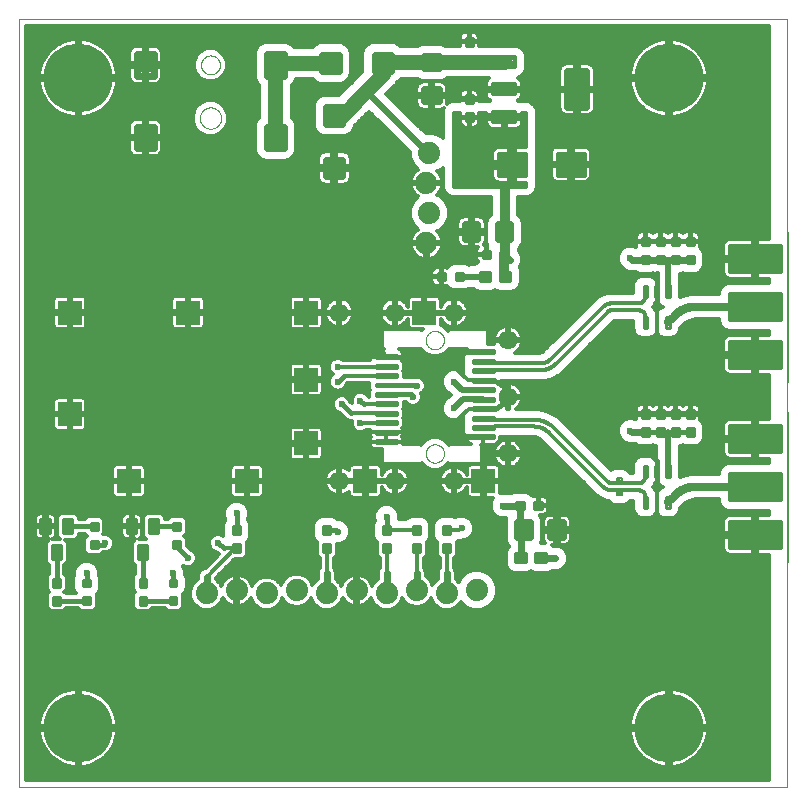
<source format=gtl>
G75*
%MOIN*%
%OFA0B0*%
%FSLAX25Y25*%
%IPPOS*%
%LPD*%
%AMOC8*
5,1,8,0,0,1.08239X$1,22.5*
%
%ADD10C,0.00000*%
%ADD11C,0.00984*%
%ADD12R,0.07874X0.07874*%
%ADD13C,0.06358*%
%ADD14C,0.23000*%
%ADD15C,0.01600*%
%ADD16C,0.01890*%
%ADD17C,0.00945*%
%ADD18C,0.01181*%
%ADD19C,0.01083*%
%ADD20C,0.01559*%
%ADD21C,0.02362*%
%ADD22C,0.07400*%
%ADD23C,0.01440*%
%ADD24C,0.02598*%
%ADD25C,0.00803*%
%ADD26C,0.01200*%
%ADD27C,0.01969*%
%ADD28C,0.02362*%
%ADD29C,0.01024*%
%ADD30C,0.01299*%
%ADD31C,0.02400*%
%ADD32C,0.03200*%
%ADD33C,0.02559*%
%ADD34C,0.05000*%
D10*
X0027667Y0001800D02*
X0027667Y0257706D01*
X0283573Y0257706D01*
X0283573Y0001800D01*
X0027667Y0001800D01*
X0163160Y0112902D02*
X0163162Y0113012D01*
X0163168Y0113122D01*
X0163178Y0113232D01*
X0163192Y0113341D01*
X0163210Y0113450D01*
X0163231Y0113558D01*
X0163257Y0113665D01*
X0163286Y0113771D01*
X0163320Y0113876D01*
X0163357Y0113980D01*
X0163398Y0114082D01*
X0163442Y0114183D01*
X0163490Y0114282D01*
X0163542Y0114380D01*
X0163597Y0114475D01*
X0163655Y0114568D01*
X0163717Y0114659D01*
X0163782Y0114748D01*
X0163850Y0114835D01*
X0163922Y0114919D01*
X0163996Y0115000D01*
X0164073Y0115079D01*
X0164153Y0115155D01*
X0164236Y0115227D01*
X0164321Y0115297D01*
X0164409Y0115364D01*
X0164499Y0115427D01*
X0164591Y0115487D01*
X0164685Y0115544D01*
X0164782Y0115598D01*
X0164880Y0115647D01*
X0164980Y0115694D01*
X0165082Y0115736D01*
X0165185Y0115775D01*
X0165289Y0115810D01*
X0165395Y0115842D01*
X0165501Y0115869D01*
X0165609Y0115893D01*
X0165717Y0115913D01*
X0165826Y0115929D01*
X0165936Y0115941D01*
X0166046Y0115949D01*
X0166156Y0115953D01*
X0166266Y0115953D01*
X0166376Y0115949D01*
X0166486Y0115941D01*
X0166596Y0115929D01*
X0166705Y0115913D01*
X0166813Y0115893D01*
X0166921Y0115869D01*
X0167027Y0115842D01*
X0167133Y0115810D01*
X0167237Y0115775D01*
X0167340Y0115736D01*
X0167442Y0115694D01*
X0167542Y0115647D01*
X0167640Y0115598D01*
X0167736Y0115544D01*
X0167831Y0115487D01*
X0167923Y0115427D01*
X0168013Y0115364D01*
X0168101Y0115297D01*
X0168186Y0115227D01*
X0168269Y0115155D01*
X0168349Y0115079D01*
X0168426Y0115000D01*
X0168500Y0114919D01*
X0168572Y0114835D01*
X0168640Y0114748D01*
X0168705Y0114659D01*
X0168767Y0114568D01*
X0168825Y0114475D01*
X0168880Y0114380D01*
X0168932Y0114282D01*
X0168980Y0114183D01*
X0169024Y0114082D01*
X0169065Y0113980D01*
X0169102Y0113876D01*
X0169136Y0113771D01*
X0169165Y0113665D01*
X0169191Y0113558D01*
X0169212Y0113450D01*
X0169230Y0113341D01*
X0169244Y0113232D01*
X0169254Y0113122D01*
X0169260Y0113012D01*
X0169262Y0112902D01*
X0169260Y0112792D01*
X0169254Y0112682D01*
X0169244Y0112572D01*
X0169230Y0112463D01*
X0169212Y0112354D01*
X0169191Y0112246D01*
X0169165Y0112139D01*
X0169136Y0112033D01*
X0169102Y0111928D01*
X0169065Y0111824D01*
X0169024Y0111722D01*
X0168980Y0111621D01*
X0168932Y0111522D01*
X0168880Y0111424D01*
X0168825Y0111329D01*
X0168767Y0111236D01*
X0168705Y0111145D01*
X0168640Y0111056D01*
X0168572Y0110969D01*
X0168500Y0110885D01*
X0168426Y0110804D01*
X0168349Y0110725D01*
X0168269Y0110649D01*
X0168186Y0110577D01*
X0168101Y0110507D01*
X0168013Y0110440D01*
X0167923Y0110377D01*
X0167831Y0110317D01*
X0167737Y0110260D01*
X0167640Y0110206D01*
X0167542Y0110157D01*
X0167442Y0110110D01*
X0167340Y0110068D01*
X0167237Y0110029D01*
X0167133Y0109994D01*
X0167027Y0109962D01*
X0166921Y0109935D01*
X0166813Y0109911D01*
X0166705Y0109891D01*
X0166596Y0109875D01*
X0166486Y0109863D01*
X0166376Y0109855D01*
X0166266Y0109851D01*
X0166156Y0109851D01*
X0166046Y0109855D01*
X0165936Y0109863D01*
X0165826Y0109875D01*
X0165717Y0109891D01*
X0165609Y0109911D01*
X0165501Y0109935D01*
X0165395Y0109962D01*
X0165289Y0109994D01*
X0165185Y0110029D01*
X0165082Y0110068D01*
X0164980Y0110110D01*
X0164880Y0110157D01*
X0164782Y0110206D01*
X0164685Y0110260D01*
X0164591Y0110317D01*
X0164499Y0110377D01*
X0164409Y0110440D01*
X0164321Y0110507D01*
X0164236Y0110577D01*
X0164153Y0110649D01*
X0164073Y0110725D01*
X0163996Y0110804D01*
X0163922Y0110885D01*
X0163850Y0110969D01*
X0163782Y0111056D01*
X0163717Y0111145D01*
X0163655Y0111236D01*
X0163597Y0111329D01*
X0163542Y0111424D01*
X0163490Y0111522D01*
X0163442Y0111621D01*
X0163398Y0111722D01*
X0163357Y0111824D01*
X0163320Y0111928D01*
X0163286Y0112033D01*
X0163257Y0112139D01*
X0163231Y0112246D01*
X0163210Y0112354D01*
X0163192Y0112463D01*
X0163178Y0112572D01*
X0163168Y0112682D01*
X0163162Y0112792D01*
X0163160Y0112902D01*
X0163160Y0150698D02*
X0163162Y0150808D01*
X0163168Y0150918D01*
X0163178Y0151028D01*
X0163192Y0151137D01*
X0163210Y0151246D01*
X0163231Y0151354D01*
X0163257Y0151461D01*
X0163286Y0151567D01*
X0163320Y0151672D01*
X0163357Y0151776D01*
X0163398Y0151878D01*
X0163442Y0151979D01*
X0163490Y0152078D01*
X0163542Y0152176D01*
X0163597Y0152271D01*
X0163655Y0152364D01*
X0163717Y0152455D01*
X0163782Y0152544D01*
X0163850Y0152631D01*
X0163922Y0152715D01*
X0163996Y0152796D01*
X0164073Y0152875D01*
X0164153Y0152951D01*
X0164236Y0153023D01*
X0164321Y0153093D01*
X0164409Y0153160D01*
X0164499Y0153223D01*
X0164591Y0153283D01*
X0164685Y0153340D01*
X0164782Y0153394D01*
X0164880Y0153443D01*
X0164980Y0153490D01*
X0165082Y0153532D01*
X0165185Y0153571D01*
X0165289Y0153606D01*
X0165395Y0153638D01*
X0165501Y0153665D01*
X0165609Y0153689D01*
X0165717Y0153709D01*
X0165826Y0153725D01*
X0165936Y0153737D01*
X0166046Y0153745D01*
X0166156Y0153749D01*
X0166266Y0153749D01*
X0166376Y0153745D01*
X0166486Y0153737D01*
X0166596Y0153725D01*
X0166705Y0153709D01*
X0166813Y0153689D01*
X0166921Y0153665D01*
X0167027Y0153638D01*
X0167133Y0153606D01*
X0167237Y0153571D01*
X0167340Y0153532D01*
X0167442Y0153490D01*
X0167542Y0153443D01*
X0167640Y0153394D01*
X0167736Y0153340D01*
X0167831Y0153283D01*
X0167923Y0153223D01*
X0168013Y0153160D01*
X0168101Y0153093D01*
X0168186Y0153023D01*
X0168269Y0152951D01*
X0168349Y0152875D01*
X0168426Y0152796D01*
X0168500Y0152715D01*
X0168572Y0152631D01*
X0168640Y0152544D01*
X0168705Y0152455D01*
X0168767Y0152364D01*
X0168825Y0152271D01*
X0168880Y0152176D01*
X0168932Y0152078D01*
X0168980Y0151979D01*
X0169024Y0151878D01*
X0169065Y0151776D01*
X0169102Y0151672D01*
X0169136Y0151567D01*
X0169165Y0151461D01*
X0169191Y0151354D01*
X0169212Y0151246D01*
X0169230Y0151137D01*
X0169244Y0151028D01*
X0169254Y0150918D01*
X0169260Y0150808D01*
X0169262Y0150698D01*
X0169260Y0150588D01*
X0169254Y0150478D01*
X0169244Y0150368D01*
X0169230Y0150259D01*
X0169212Y0150150D01*
X0169191Y0150042D01*
X0169165Y0149935D01*
X0169136Y0149829D01*
X0169102Y0149724D01*
X0169065Y0149620D01*
X0169024Y0149518D01*
X0168980Y0149417D01*
X0168932Y0149318D01*
X0168880Y0149220D01*
X0168825Y0149125D01*
X0168767Y0149032D01*
X0168705Y0148941D01*
X0168640Y0148852D01*
X0168572Y0148765D01*
X0168500Y0148681D01*
X0168426Y0148600D01*
X0168349Y0148521D01*
X0168269Y0148445D01*
X0168186Y0148373D01*
X0168101Y0148303D01*
X0168013Y0148236D01*
X0167923Y0148173D01*
X0167831Y0148113D01*
X0167737Y0148056D01*
X0167640Y0148002D01*
X0167542Y0147953D01*
X0167442Y0147906D01*
X0167340Y0147864D01*
X0167237Y0147825D01*
X0167133Y0147790D01*
X0167027Y0147758D01*
X0166921Y0147731D01*
X0166813Y0147707D01*
X0166705Y0147687D01*
X0166596Y0147671D01*
X0166486Y0147659D01*
X0166376Y0147651D01*
X0166266Y0147647D01*
X0166156Y0147647D01*
X0166046Y0147651D01*
X0165936Y0147659D01*
X0165826Y0147671D01*
X0165717Y0147687D01*
X0165609Y0147707D01*
X0165501Y0147731D01*
X0165395Y0147758D01*
X0165289Y0147790D01*
X0165185Y0147825D01*
X0165082Y0147864D01*
X0164980Y0147906D01*
X0164880Y0147953D01*
X0164782Y0148002D01*
X0164685Y0148056D01*
X0164591Y0148113D01*
X0164499Y0148173D01*
X0164409Y0148236D01*
X0164321Y0148303D01*
X0164236Y0148373D01*
X0164153Y0148445D01*
X0164073Y0148521D01*
X0163996Y0148600D01*
X0163922Y0148681D01*
X0163850Y0148765D01*
X0163782Y0148852D01*
X0163717Y0148941D01*
X0163655Y0149032D01*
X0163597Y0149125D01*
X0163542Y0149220D01*
X0163490Y0149318D01*
X0163442Y0149417D01*
X0163398Y0149518D01*
X0163357Y0149620D01*
X0163320Y0149724D01*
X0163286Y0149829D01*
X0163257Y0149935D01*
X0163231Y0150042D01*
X0163210Y0150150D01*
X0163192Y0150259D01*
X0163178Y0150368D01*
X0163168Y0150478D01*
X0163162Y0150588D01*
X0163160Y0150698D01*
X0087874Y0224713D02*
X0087876Y0224831D01*
X0087882Y0224950D01*
X0087892Y0225068D01*
X0087906Y0225185D01*
X0087923Y0225302D01*
X0087945Y0225419D01*
X0087971Y0225534D01*
X0088000Y0225649D01*
X0088033Y0225763D01*
X0088070Y0225875D01*
X0088111Y0225986D01*
X0088155Y0226096D01*
X0088203Y0226204D01*
X0088255Y0226311D01*
X0088310Y0226416D01*
X0088369Y0226519D01*
X0088431Y0226619D01*
X0088496Y0226718D01*
X0088565Y0226815D01*
X0088636Y0226909D01*
X0088711Y0227000D01*
X0088789Y0227090D01*
X0088870Y0227176D01*
X0088954Y0227260D01*
X0089040Y0227341D01*
X0089130Y0227419D01*
X0089221Y0227494D01*
X0089315Y0227565D01*
X0089412Y0227634D01*
X0089511Y0227699D01*
X0089611Y0227761D01*
X0089714Y0227820D01*
X0089819Y0227875D01*
X0089926Y0227927D01*
X0090034Y0227975D01*
X0090144Y0228019D01*
X0090255Y0228060D01*
X0090367Y0228097D01*
X0090481Y0228130D01*
X0090596Y0228159D01*
X0090711Y0228185D01*
X0090828Y0228207D01*
X0090945Y0228224D01*
X0091062Y0228238D01*
X0091180Y0228248D01*
X0091299Y0228254D01*
X0091417Y0228256D01*
X0091535Y0228254D01*
X0091654Y0228248D01*
X0091772Y0228238D01*
X0091889Y0228224D01*
X0092006Y0228207D01*
X0092123Y0228185D01*
X0092238Y0228159D01*
X0092353Y0228130D01*
X0092467Y0228097D01*
X0092579Y0228060D01*
X0092690Y0228019D01*
X0092800Y0227975D01*
X0092908Y0227927D01*
X0093015Y0227875D01*
X0093120Y0227820D01*
X0093223Y0227761D01*
X0093323Y0227699D01*
X0093422Y0227634D01*
X0093519Y0227565D01*
X0093613Y0227494D01*
X0093704Y0227419D01*
X0093794Y0227341D01*
X0093880Y0227260D01*
X0093964Y0227176D01*
X0094045Y0227090D01*
X0094123Y0227000D01*
X0094198Y0226909D01*
X0094269Y0226815D01*
X0094338Y0226718D01*
X0094403Y0226619D01*
X0094465Y0226519D01*
X0094524Y0226416D01*
X0094579Y0226311D01*
X0094631Y0226204D01*
X0094679Y0226096D01*
X0094723Y0225986D01*
X0094764Y0225875D01*
X0094801Y0225763D01*
X0094834Y0225649D01*
X0094863Y0225534D01*
X0094889Y0225419D01*
X0094911Y0225302D01*
X0094928Y0225185D01*
X0094942Y0225068D01*
X0094952Y0224950D01*
X0094958Y0224831D01*
X0094960Y0224713D01*
X0094958Y0224595D01*
X0094952Y0224476D01*
X0094942Y0224358D01*
X0094928Y0224241D01*
X0094911Y0224124D01*
X0094889Y0224007D01*
X0094863Y0223892D01*
X0094834Y0223777D01*
X0094801Y0223663D01*
X0094764Y0223551D01*
X0094723Y0223440D01*
X0094679Y0223330D01*
X0094631Y0223222D01*
X0094579Y0223115D01*
X0094524Y0223010D01*
X0094465Y0222907D01*
X0094403Y0222807D01*
X0094338Y0222708D01*
X0094269Y0222611D01*
X0094198Y0222517D01*
X0094123Y0222426D01*
X0094045Y0222336D01*
X0093964Y0222250D01*
X0093880Y0222166D01*
X0093794Y0222085D01*
X0093704Y0222007D01*
X0093613Y0221932D01*
X0093519Y0221861D01*
X0093422Y0221792D01*
X0093323Y0221727D01*
X0093223Y0221665D01*
X0093120Y0221606D01*
X0093015Y0221551D01*
X0092908Y0221499D01*
X0092800Y0221451D01*
X0092690Y0221407D01*
X0092579Y0221366D01*
X0092467Y0221329D01*
X0092353Y0221296D01*
X0092238Y0221267D01*
X0092123Y0221241D01*
X0092006Y0221219D01*
X0091889Y0221202D01*
X0091772Y0221188D01*
X0091654Y0221178D01*
X0091535Y0221172D01*
X0091417Y0221170D01*
X0091299Y0221172D01*
X0091180Y0221178D01*
X0091062Y0221188D01*
X0090945Y0221202D01*
X0090828Y0221219D01*
X0090711Y0221241D01*
X0090596Y0221267D01*
X0090481Y0221296D01*
X0090367Y0221329D01*
X0090255Y0221366D01*
X0090144Y0221407D01*
X0090034Y0221451D01*
X0089926Y0221499D01*
X0089819Y0221551D01*
X0089714Y0221606D01*
X0089611Y0221665D01*
X0089511Y0221727D01*
X0089412Y0221792D01*
X0089315Y0221861D01*
X0089221Y0221932D01*
X0089130Y0222007D01*
X0089040Y0222085D01*
X0088954Y0222166D01*
X0088870Y0222250D01*
X0088789Y0222336D01*
X0088711Y0222426D01*
X0088636Y0222517D01*
X0088565Y0222611D01*
X0088496Y0222708D01*
X0088431Y0222807D01*
X0088369Y0222907D01*
X0088310Y0223010D01*
X0088255Y0223115D01*
X0088203Y0223222D01*
X0088155Y0223330D01*
X0088111Y0223440D01*
X0088070Y0223551D01*
X0088033Y0223663D01*
X0088000Y0223777D01*
X0087971Y0223892D01*
X0087945Y0224007D01*
X0087923Y0224124D01*
X0087906Y0224241D01*
X0087892Y0224358D01*
X0087882Y0224476D01*
X0087876Y0224595D01*
X0087874Y0224713D01*
X0088267Y0242430D02*
X0088269Y0242542D01*
X0088275Y0242653D01*
X0088285Y0242765D01*
X0088299Y0242876D01*
X0088316Y0242986D01*
X0088338Y0243096D01*
X0088364Y0243205D01*
X0088393Y0243313D01*
X0088426Y0243419D01*
X0088463Y0243525D01*
X0088504Y0243629D01*
X0088549Y0243732D01*
X0088597Y0243833D01*
X0088648Y0243932D01*
X0088703Y0244029D01*
X0088762Y0244124D01*
X0088823Y0244218D01*
X0088888Y0244309D01*
X0088957Y0244397D01*
X0089028Y0244483D01*
X0089102Y0244567D01*
X0089180Y0244647D01*
X0089260Y0244725D01*
X0089343Y0244801D01*
X0089428Y0244873D01*
X0089516Y0244942D01*
X0089606Y0245008D01*
X0089699Y0245070D01*
X0089794Y0245130D01*
X0089891Y0245186D01*
X0089989Y0245238D01*
X0090090Y0245287D01*
X0090192Y0245332D01*
X0090296Y0245374D01*
X0090401Y0245412D01*
X0090508Y0245446D01*
X0090615Y0245476D01*
X0090724Y0245503D01*
X0090833Y0245525D01*
X0090944Y0245544D01*
X0091054Y0245559D01*
X0091166Y0245570D01*
X0091277Y0245577D01*
X0091389Y0245580D01*
X0091501Y0245579D01*
X0091613Y0245574D01*
X0091724Y0245565D01*
X0091835Y0245552D01*
X0091946Y0245535D01*
X0092056Y0245515D01*
X0092165Y0245490D01*
X0092273Y0245462D01*
X0092380Y0245429D01*
X0092486Y0245393D01*
X0092590Y0245353D01*
X0092693Y0245310D01*
X0092795Y0245263D01*
X0092894Y0245212D01*
X0092992Y0245158D01*
X0093088Y0245100D01*
X0093182Y0245039D01*
X0093273Y0244975D01*
X0093362Y0244908D01*
X0093449Y0244837D01*
X0093533Y0244763D01*
X0093615Y0244687D01*
X0093693Y0244607D01*
X0093769Y0244525D01*
X0093842Y0244440D01*
X0093912Y0244353D01*
X0093978Y0244263D01*
X0094042Y0244171D01*
X0094102Y0244077D01*
X0094159Y0243981D01*
X0094212Y0243882D01*
X0094262Y0243782D01*
X0094308Y0243681D01*
X0094351Y0243577D01*
X0094390Y0243472D01*
X0094425Y0243366D01*
X0094456Y0243259D01*
X0094484Y0243150D01*
X0094507Y0243041D01*
X0094527Y0242931D01*
X0094543Y0242820D01*
X0094555Y0242709D01*
X0094563Y0242598D01*
X0094567Y0242486D01*
X0094567Y0242374D01*
X0094563Y0242262D01*
X0094555Y0242151D01*
X0094543Y0242040D01*
X0094527Y0241929D01*
X0094507Y0241819D01*
X0094484Y0241710D01*
X0094456Y0241601D01*
X0094425Y0241494D01*
X0094390Y0241388D01*
X0094351Y0241283D01*
X0094308Y0241179D01*
X0094262Y0241078D01*
X0094212Y0240978D01*
X0094159Y0240879D01*
X0094102Y0240783D01*
X0094042Y0240689D01*
X0093978Y0240597D01*
X0093912Y0240507D01*
X0093842Y0240420D01*
X0093769Y0240335D01*
X0093693Y0240253D01*
X0093615Y0240173D01*
X0093533Y0240097D01*
X0093449Y0240023D01*
X0093362Y0239952D01*
X0093273Y0239885D01*
X0093182Y0239821D01*
X0093088Y0239760D01*
X0092992Y0239702D01*
X0092894Y0239648D01*
X0092795Y0239597D01*
X0092693Y0239550D01*
X0092590Y0239507D01*
X0092486Y0239467D01*
X0092380Y0239431D01*
X0092273Y0239398D01*
X0092165Y0239370D01*
X0092056Y0239345D01*
X0091946Y0239325D01*
X0091835Y0239308D01*
X0091724Y0239295D01*
X0091613Y0239286D01*
X0091501Y0239281D01*
X0091389Y0239280D01*
X0091277Y0239283D01*
X0091166Y0239290D01*
X0091054Y0239301D01*
X0090944Y0239316D01*
X0090833Y0239335D01*
X0090724Y0239357D01*
X0090615Y0239384D01*
X0090508Y0239414D01*
X0090401Y0239448D01*
X0090296Y0239486D01*
X0090192Y0239528D01*
X0090090Y0239573D01*
X0089989Y0239622D01*
X0089891Y0239674D01*
X0089794Y0239730D01*
X0089699Y0239790D01*
X0089606Y0239852D01*
X0089516Y0239918D01*
X0089428Y0239987D01*
X0089343Y0240059D01*
X0089260Y0240135D01*
X0089180Y0240213D01*
X0089102Y0240293D01*
X0089028Y0240377D01*
X0088957Y0240463D01*
X0088888Y0240551D01*
X0088823Y0240642D01*
X0088762Y0240736D01*
X0088703Y0240831D01*
X0088648Y0240928D01*
X0088597Y0241027D01*
X0088549Y0241128D01*
X0088504Y0241231D01*
X0088463Y0241335D01*
X0088426Y0241441D01*
X0088393Y0241547D01*
X0088364Y0241655D01*
X0088338Y0241764D01*
X0088316Y0241874D01*
X0088299Y0241984D01*
X0088285Y0242095D01*
X0088275Y0242207D01*
X0088269Y0242318D01*
X0088267Y0242430D01*
X0283917Y0186800D02*
X0283917Y0136800D01*
X0283917Y0126800D02*
X0283917Y0076800D01*
D11*
X0185797Y0117922D02*
X0178907Y0117922D01*
X0178907Y0118906D01*
X0185797Y0118906D01*
X0185797Y0117922D01*
X0185797Y0118905D02*
X0178907Y0118905D01*
X0178907Y0121072D02*
X0185797Y0121072D01*
X0178907Y0121072D02*
X0178907Y0122056D01*
X0185797Y0122056D01*
X0185797Y0121072D01*
X0185797Y0122055D02*
X0178907Y0122055D01*
X0178907Y0124221D02*
X0185797Y0124221D01*
X0178907Y0124221D02*
X0178907Y0125205D01*
X0185797Y0125205D01*
X0185797Y0124221D01*
X0185797Y0125204D02*
X0178907Y0125204D01*
X0178907Y0127371D02*
X0185797Y0127371D01*
X0178907Y0127371D02*
X0178907Y0128355D01*
X0185797Y0128355D01*
X0185797Y0127371D01*
X0185797Y0128354D02*
X0178907Y0128354D01*
X0178907Y0130521D02*
X0185797Y0130521D01*
X0178907Y0130521D02*
X0178907Y0131505D01*
X0185797Y0131505D01*
X0185797Y0130521D01*
X0185797Y0131504D02*
X0178907Y0131504D01*
X0178907Y0133670D02*
X0185797Y0133670D01*
X0178907Y0133670D02*
X0178907Y0134654D01*
X0185797Y0134654D01*
X0185797Y0133670D01*
X0185797Y0134653D02*
X0178907Y0134653D01*
X0178907Y0136820D02*
X0185797Y0136820D01*
X0178907Y0136820D02*
X0178907Y0137804D01*
X0185797Y0137804D01*
X0185797Y0136820D01*
X0185797Y0137803D02*
X0178907Y0137803D01*
X0178907Y0139969D02*
X0185797Y0139969D01*
X0178907Y0139969D02*
X0178907Y0140953D01*
X0185797Y0140953D01*
X0185797Y0139969D01*
X0185797Y0140952D02*
X0178907Y0140952D01*
X0178907Y0143119D02*
X0185797Y0143119D01*
X0178907Y0143119D02*
X0178907Y0144103D01*
X0185797Y0144103D01*
X0185797Y0143119D01*
X0185797Y0144102D02*
X0178907Y0144102D01*
X0178907Y0146269D02*
X0185797Y0146269D01*
X0178907Y0146269D02*
X0178907Y0147253D01*
X0185797Y0147253D01*
X0185797Y0146269D01*
X0185797Y0147252D02*
X0178907Y0147252D01*
X0153514Y0144694D02*
X0146624Y0144694D01*
X0146624Y0145678D01*
X0153514Y0145678D01*
X0153514Y0144694D01*
X0153514Y0145677D02*
X0146624Y0145677D01*
X0146624Y0141544D02*
X0153514Y0141544D01*
X0146624Y0141544D02*
X0146624Y0142528D01*
X0153514Y0142528D01*
X0153514Y0141544D01*
X0153514Y0142527D02*
X0146624Y0142527D01*
X0146624Y0138395D02*
X0153514Y0138395D01*
X0146624Y0138395D02*
X0146624Y0139379D01*
X0153514Y0139379D01*
X0153514Y0138395D01*
X0153514Y0139378D02*
X0146624Y0139378D01*
X0146624Y0135245D02*
X0153514Y0135245D01*
X0146624Y0135245D02*
X0146624Y0136229D01*
X0153514Y0136229D01*
X0153514Y0135245D01*
X0153514Y0136228D02*
X0146624Y0136228D01*
X0146624Y0132095D02*
X0153514Y0132095D01*
X0146624Y0132095D02*
X0146624Y0133079D01*
X0153514Y0133079D01*
X0153514Y0132095D01*
X0153514Y0133078D02*
X0146624Y0133078D01*
X0146624Y0128946D02*
X0153514Y0128946D01*
X0146624Y0128946D02*
X0146624Y0129930D01*
X0153514Y0129930D01*
X0153514Y0128946D01*
X0153514Y0129929D02*
X0146624Y0129929D01*
X0146624Y0125796D02*
X0153514Y0125796D01*
X0146624Y0125796D02*
X0146624Y0126780D01*
X0153514Y0126780D01*
X0153514Y0125796D01*
X0153514Y0126779D02*
X0146624Y0126779D01*
X0146624Y0122647D02*
X0153514Y0122647D01*
X0146624Y0122647D02*
X0146624Y0123631D01*
X0153514Y0123631D01*
X0153514Y0122647D01*
X0153514Y0123630D02*
X0146624Y0123630D01*
X0146624Y0119497D02*
X0153514Y0119497D01*
X0146624Y0119497D02*
X0146624Y0120481D01*
X0153514Y0120481D01*
X0153514Y0119497D01*
X0153514Y0120480D02*
X0146624Y0120480D01*
X0146624Y0116347D02*
X0153514Y0116347D01*
X0146624Y0116347D02*
X0146624Y0117331D01*
X0153514Y0117331D01*
X0153514Y0116347D01*
X0153514Y0117330D02*
X0146624Y0117330D01*
D12*
X0142982Y0103749D03*
X0123297Y0116249D03*
X0103612Y0103749D03*
X0123297Y0137509D03*
X0123297Y0159851D03*
X0083927Y0159851D03*
X0044557Y0159851D03*
X0044557Y0126091D03*
X0064242Y0103749D03*
X0162667Y0159851D03*
X0182352Y0103749D03*
D13*
X0172510Y0103749D03*
X0152825Y0103749D03*
X0134321Y0103749D03*
X0190620Y0112902D03*
X0190620Y0131800D03*
X0190620Y0150698D03*
X0172510Y0159851D03*
X0152825Y0159851D03*
X0134321Y0159851D03*
D14*
X0047352Y0238020D03*
X0244203Y0238020D03*
X0244203Y0021485D03*
X0047352Y0021485D03*
D15*
X0050167Y0063847D02*
X0040215Y0063847D01*
X0040167Y0063800D01*
X0040167Y0069800D02*
X0040167Y0079969D01*
X0043907Y0088631D02*
X0052587Y0088631D01*
X0052667Y0088550D01*
X0052667Y0082550D02*
X0055917Y0082550D01*
X0056417Y0083050D01*
X0050167Y0073050D02*
X0050167Y0069753D01*
X0068917Y0069800D02*
X0068917Y0079969D01*
X0072657Y0088631D02*
X0080087Y0088631D01*
X0080167Y0088550D01*
X0080167Y0082550D02*
X0080167Y0081800D01*
X0083917Y0078050D01*
X0078917Y0073050D02*
X0078917Y0069753D01*
X0078917Y0063847D02*
X0068965Y0063847D01*
X0068917Y0063800D01*
X0093917Y0083050D02*
X0095917Y0081300D01*
X0100167Y0087300D02*
X0100167Y0093050D01*
X0130167Y0087300D02*
X0133417Y0087300D01*
X0133917Y0086800D01*
X0150167Y0087300D02*
X0150167Y0091800D01*
X0141417Y0123050D02*
X0141506Y0123139D01*
X0138406Y0126288D02*
X0135167Y0129300D01*
X0141417Y0130550D02*
X0142530Y0129438D01*
X0150069Y0132587D02*
X0158130Y0132587D01*
X0158917Y0131800D01*
X0160167Y0135550D02*
X0159980Y0135737D01*
X0150069Y0135737D01*
X0149833Y0141800D02*
X0150069Y0142036D01*
X0150069Y0145186D02*
X0156781Y0145186D01*
X0157667Y0144300D01*
X0150069Y0145186D02*
X0148455Y0146800D01*
X0142667Y0146800D01*
X0136004Y0138887D02*
X0133917Y0136800D01*
X0182352Y0137312D02*
X0185906Y0137312D01*
X0190167Y0134300D01*
X0190167Y0132253D01*
X0190620Y0131800D01*
X0190167Y0131347D01*
X0190167Y0130550D01*
X0186230Y0127863D01*
X0190620Y0129753D02*
X0190620Y0131800D01*
X0236417Y0120050D02*
X0241417Y0120050D01*
X0243917Y0120050D01*
X0246417Y0120050D01*
X0251417Y0120050D01*
X0238917Y0114300D02*
X0238917Y0111800D01*
X0240167Y0110550D01*
X0240167Y0106918D01*
X0240167Y0101800D01*
X0243907Y0107115D02*
X0243907Y0109290D01*
X0264717Y0106000D02*
X0281117Y0106000D01*
X0281117Y0097600D01*
X0264717Y0097600D01*
X0264717Y0106000D01*
X0264717Y0099199D02*
X0281117Y0099199D01*
X0281117Y0100798D02*
X0264717Y0100798D01*
X0264717Y0102397D02*
X0281117Y0102397D01*
X0281117Y0103996D02*
X0264717Y0103996D01*
X0264717Y0105595D02*
X0281117Y0105595D01*
X0281117Y0122000D02*
X0264717Y0122000D01*
X0281117Y0122000D02*
X0281117Y0113600D01*
X0264717Y0113600D01*
X0264717Y0122000D01*
X0264717Y0115199D02*
X0281117Y0115199D01*
X0281117Y0116798D02*
X0264717Y0116798D01*
X0264717Y0118397D02*
X0281117Y0118397D01*
X0281117Y0119996D02*
X0264717Y0119996D01*
X0264717Y0121595D02*
X0281117Y0121595D01*
X0281117Y0150000D02*
X0264717Y0150000D01*
X0281117Y0150000D02*
X0281117Y0141600D01*
X0264717Y0141600D01*
X0264717Y0150000D01*
X0264717Y0143199D02*
X0281117Y0143199D01*
X0281117Y0144798D02*
X0264717Y0144798D01*
X0264717Y0146397D02*
X0281117Y0146397D01*
X0281117Y0147996D02*
X0264717Y0147996D01*
X0264717Y0149595D02*
X0281117Y0149595D01*
X0281117Y0166000D02*
X0264717Y0166000D01*
X0281117Y0166000D02*
X0281117Y0157600D01*
X0264717Y0157600D01*
X0264717Y0166000D01*
X0264717Y0159199D02*
X0281117Y0159199D01*
X0281117Y0160798D02*
X0264717Y0160798D01*
X0264717Y0162397D02*
X0281117Y0162397D01*
X0281117Y0163996D02*
X0264717Y0163996D01*
X0264717Y0165595D02*
X0281117Y0165595D01*
X0281117Y0182000D02*
X0264717Y0182000D01*
X0281117Y0182000D02*
X0281117Y0173600D01*
X0264717Y0173600D01*
X0264717Y0182000D01*
X0264717Y0175199D02*
X0281117Y0175199D01*
X0281117Y0176798D02*
X0264717Y0176798D01*
X0264717Y0178397D02*
X0281117Y0178397D01*
X0281117Y0179996D02*
X0264717Y0179996D01*
X0264717Y0181595D02*
X0281117Y0181595D01*
X0240167Y0173050D02*
X0240167Y0166918D01*
X0240167Y0166800D02*
X0240167Y0161800D01*
X0196417Y0202115D02*
X0172667Y0202115D01*
X0172667Y0226490D01*
X0174293Y0226490D01*
X0174293Y0225050D01*
X0174293Y0223452D01*
X0174447Y0222874D01*
X0174747Y0222355D01*
X0175170Y0221932D01*
X0175688Y0221633D01*
X0176266Y0221478D01*
X0177667Y0221478D01*
X0177667Y0225050D01*
X0177667Y0225050D01*
X0174293Y0225050D01*
X0177667Y0225050D01*
X0177667Y0225050D01*
X0177667Y0221478D01*
X0179069Y0221478D01*
X0179647Y0221633D01*
X0180165Y0221932D01*
X0180588Y0222355D01*
X0180887Y0222874D01*
X0181042Y0223452D01*
X0181042Y0225050D01*
X0181042Y0226490D01*
X0183017Y0226490D01*
X0183017Y0225600D01*
X0188817Y0225600D01*
X0188817Y0224800D01*
X0183017Y0224800D01*
X0183017Y0223272D01*
X0183114Y0222785D01*
X0183304Y0222326D01*
X0183580Y0221914D01*
X0183931Y0221563D01*
X0184344Y0221287D01*
X0184802Y0221097D01*
X0185289Y0221000D01*
X0188817Y0221000D01*
X0188817Y0224800D01*
X0189617Y0224800D01*
X0189617Y0221000D01*
X0193146Y0221000D01*
X0193632Y0221097D01*
X0194091Y0221287D01*
X0194504Y0221563D01*
X0194855Y0221914D01*
X0195131Y0222326D01*
X0195320Y0222785D01*
X0195417Y0223272D01*
X0195417Y0224800D01*
X0189617Y0224800D01*
X0189617Y0225600D01*
X0195417Y0225600D01*
X0195417Y0226490D01*
X0196417Y0226490D01*
X0196417Y0215431D01*
X0192690Y0215431D01*
X0192690Y0210100D01*
X0191090Y0210100D01*
X0191090Y0215431D01*
X0187297Y0215431D01*
X0186799Y0215332D01*
X0186329Y0215137D01*
X0185907Y0214855D01*
X0185548Y0214496D01*
X0185265Y0214073D01*
X0185071Y0213604D01*
X0184972Y0213105D01*
X0184972Y0210100D01*
X0191090Y0210100D01*
X0191090Y0208500D01*
X0192690Y0208500D01*
X0192690Y0203169D01*
X0196417Y0203169D01*
X0196417Y0202115D01*
X0192690Y0203212D02*
X0191090Y0203212D01*
X0191090Y0203169D02*
X0191090Y0208500D01*
X0184972Y0208500D01*
X0184972Y0205495D01*
X0185071Y0204996D01*
X0185265Y0204527D01*
X0185548Y0204104D01*
X0185907Y0203745D01*
X0186329Y0203463D01*
X0186799Y0203268D01*
X0187297Y0203169D01*
X0191090Y0203169D01*
X0191090Y0204811D02*
X0192690Y0204811D01*
X0192690Y0206409D02*
X0191090Y0206409D01*
X0191090Y0208008D02*
X0192690Y0208008D01*
X0191090Y0209606D02*
X0172667Y0209606D01*
X0172667Y0208008D02*
X0184972Y0208008D01*
X0184972Y0206409D02*
X0172667Y0206409D01*
X0172667Y0204811D02*
X0185148Y0204811D01*
X0187080Y0203212D02*
X0172667Y0203212D01*
X0172667Y0211205D02*
X0184972Y0211205D01*
X0184972Y0212803D02*
X0172667Y0212803D01*
X0172667Y0214402D02*
X0185485Y0214402D01*
X0191090Y0214402D02*
X0192690Y0214402D01*
X0192690Y0212803D02*
X0191090Y0212803D01*
X0191090Y0211205D02*
X0192690Y0211205D01*
X0196417Y0216001D02*
X0172667Y0216001D01*
X0172667Y0217599D02*
X0196417Y0217599D01*
X0196417Y0219198D02*
X0172667Y0219198D01*
X0172667Y0220796D02*
X0196417Y0220796D01*
X0196417Y0222395D02*
X0195159Y0222395D01*
X0195417Y0223993D02*
X0196417Y0223993D01*
X0196417Y0225592D02*
X0189617Y0225592D01*
X0188817Y0225592D02*
X0181042Y0225592D01*
X0181042Y0225050D02*
X0177667Y0225050D01*
X0177667Y0225050D01*
X0181042Y0225050D01*
X0181042Y0223993D02*
X0183017Y0223993D01*
X0183276Y0222395D02*
X0180611Y0222395D01*
X0177667Y0222395D02*
X0177667Y0222395D01*
X0177667Y0223993D02*
X0177667Y0223993D01*
X0174724Y0222395D02*
X0172667Y0222395D01*
X0172667Y0223993D02*
X0174293Y0223993D01*
X0174293Y0225592D02*
X0172667Y0225592D01*
X0188817Y0223993D02*
X0189617Y0223993D01*
X0189617Y0222395D02*
X0188817Y0222395D01*
X0264717Y0090000D02*
X0281117Y0090000D01*
X0281117Y0081600D01*
X0264717Y0081600D01*
X0264717Y0090000D01*
X0264717Y0083199D02*
X0281117Y0083199D01*
X0281117Y0084798D02*
X0264717Y0084798D01*
X0264717Y0086397D02*
X0281117Y0086397D01*
X0281117Y0087996D02*
X0264717Y0087996D01*
X0264717Y0089595D02*
X0281117Y0089595D01*
D16*
X0209133Y0090023D02*
X0204725Y0090023D01*
X0209133Y0090023D02*
X0209133Y0084827D01*
X0204725Y0084827D01*
X0204725Y0090023D01*
X0204725Y0086716D02*
X0209133Y0086716D01*
X0209133Y0088605D02*
X0204725Y0088605D01*
X0198110Y0090023D02*
X0193702Y0090023D01*
X0198110Y0090023D02*
X0198110Y0084827D01*
X0193702Y0084827D01*
X0193702Y0090023D01*
X0193702Y0086716D02*
X0198110Y0086716D01*
X0198110Y0088605D02*
X0193702Y0088605D01*
X0191633Y0184202D02*
X0187225Y0184202D01*
X0187225Y0189398D01*
X0191633Y0189398D01*
X0191633Y0184202D01*
X0191633Y0186091D02*
X0187225Y0186091D01*
X0187225Y0187980D02*
X0191633Y0187980D01*
X0180610Y0184202D02*
X0176202Y0184202D01*
X0176202Y0189398D01*
X0180610Y0189398D01*
X0180610Y0184202D01*
X0180610Y0186091D02*
X0176202Y0186091D01*
X0176202Y0187980D02*
X0180610Y0187980D01*
X0167765Y0230019D02*
X0167765Y0234427D01*
X0167765Y0230019D02*
X0162569Y0230019D01*
X0162569Y0234427D01*
X0167765Y0234427D01*
X0167765Y0231908D02*
X0162569Y0231908D01*
X0162569Y0233797D02*
X0167765Y0233797D01*
X0167765Y0241043D02*
X0167765Y0245451D01*
X0167765Y0241043D02*
X0162569Y0241043D01*
X0162569Y0245451D01*
X0167765Y0245451D01*
X0167765Y0242932D02*
X0162569Y0242932D01*
X0162569Y0244821D02*
X0167765Y0244821D01*
D17*
X0178770Y0245414D02*
X0178770Y0242816D01*
X0176564Y0242816D01*
X0176564Y0245414D01*
X0178770Y0245414D01*
X0178770Y0243760D02*
X0176564Y0243760D01*
X0176564Y0244704D02*
X0178770Y0244704D01*
X0178770Y0248816D02*
X0178770Y0251414D01*
X0178770Y0248816D02*
X0176564Y0248816D01*
X0176564Y0251414D01*
X0178770Y0251414D01*
X0178770Y0249760D02*
X0176564Y0249760D01*
X0176564Y0250704D02*
X0178770Y0250704D01*
X0178770Y0232349D02*
X0178770Y0229751D01*
X0176564Y0229751D01*
X0176564Y0232349D01*
X0178770Y0232349D01*
X0178770Y0230695D02*
X0176564Y0230695D01*
X0176564Y0231639D02*
X0178770Y0231639D01*
X0178770Y0226349D02*
X0178770Y0223751D01*
X0176564Y0223751D01*
X0176564Y0226349D01*
X0178770Y0226349D01*
X0178770Y0224695D02*
X0176564Y0224695D01*
X0176564Y0225639D02*
X0178770Y0225639D01*
X0182118Y0180403D02*
X0184716Y0180403D01*
X0184716Y0178197D01*
X0182118Y0178197D01*
X0182118Y0180403D01*
X0182118Y0179141D02*
X0184716Y0179141D01*
X0184716Y0180085D02*
X0182118Y0180085D01*
X0188118Y0180403D02*
X0190716Y0180403D01*
X0190716Y0178197D01*
X0188118Y0178197D01*
X0188118Y0180403D01*
X0188118Y0179141D02*
X0190716Y0179141D01*
X0190716Y0180085D02*
X0188118Y0180085D01*
X0175716Y0172903D02*
X0173118Y0172903D01*
X0175716Y0172903D02*
X0175716Y0170697D01*
X0173118Y0170697D01*
X0173118Y0172903D01*
X0173118Y0171641D02*
X0175716Y0171641D01*
X0175716Y0172585D02*
X0173118Y0172585D01*
X0169716Y0172903D02*
X0167118Y0172903D01*
X0169716Y0172903D02*
X0169716Y0170697D01*
X0167118Y0170697D01*
X0167118Y0172903D01*
X0167118Y0171641D02*
X0169716Y0171641D01*
X0169716Y0172585D02*
X0167118Y0172585D01*
X0237520Y0176251D02*
X0237520Y0178849D01*
X0237520Y0176251D02*
X0235314Y0176251D01*
X0235314Y0178849D01*
X0237520Y0178849D01*
X0237520Y0177195D02*
X0235314Y0177195D01*
X0235314Y0178139D02*
X0237520Y0178139D01*
X0242520Y0178849D02*
X0242520Y0176251D01*
X0240314Y0176251D01*
X0240314Y0178849D01*
X0242520Y0178849D01*
X0242520Y0177195D02*
X0240314Y0177195D01*
X0240314Y0178139D02*
X0242520Y0178139D01*
X0247520Y0178849D02*
X0247520Y0176251D01*
X0245314Y0176251D01*
X0245314Y0178849D01*
X0247520Y0178849D01*
X0247520Y0177195D02*
X0245314Y0177195D01*
X0245314Y0178139D02*
X0247520Y0178139D01*
X0252520Y0178849D02*
X0252520Y0176251D01*
X0250314Y0176251D01*
X0250314Y0178849D01*
X0252520Y0178849D01*
X0252520Y0177195D02*
X0250314Y0177195D01*
X0250314Y0178139D02*
X0252520Y0178139D01*
X0252520Y0182251D02*
X0252520Y0184849D01*
X0252520Y0182251D02*
X0250314Y0182251D01*
X0250314Y0184849D01*
X0252520Y0184849D01*
X0252520Y0183195D02*
X0250314Y0183195D01*
X0250314Y0184139D02*
X0252520Y0184139D01*
X0247520Y0184849D02*
X0247520Y0182251D01*
X0245314Y0182251D01*
X0245314Y0184849D01*
X0247520Y0184849D01*
X0247520Y0183195D02*
X0245314Y0183195D01*
X0245314Y0184139D02*
X0247520Y0184139D01*
X0242520Y0184849D02*
X0242520Y0182251D01*
X0240314Y0182251D01*
X0240314Y0184849D01*
X0242520Y0184849D01*
X0242520Y0183195D02*
X0240314Y0183195D01*
X0240314Y0184139D02*
X0242520Y0184139D01*
X0237520Y0184849D02*
X0237520Y0182251D01*
X0235314Y0182251D01*
X0235314Y0184849D01*
X0237520Y0184849D01*
X0237520Y0183195D02*
X0235314Y0183195D01*
X0235314Y0184139D02*
X0237520Y0184139D01*
X0237520Y0127349D02*
X0237520Y0124751D01*
X0235314Y0124751D01*
X0235314Y0127349D01*
X0237520Y0127349D01*
X0237520Y0125695D02*
X0235314Y0125695D01*
X0235314Y0126639D02*
X0237520Y0126639D01*
X0242520Y0127349D02*
X0242520Y0124751D01*
X0240314Y0124751D01*
X0240314Y0127349D01*
X0242520Y0127349D01*
X0242520Y0125695D02*
X0240314Y0125695D01*
X0240314Y0126639D02*
X0242520Y0126639D01*
X0247520Y0127349D02*
X0247520Y0124751D01*
X0245314Y0124751D01*
X0245314Y0127349D01*
X0247520Y0127349D01*
X0247520Y0125695D02*
X0245314Y0125695D01*
X0245314Y0126639D02*
X0247520Y0126639D01*
X0252520Y0127349D02*
X0252520Y0124751D01*
X0250314Y0124751D01*
X0250314Y0127349D01*
X0252520Y0127349D01*
X0252520Y0125695D02*
X0250314Y0125695D01*
X0250314Y0126639D02*
X0252520Y0126639D01*
X0252520Y0121349D02*
X0252520Y0118751D01*
X0250314Y0118751D01*
X0250314Y0121349D01*
X0252520Y0121349D01*
X0252520Y0119695D02*
X0250314Y0119695D01*
X0250314Y0120639D02*
X0252520Y0120639D01*
X0247520Y0121349D02*
X0247520Y0118751D01*
X0245314Y0118751D01*
X0245314Y0121349D01*
X0247520Y0121349D01*
X0247520Y0119695D02*
X0245314Y0119695D01*
X0245314Y0120639D02*
X0247520Y0120639D01*
X0242520Y0121349D02*
X0242520Y0118751D01*
X0240314Y0118751D01*
X0240314Y0121349D01*
X0242520Y0121349D01*
X0242520Y0119695D02*
X0240314Y0119695D01*
X0240314Y0120639D02*
X0242520Y0120639D01*
X0237520Y0121349D02*
X0237520Y0118751D01*
X0235314Y0118751D01*
X0235314Y0121349D01*
X0237520Y0121349D01*
X0237520Y0119695D02*
X0235314Y0119695D01*
X0235314Y0120639D02*
X0237520Y0120639D01*
X0201966Y0094447D02*
X0199368Y0094447D01*
X0199368Y0096653D01*
X0201966Y0096653D01*
X0201966Y0094447D01*
X0201966Y0095391D02*
X0199368Y0095391D01*
X0199368Y0096335D02*
X0201966Y0096335D01*
X0195966Y0094447D02*
X0193368Y0094447D01*
X0193368Y0096653D01*
X0195966Y0096653D01*
X0195966Y0094447D01*
X0195966Y0095391D02*
X0193368Y0095391D01*
X0193368Y0096335D02*
X0195966Y0096335D01*
X0171270Y0088599D02*
X0171270Y0086001D01*
X0169064Y0086001D01*
X0169064Y0088599D01*
X0171270Y0088599D01*
X0171270Y0086945D02*
X0169064Y0086945D01*
X0169064Y0087889D02*
X0171270Y0087889D01*
X0171270Y0082599D02*
X0171270Y0080001D01*
X0169064Y0080001D01*
X0169064Y0082599D01*
X0171270Y0082599D01*
X0171270Y0080945D02*
X0169064Y0080945D01*
X0169064Y0081889D02*
X0171270Y0081889D01*
X0161270Y0082599D02*
X0161270Y0080001D01*
X0159064Y0080001D01*
X0159064Y0082599D01*
X0161270Y0082599D01*
X0161270Y0080945D02*
X0159064Y0080945D01*
X0159064Y0081889D02*
X0161270Y0081889D01*
X0161270Y0086001D02*
X0161270Y0088599D01*
X0161270Y0086001D02*
X0159064Y0086001D01*
X0159064Y0088599D01*
X0161270Y0088599D01*
X0161270Y0086945D02*
X0159064Y0086945D01*
X0159064Y0087889D02*
X0161270Y0087889D01*
X0151270Y0088599D02*
X0151270Y0086001D01*
X0149064Y0086001D01*
X0149064Y0088599D01*
X0151270Y0088599D01*
X0151270Y0086945D02*
X0149064Y0086945D01*
X0149064Y0087889D02*
X0151270Y0087889D01*
X0151270Y0082599D02*
X0151270Y0080001D01*
X0149064Y0080001D01*
X0149064Y0082599D01*
X0151270Y0082599D01*
X0151270Y0080945D02*
X0149064Y0080945D01*
X0149064Y0081889D02*
X0151270Y0081889D01*
X0131270Y0082599D02*
X0131270Y0080001D01*
X0129064Y0080001D01*
X0129064Y0082599D01*
X0131270Y0082599D01*
X0131270Y0080945D02*
X0129064Y0080945D01*
X0129064Y0081889D02*
X0131270Y0081889D01*
X0131270Y0086001D02*
X0131270Y0088599D01*
X0131270Y0086001D02*
X0129064Y0086001D01*
X0129064Y0088599D01*
X0131270Y0088599D01*
X0131270Y0086945D02*
X0129064Y0086945D01*
X0129064Y0087889D02*
X0131270Y0087889D01*
X0101270Y0088599D02*
X0101270Y0086001D01*
X0099064Y0086001D01*
X0099064Y0088599D01*
X0101270Y0088599D01*
X0101270Y0086945D02*
X0099064Y0086945D01*
X0099064Y0087889D02*
X0101270Y0087889D01*
X0101270Y0082599D02*
X0101270Y0080001D01*
X0099064Y0080001D01*
X0099064Y0082599D01*
X0101270Y0082599D01*
X0101270Y0080945D02*
X0099064Y0080945D01*
X0099064Y0081889D02*
X0101270Y0081889D01*
X0079064Y0081251D02*
X0079064Y0083849D01*
X0081270Y0083849D01*
X0081270Y0081251D01*
X0079064Y0081251D01*
X0079064Y0082195D02*
X0081270Y0082195D01*
X0081270Y0083139D02*
X0079064Y0083139D01*
X0079064Y0087251D02*
X0079064Y0089849D01*
X0081270Y0089849D01*
X0081270Y0087251D01*
X0079064Y0087251D01*
X0079064Y0088195D02*
X0081270Y0088195D01*
X0081270Y0089139D02*
X0079064Y0089139D01*
X0080020Y0070856D02*
X0077814Y0070856D01*
X0080020Y0070856D02*
X0080020Y0068650D01*
X0077814Y0068650D01*
X0077814Y0070856D01*
X0077814Y0069594D02*
X0080020Y0069594D01*
X0080020Y0070538D02*
X0077814Y0070538D01*
X0077814Y0064950D02*
X0080020Y0064950D01*
X0080020Y0062744D01*
X0077814Y0062744D01*
X0077814Y0064950D01*
X0077814Y0063688D02*
X0080020Y0063688D01*
X0080020Y0064632D02*
X0077814Y0064632D01*
X0067814Y0065099D02*
X0067814Y0062501D01*
X0067814Y0065099D02*
X0070020Y0065099D01*
X0070020Y0062501D01*
X0067814Y0062501D01*
X0067814Y0063445D02*
X0070020Y0063445D01*
X0070020Y0064389D02*
X0067814Y0064389D01*
X0067814Y0068501D02*
X0067814Y0071099D01*
X0070020Y0071099D01*
X0070020Y0068501D01*
X0067814Y0068501D01*
X0067814Y0069445D02*
X0070020Y0069445D01*
X0070020Y0070389D02*
X0067814Y0070389D01*
X0051564Y0081251D02*
X0051564Y0083849D01*
X0053770Y0083849D01*
X0053770Y0081251D01*
X0051564Y0081251D01*
X0051564Y0082195D02*
X0053770Y0082195D01*
X0053770Y0083139D02*
X0051564Y0083139D01*
X0051564Y0087251D02*
X0051564Y0089849D01*
X0053770Y0089849D01*
X0053770Y0087251D01*
X0051564Y0087251D01*
X0051564Y0088195D02*
X0053770Y0088195D01*
X0053770Y0089139D02*
X0051564Y0089139D01*
X0051270Y0070856D02*
X0049064Y0070856D01*
X0051270Y0070856D02*
X0051270Y0068650D01*
X0049064Y0068650D01*
X0049064Y0070856D01*
X0049064Y0069594D02*
X0051270Y0069594D01*
X0051270Y0070538D02*
X0049064Y0070538D01*
X0049064Y0064950D02*
X0051270Y0064950D01*
X0051270Y0062744D01*
X0049064Y0062744D01*
X0049064Y0064950D01*
X0049064Y0063688D02*
X0051270Y0063688D01*
X0051270Y0064632D02*
X0049064Y0064632D01*
X0039064Y0065099D02*
X0039064Y0062501D01*
X0039064Y0065099D02*
X0041270Y0065099D01*
X0041270Y0062501D01*
X0039064Y0062501D01*
X0039064Y0063445D02*
X0041270Y0063445D01*
X0041270Y0064389D02*
X0039064Y0064389D01*
X0039064Y0068501D02*
X0039064Y0071099D01*
X0041270Y0071099D01*
X0041270Y0068501D01*
X0039064Y0068501D01*
X0039064Y0069445D02*
X0041270Y0069445D01*
X0041270Y0070389D02*
X0039064Y0070389D01*
D18*
X0036821Y0070218D02*
X0030030Y0070218D01*
X0030030Y0071397D02*
X0036821Y0071397D01*
X0036821Y0072029D02*
X0036821Y0067571D01*
X0037592Y0066800D01*
X0036821Y0066029D01*
X0036821Y0061571D01*
X0038135Y0060257D01*
X0042199Y0060257D01*
X0043218Y0061276D01*
X0047361Y0061276D01*
X0048135Y0060501D01*
X0052199Y0060501D01*
X0053514Y0061815D01*
X0053514Y0065879D01*
X0053428Y0065965D01*
X0054173Y0066710D01*
X0054695Y0067969D01*
X0054695Y0071536D01*
X0054301Y0072487D01*
X0054301Y0073872D01*
X0053672Y0075392D01*
X0052509Y0076555D01*
X0050990Y0077184D01*
X0049345Y0077184D01*
X0047826Y0076555D01*
X0046663Y0075392D01*
X0046033Y0073872D01*
X0046033Y0072487D01*
X0045640Y0071536D01*
X0045640Y0067969D01*
X0046161Y0066710D01*
X0046453Y0066419D01*
X0043124Y0066419D01*
X0042743Y0066800D01*
X0043514Y0067571D01*
X0043514Y0072029D01*
X0042739Y0072804D01*
X0042739Y0075657D01*
X0043907Y0076825D01*
X0043907Y0083113D01*
X0042917Y0084103D01*
X0046264Y0084103D01*
X0047648Y0085487D01*
X0047648Y0086059D01*
X0049583Y0086059D01*
X0050092Y0085550D01*
X0049321Y0084779D01*
X0049321Y0080321D01*
X0050635Y0079007D01*
X0054699Y0079007D01*
X0055671Y0079978D01*
X0056429Y0079978D01*
X0056716Y0080097D01*
X0057005Y0080097D01*
X0058090Y0080547D01*
X0058921Y0081377D01*
X0059370Y0082463D01*
X0059370Y0083637D01*
X0058921Y0084723D01*
X0058090Y0085553D01*
X0057005Y0086003D01*
X0055830Y0086003D01*
X0055600Y0085907D01*
X0056014Y0086321D01*
X0056014Y0090779D01*
X0054699Y0092093D01*
X0050635Y0092093D01*
X0049744Y0091202D01*
X0047648Y0091202D01*
X0047648Y0091775D01*
X0046264Y0093158D01*
X0041551Y0093158D01*
X0040167Y0091775D01*
X0040167Y0085487D01*
X0041157Y0084497D01*
X0038758Y0084497D01*
X0039144Y0084720D01*
X0039550Y0085126D01*
X0039838Y0085623D01*
X0039986Y0086178D01*
X0039986Y0088237D01*
X0036821Y0088237D01*
X0036821Y0089024D01*
X0039986Y0089024D01*
X0039986Y0091083D01*
X0039838Y0091638D01*
X0039550Y0092135D01*
X0039144Y0092541D01*
X0038647Y0092829D01*
X0038092Y0092977D01*
X0036821Y0092977D01*
X0036821Y0089024D01*
X0036033Y0089024D01*
X0036033Y0088237D01*
X0032868Y0088237D01*
X0032868Y0086178D01*
X0033017Y0085623D01*
X0033304Y0085126D01*
X0033710Y0084720D01*
X0034207Y0084433D01*
X0034762Y0084284D01*
X0036033Y0084284D01*
X0036033Y0088237D01*
X0036821Y0088237D01*
X0036821Y0084284D01*
X0037598Y0084284D01*
X0036427Y0083113D01*
X0036427Y0076825D01*
X0037596Y0075657D01*
X0037596Y0072804D01*
X0036821Y0072029D01*
X0037369Y0072577D02*
X0030030Y0072577D01*
X0030030Y0073756D02*
X0037596Y0073756D01*
X0037596Y0074936D02*
X0030030Y0074936D01*
X0030030Y0076116D02*
X0037137Y0076116D01*
X0036427Y0077295D02*
X0030030Y0077295D01*
X0030030Y0078475D02*
X0036427Y0078475D01*
X0036427Y0079655D02*
X0030030Y0079655D01*
X0030030Y0080834D02*
X0036427Y0080834D01*
X0036427Y0082014D02*
X0030030Y0082014D01*
X0030030Y0083193D02*
X0036507Y0083193D01*
X0036821Y0084373D02*
X0036033Y0084373D01*
X0036033Y0085553D02*
X0036821Y0085553D01*
X0036821Y0086732D02*
X0036033Y0086732D01*
X0036033Y0087912D02*
X0036821Y0087912D01*
X0037805Y0090797D02*
X0035049Y0090797D01*
X0037805Y0090797D02*
X0037805Y0086465D01*
X0035049Y0086465D01*
X0035049Y0090797D01*
X0035049Y0087645D02*
X0037805Y0087645D01*
X0037805Y0088825D02*
X0035049Y0088825D01*
X0035049Y0090005D02*
X0037805Y0090005D01*
X0036821Y0090271D02*
X0036033Y0090271D01*
X0036033Y0089091D02*
X0036821Y0089091D01*
X0036033Y0089024D02*
X0036033Y0092977D01*
X0034762Y0092977D01*
X0034207Y0092829D01*
X0033710Y0092541D01*
X0033304Y0092135D01*
X0033017Y0091638D01*
X0032868Y0091083D01*
X0032868Y0089024D01*
X0036033Y0089024D01*
X0036033Y0091451D02*
X0036821Y0091451D01*
X0036821Y0092630D02*
X0036033Y0092630D01*
X0033864Y0092630D02*
X0030030Y0092630D01*
X0030030Y0091451D02*
X0032967Y0091451D01*
X0032868Y0090271D02*
X0030030Y0090271D01*
X0030030Y0089091D02*
X0032868Y0089091D01*
X0032868Y0087912D02*
X0030030Y0087912D01*
X0030030Y0086732D02*
X0032868Y0086732D01*
X0033058Y0085553D02*
X0030030Y0085553D01*
X0030030Y0084373D02*
X0034431Y0084373D01*
X0039797Y0085553D02*
X0040167Y0085553D01*
X0040167Y0086732D02*
X0039986Y0086732D01*
X0039986Y0087912D02*
X0040167Y0087912D01*
X0040167Y0089091D02*
X0039986Y0089091D01*
X0039986Y0090271D02*
X0040167Y0090271D01*
X0040167Y0091451D02*
X0039888Y0091451D01*
X0038990Y0092630D02*
X0041023Y0092630D01*
X0042529Y0090797D02*
X0045285Y0090797D01*
X0045285Y0086465D01*
X0042529Y0086465D01*
X0042529Y0090797D01*
X0042529Y0087645D02*
X0045285Y0087645D01*
X0045285Y0088825D02*
X0042529Y0088825D01*
X0042529Y0090005D02*
X0045285Y0090005D01*
X0047648Y0091451D02*
X0049993Y0091451D01*
X0046792Y0092630D02*
X0062614Y0092630D01*
X0062460Y0092541D02*
X0062054Y0092135D01*
X0061767Y0091638D01*
X0061618Y0091083D01*
X0061618Y0089024D01*
X0064783Y0089024D01*
X0064783Y0088237D01*
X0061618Y0088237D01*
X0061618Y0086178D01*
X0061767Y0085623D01*
X0062054Y0085126D01*
X0062460Y0084720D01*
X0062957Y0084433D01*
X0063512Y0084284D01*
X0064783Y0084284D01*
X0064783Y0088237D01*
X0065571Y0088237D01*
X0065571Y0089024D01*
X0068736Y0089024D01*
X0068736Y0091083D01*
X0068588Y0091638D01*
X0068300Y0092135D01*
X0067894Y0092541D01*
X0067397Y0092829D01*
X0066842Y0092977D01*
X0065571Y0092977D01*
X0065571Y0089024D01*
X0064783Y0089024D01*
X0064783Y0092977D01*
X0063512Y0092977D01*
X0062957Y0092829D01*
X0062460Y0092541D01*
X0061717Y0091451D02*
X0055342Y0091451D01*
X0056014Y0090271D02*
X0061618Y0090271D01*
X0061618Y0089091D02*
X0056014Y0089091D01*
X0056014Y0087912D02*
X0061618Y0087912D01*
X0061618Y0086732D02*
X0056014Y0086732D01*
X0058091Y0085553D02*
X0061808Y0085553D01*
X0063181Y0084373D02*
X0059065Y0084373D01*
X0059370Y0083193D02*
X0065257Y0083193D01*
X0065177Y0083113D02*
X0065177Y0076825D01*
X0066346Y0075657D01*
X0066346Y0072804D01*
X0065571Y0072029D01*
X0065571Y0067571D01*
X0066342Y0066800D01*
X0065571Y0066029D01*
X0065571Y0061571D01*
X0066885Y0060257D01*
X0070949Y0060257D01*
X0071968Y0061276D01*
X0076111Y0061276D01*
X0076885Y0060501D01*
X0080949Y0060501D01*
X0082264Y0061815D01*
X0082264Y0065879D01*
X0082178Y0065965D01*
X0082923Y0066710D01*
X0083445Y0067969D01*
X0083445Y0071536D01*
X0083051Y0072487D01*
X0083051Y0073872D01*
X0082422Y0075392D01*
X0082282Y0075531D01*
X0083330Y0075097D01*
X0084505Y0075097D01*
X0085590Y0075547D01*
X0086421Y0076377D01*
X0086870Y0077463D01*
X0086870Y0078637D01*
X0086421Y0079723D01*
X0085590Y0080553D01*
X0084670Y0080934D01*
X0083514Y0082090D01*
X0083514Y0084779D01*
X0082743Y0085550D01*
X0083514Y0086321D01*
X0083514Y0090779D01*
X0082199Y0092093D01*
X0078135Y0092093D01*
X0077244Y0091202D01*
X0076398Y0091202D01*
X0076398Y0091775D01*
X0075014Y0093158D01*
X0070301Y0093158D01*
X0068917Y0091775D01*
X0068917Y0085487D01*
X0069907Y0084497D01*
X0067508Y0084497D01*
X0067894Y0084720D01*
X0068300Y0085126D01*
X0068588Y0085623D01*
X0068736Y0086178D01*
X0068736Y0088237D01*
X0065571Y0088237D01*
X0065571Y0084284D01*
X0066348Y0084284D01*
X0065177Y0083113D01*
X0065177Y0082014D02*
X0059184Y0082014D01*
X0058377Y0080834D02*
X0065177Y0080834D01*
X0065177Y0079655D02*
X0055347Y0079655D01*
X0052948Y0076116D02*
X0065887Y0076116D01*
X0066346Y0074936D02*
X0053861Y0074936D01*
X0054301Y0073756D02*
X0066346Y0073756D01*
X0066119Y0072577D02*
X0054301Y0072577D01*
X0054695Y0071397D02*
X0065571Y0071397D01*
X0065571Y0070218D02*
X0054695Y0070218D01*
X0054695Y0069038D02*
X0065571Y0069038D01*
X0065571Y0067858D02*
X0054649Y0067858D01*
X0054142Y0066679D02*
X0066221Y0066679D01*
X0065571Y0065499D02*
X0053514Y0065499D01*
X0053514Y0064320D02*
X0065571Y0064320D01*
X0065571Y0063140D02*
X0053514Y0063140D01*
X0053514Y0061960D02*
X0065571Y0061960D01*
X0066361Y0060781D02*
X0052479Y0060781D01*
X0047856Y0060781D02*
X0042723Y0060781D01*
X0037611Y0060781D02*
X0030030Y0060781D01*
X0030030Y0061960D02*
X0036821Y0061960D01*
X0036821Y0063140D02*
X0030030Y0063140D01*
X0030030Y0064320D02*
X0036821Y0064320D01*
X0036821Y0065499D02*
X0030030Y0065499D01*
X0030030Y0066679D02*
X0037471Y0066679D01*
X0036821Y0067858D02*
X0030030Y0067858D01*
X0030030Y0069038D02*
X0036821Y0069038D01*
X0042864Y0066679D02*
X0046193Y0066679D01*
X0045686Y0067858D02*
X0043514Y0067858D01*
X0043514Y0069038D02*
X0045640Y0069038D01*
X0045640Y0070218D02*
X0043514Y0070218D01*
X0043514Y0071397D02*
X0045640Y0071397D01*
X0046033Y0072577D02*
X0042966Y0072577D01*
X0042739Y0073756D02*
X0046033Y0073756D01*
X0046474Y0074936D02*
X0042739Y0074936D01*
X0043198Y0076116D02*
X0047387Y0076116D01*
X0043907Y0077295D02*
X0065177Y0077295D01*
X0065177Y0078475D02*
X0043907Y0078475D01*
X0043907Y0079655D02*
X0049988Y0079655D01*
X0049321Y0080834D02*
X0043907Y0080834D01*
X0043907Y0082014D02*
X0049321Y0082014D01*
X0049321Y0083193D02*
X0043827Y0083193D01*
X0046534Y0084373D02*
X0049321Y0084373D01*
X0050090Y0085553D02*
X0047648Y0085553D01*
X0041545Y0082135D02*
X0038789Y0082135D01*
X0041545Y0082135D02*
X0041545Y0077803D01*
X0038789Y0077803D01*
X0038789Y0082135D01*
X0038789Y0078983D02*
X0041545Y0078983D01*
X0041545Y0080163D02*
X0038789Y0080163D01*
X0038789Y0081343D02*
X0041545Y0081343D01*
X0030030Y0093810D02*
X0096033Y0093810D01*
X0096033Y0093872D02*
X0096033Y0092228D01*
X0096415Y0091308D01*
X0096415Y0090793D01*
X0096161Y0090539D01*
X0095640Y0089281D01*
X0095640Y0085503D01*
X0095590Y0085553D01*
X0094505Y0086003D01*
X0093330Y0086003D01*
X0092245Y0085553D01*
X0091414Y0084723D01*
X0090965Y0083637D01*
X0090965Y0082463D01*
X0091414Y0081377D01*
X0092245Y0080547D01*
X0093330Y0080097D01*
X0093387Y0080097D01*
X0094306Y0079293D01*
X0089785Y0074772D01*
X0089576Y0074772D01*
X0088484Y0074319D01*
X0087648Y0073483D01*
X0087196Y0072391D01*
X0087196Y0070992D01*
X0087068Y0070939D01*
X0085529Y0069399D01*
X0084696Y0067388D01*
X0084696Y0065212D01*
X0085529Y0063201D01*
X0087068Y0061661D01*
X0089079Y0060828D01*
X0091256Y0060828D01*
X0093267Y0061661D01*
X0094806Y0063201D01*
X0095484Y0064838D01*
X0095642Y0064527D01*
X0096132Y0063853D01*
X0096721Y0063265D01*
X0097394Y0062775D01*
X0098136Y0062397D01*
X0098928Y0062140D01*
X0099751Y0062009D01*
X0099758Y0062009D01*
X0099758Y0066890D01*
X0100577Y0066890D01*
X0100577Y0062009D01*
X0100584Y0062009D01*
X0101406Y0062140D01*
X0102198Y0062397D01*
X0102940Y0062775D01*
X0103614Y0063265D01*
X0104203Y0063853D01*
X0104692Y0064527D01*
X0104851Y0064838D01*
X0105529Y0063201D01*
X0107068Y0061661D01*
X0109079Y0060828D01*
X0111256Y0060828D01*
X0113267Y0061661D01*
X0114806Y0063201D01*
X0115374Y0064573D01*
X0115529Y0064201D01*
X0117068Y0062661D01*
X0119079Y0061828D01*
X0121256Y0061828D01*
X0123267Y0062661D01*
X0124806Y0064201D01*
X0124960Y0064573D01*
X0125529Y0063201D01*
X0127068Y0061661D01*
X0129079Y0060828D01*
X0131256Y0060828D01*
X0133267Y0061661D01*
X0134806Y0063201D01*
X0135484Y0064838D01*
X0135642Y0064527D01*
X0136132Y0063853D01*
X0136721Y0063265D01*
X0137394Y0062775D01*
X0138136Y0062397D01*
X0138928Y0062140D01*
X0139751Y0062009D01*
X0139758Y0062009D01*
X0139758Y0066890D01*
X0140577Y0066890D01*
X0140577Y0062009D01*
X0140584Y0062009D01*
X0141406Y0062140D01*
X0142198Y0062397D01*
X0142940Y0062775D01*
X0143614Y0063265D01*
X0144203Y0063853D01*
X0144692Y0064527D01*
X0144851Y0064838D01*
X0145529Y0063201D01*
X0147068Y0061661D01*
X0149079Y0060828D01*
X0151256Y0060828D01*
X0153267Y0061661D01*
X0154806Y0063201D01*
X0155374Y0064573D01*
X0155529Y0064201D01*
X0157068Y0062661D01*
X0159079Y0061828D01*
X0161256Y0061828D01*
X0163267Y0062661D01*
X0164806Y0064201D01*
X0164960Y0064573D01*
X0165529Y0063201D01*
X0167068Y0061661D01*
X0169079Y0060828D01*
X0171256Y0060828D01*
X0173267Y0061661D01*
X0174806Y0063201D01*
X0174821Y0063238D01*
X0176399Y0061660D01*
X0178844Y0060647D01*
X0181491Y0060647D01*
X0183936Y0061660D01*
X0185807Y0063532D01*
X0186820Y0065977D01*
X0186820Y0068623D01*
X0185807Y0071068D01*
X0183936Y0072940D01*
X0181491Y0073953D01*
X0178844Y0073953D01*
X0176399Y0072940D01*
X0174527Y0071068D01*
X0174120Y0070085D01*
X0173267Y0070939D01*
X0173139Y0070992D01*
X0173139Y0073641D01*
X0172687Y0074733D01*
X0172539Y0074881D01*
X0172539Y0078096D01*
X0173514Y0079071D01*
X0173514Y0083401D01*
X0173860Y0083747D01*
X0175124Y0083747D01*
X0175532Y0083916D01*
X0175990Y0083916D01*
X0177509Y0084545D01*
X0178672Y0085708D01*
X0179301Y0087228D01*
X0179301Y0088872D01*
X0178672Y0090392D01*
X0177509Y0091555D01*
X0175990Y0092184D01*
X0174345Y0092184D01*
X0172956Y0091608D01*
X0171951Y0092024D01*
X0168384Y0092024D01*
X0167125Y0091503D01*
X0166161Y0090539D01*
X0165640Y0089281D01*
X0165640Y0085319D01*
X0166161Y0084061D01*
X0166821Y0083401D01*
X0166821Y0079071D01*
X0167796Y0078096D01*
X0167796Y0074881D01*
X0167648Y0074733D01*
X0167196Y0073641D01*
X0167196Y0070992D01*
X0167068Y0070939D01*
X0165529Y0069399D01*
X0165374Y0069027D01*
X0164806Y0070399D01*
X0163267Y0071939D01*
X0163139Y0071992D01*
X0163139Y0073641D01*
X0162687Y0074733D01*
X0162539Y0074881D01*
X0162539Y0078096D01*
X0163514Y0079071D01*
X0163514Y0083401D01*
X0164173Y0084061D01*
X0164695Y0085319D01*
X0164695Y0089281D01*
X0164173Y0090539D01*
X0163210Y0091503D01*
X0161951Y0092024D01*
X0158384Y0092024D01*
X0157125Y0091503D01*
X0156524Y0090902D01*
X0154270Y0090902D01*
X0154301Y0090978D01*
X0154301Y0092622D01*
X0153672Y0094142D01*
X0152509Y0095305D01*
X0150990Y0095934D01*
X0149345Y0095934D01*
X0147826Y0095305D01*
X0146663Y0094142D01*
X0146033Y0092622D01*
X0146033Y0090978D01*
X0146199Y0090577D01*
X0146161Y0090539D01*
X0145640Y0089281D01*
X0145640Y0085319D01*
X0146161Y0084061D01*
X0146821Y0083401D01*
X0146821Y0079071D01*
X0147796Y0078096D01*
X0147796Y0074881D01*
X0147648Y0074733D01*
X0147196Y0073641D01*
X0147196Y0070992D01*
X0147068Y0070939D01*
X0145529Y0069399D01*
X0145259Y0068749D01*
X0145070Y0069331D01*
X0144692Y0070073D01*
X0144203Y0070747D01*
X0143614Y0071335D01*
X0142940Y0071825D01*
X0142198Y0072203D01*
X0141406Y0072460D01*
X0140584Y0072591D01*
X0140577Y0072591D01*
X0140577Y0067710D01*
X0139758Y0067710D01*
X0139758Y0072591D01*
X0139751Y0072591D01*
X0138928Y0072460D01*
X0138136Y0072203D01*
X0137394Y0071825D01*
X0136721Y0071335D01*
X0136132Y0070747D01*
X0135642Y0070073D01*
X0135264Y0069331D01*
X0135075Y0068749D01*
X0134806Y0069399D01*
X0133267Y0070939D01*
X0133139Y0070992D01*
X0133139Y0073641D01*
X0132687Y0074733D01*
X0132539Y0074881D01*
X0132539Y0078096D01*
X0133514Y0079071D01*
X0133514Y0082666D01*
X0134740Y0082666D01*
X0136259Y0083295D01*
X0137422Y0084458D01*
X0138051Y0085978D01*
X0138051Y0087622D01*
X0137422Y0089142D01*
X0136259Y0090305D01*
X0134740Y0090934D01*
X0134451Y0090934D01*
X0134164Y0091053D01*
X0133660Y0091053D01*
X0133210Y0091503D01*
X0131951Y0092024D01*
X0128384Y0092024D01*
X0127125Y0091503D01*
X0126161Y0090539D01*
X0125640Y0089281D01*
X0125640Y0085319D01*
X0126161Y0084061D01*
X0126821Y0083401D01*
X0126821Y0079071D01*
X0127796Y0078096D01*
X0127796Y0074881D01*
X0127648Y0074733D01*
X0127196Y0073641D01*
X0127196Y0070992D01*
X0127068Y0070939D01*
X0125529Y0069399D01*
X0125374Y0069027D01*
X0124806Y0070399D01*
X0123267Y0071939D01*
X0121256Y0072772D01*
X0119079Y0072772D01*
X0117068Y0071939D01*
X0115529Y0070399D01*
X0114960Y0069027D01*
X0114806Y0069399D01*
X0113267Y0070939D01*
X0111256Y0071772D01*
X0109079Y0071772D01*
X0107068Y0070939D01*
X0105529Y0069399D01*
X0105259Y0068749D01*
X0105070Y0069331D01*
X0104692Y0070073D01*
X0104203Y0070747D01*
X0103614Y0071335D01*
X0102940Y0071825D01*
X0102198Y0072203D01*
X0101406Y0072460D01*
X0100584Y0072591D01*
X0100577Y0072591D01*
X0100577Y0067710D01*
X0099758Y0067710D01*
X0099758Y0072591D01*
X0099751Y0072591D01*
X0098928Y0072460D01*
X0098136Y0072203D01*
X0097394Y0071825D01*
X0096721Y0071335D01*
X0096132Y0070747D01*
X0095642Y0070073D01*
X0095264Y0069331D01*
X0095075Y0068749D01*
X0094806Y0069399D01*
X0093267Y0070939D01*
X0093139Y0070992D01*
X0093139Y0071418D01*
X0099478Y0077757D01*
X0102199Y0077757D01*
X0103514Y0079071D01*
X0103514Y0083401D01*
X0104173Y0084061D01*
X0104695Y0085319D01*
X0104695Y0089281D01*
X0104173Y0090539D01*
X0103920Y0090793D01*
X0103920Y0091308D01*
X0104301Y0092228D01*
X0104301Y0093872D01*
X0103672Y0095392D01*
X0102509Y0096555D01*
X0100990Y0097184D01*
X0099345Y0097184D01*
X0097826Y0096555D01*
X0096663Y0095392D01*
X0096033Y0093872D01*
X0096496Y0094989D02*
X0030030Y0094989D01*
X0030030Y0096169D02*
X0097440Y0096169D01*
X0098717Y0098528D02*
X0069137Y0098528D01*
X0069156Y0098539D02*
X0069452Y0098835D01*
X0069661Y0099198D01*
X0069770Y0099602D01*
X0069770Y0103306D01*
X0064685Y0103306D01*
X0064685Y0104192D01*
X0063799Y0104192D01*
X0063799Y0109276D01*
X0060096Y0109276D01*
X0059691Y0109168D01*
X0059328Y0108959D01*
X0059032Y0108662D01*
X0058823Y0108300D01*
X0058715Y0107895D01*
X0058715Y0104192D01*
X0063799Y0104192D01*
X0063799Y0103306D01*
X0058715Y0103306D01*
X0058715Y0099602D01*
X0058823Y0099198D01*
X0059032Y0098835D01*
X0059328Y0098539D01*
X0059691Y0098330D01*
X0060096Y0098221D01*
X0063799Y0098221D01*
X0063799Y0103306D01*
X0064685Y0103306D01*
X0064685Y0098221D01*
X0068389Y0098221D01*
X0068793Y0098330D01*
X0069156Y0098539D01*
X0069770Y0099708D02*
X0098085Y0099708D01*
X0098085Y0099602D02*
X0098193Y0099198D01*
X0098402Y0098835D01*
X0098699Y0098539D01*
X0099061Y0098330D01*
X0099466Y0098221D01*
X0103169Y0098221D01*
X0103169Y0103306D01*
X0098085Y0103306D01*
X0098085Y0099602D01*
X0098085Y0100888D02*
X0069770Y0100888D01*
X0069770Y0102067D02*
X0098085Y0102067D01*
X0098085Y0103247D02*
X0069770Y0103247D01*
X0069770Y0104192D02*
X0069770Y0107895D01*
X0069661Y0108300D01*
X0069452Y0108662D01*
X0069156Y0108959D01*
X0068793Y0109168D01*
X0068389Y0109276D01*
X0064685Y0109276D01*
X0064685Y0104192D01*
X0069770Y0104192D01*
X0069770Y0104426D02*
X0098085Y0104426D01*
X0098085Y0104192D02*
X0103169Y0104192D01*
X0103169Y0103306D01*
X0104055Y0103306D01*
X0104055Y0104192D01*
X0103169Y0104192D01*
X0103169Y0109276D01*
X0099466Y0109276D01*
X0099061Y0109168D01*
X0098699Y0108959D01*
X0098402Y0108662D01*
X0098193Y0108300D01*
X0098085Y0107895D01*
X0098085Y0104192D01*
X0098085Y0105606D02*
X0069770Y0105606D01*
X0069770Y0106786D02*
X0098085Y0106786D01*
X0098103Y0107965D02*
X0069751Y0107965D01*
X0068833Y0109145D02*
X0099021Y0109145D01*
X0103169Y0109145D02*
X0104055Y0109145D01*
X0104055Y0109276D02*
X0107759Y0109276D01*
X0108163Y0109168D01*
X0108526Y0108959D01*
X0108822Y0108662D01*
X0109031Y0108300D01*
X0109140Y0107895D01*
X0109140Y0104192D01*
X0104055Y0104192D01*
X0104055Y0109276D01*
X0104055Y0107965D02*
X0103169Y0107965D01*
X0103169Y0106786D02*
X0104055Y0106786D01*
X0104055Y0105606D02*
X0103169Y0105606D01*
X0103169Y0104426D02*
X0104055Y0104426D01*
X0104055Y0103306D02*
X0109140Y0103306D01*
X0109140Y0099602D01*
X0109031Y0099198D01*
X0108822Y0098835D01*
X0108526Y0098539D01*
X0108163Y0098330D01*
X0107759Y0098221D01*
X0104055Y0098221D01*
X0104055Y0103306D01*
X0104055Y0103247D02*
X0103169Y0103247D01*
X0103169Y0102067D02*
X0104055Y0102067D01*
X0104055Y0100888D02*
X0103169Y0100888D01*
X0103169Y0099708D02*
X0104055Y0099708D01*
X0104055Y0098528D02*
X0103169Y0098528D01*
X0102894Y0096169D02*
X0184765Y0096169D01*
X0184765Y0096376D02*
X0184765Y0094724D01*
X0185397Y0093198D01*
X0186565Y0092029D01*
X0188091Y0091397D01*
X0190051Y0091397D01*
X0189803Y0090799D01*
X0189803Y0084051D01*
X0190397Y0082619D01*
X0190793Y0082222D01*
X0190793Y0081861D01*
X0190367Y0081435D01*
X0189828Y0080133D01*
X0189828Y0075967D01*
X0190367Y0074665D01*
X0191364Y0073668D01*
X0192666Y0073129D01*
X0197225Y0073129D01*
X0198292Y0073571D01*
X0199359Y0073129D01*
X0203918Y0073129D01*
X0205221Y0073668D01*
X0205450Y0073897D01*
X0207243Y0073897D01*
X0208770Y0074529D01*
X0209938Y0075698D01*
X0210570Y0077224D01*
X0210570Y0078876D01*
X0209938Y0080402D01*
X0208770Y0081571D01*
X0207243Y0082203D01*
X0205450Y0082203D01*
X0205361Y0082291D01*
X0206339Y0082291D01*
X0206339Y0086834D01*
X0207520Y0086834D01*
X0207520Y0082291D01*
X0209384Y0082291D01*
X0209873Y0082389D01*
X0210335Y0082580D01*
X0210750Y0082857D01*
X0211103Y0083210D01*
X0211381Y0083626D01*
X0211572Y0084087D01*
X0211669Y0084577D01*
X0211669Y0086834D01*
X0207520Y0086834D01*
X0207520Y0088016D01*
X0206339Y0088016D01*
X0206339Y0092559D01*
X0204475Y0092559D01*
X0203985Y0092461D01*
X0203523Y0092270D01*
X0203108Y0091993D01*
X0202755Y0091640D01*
X0202478Y0091224D01*
X0202286Y0090763D01*
X0202189Y0090273D01*
X0202189Y0088016D01*
X0206339Y0088016D01*
X0206339Y0086834D01*
X0202189Y0086834D01*
X0202189Y0084577D01*
X0202286Y0084087D01*
X0202478Y0083626D01*
X0202755Y0083210D01*
X0202994Y0082971D01*
X0201560Y0082971D01*
X0202008Y0084051D01*
X0202008Y0090799D01*
X0201414Y0092231D01*
X0201261Y0092385D01*
X0202238Y0092385D01*
X0202763Y0092525D01*
X0203233Y0092797D01*
X0203617Y0093181D01*
X0203889Y0093651D01*
X0204030Y0094176D01*
X0204030Y0095353D01*
X0200864Y0095353D01*
X0200864Y0095747D01*
X0200470Y0095747D01*
X0200470Y0098715D01*
X0199097Y0098715D01*
X0198821Y0098642D01*
X0197907Y0099556D01*
X0196648Y0100078D01*
X0192687Y0100078D01*
X0191782Y0099703D01*
X0188091Y0099703D01*
X0187880Y0099615D01*
X0187880Y0103306D01*
X0182795Y0103306D01*
X0182795Y0098221D01*
X0185716Y0098221D01*
X0185397Y0097902D01*
X0184765Y0096376D01*
X0185167Y0097349D02*
X0030030Y0097349D01*
X0030030Y0098528D02*
X0059347Y0098528D01*
X0058715Y0099708D02*
X0030030Y0099708D01*
X0030030Y0100888D02*
X0058715Y0100888D01*
X0058715Y0102067D02*
X0030030Y0102067D01*
X0030030Y0103247D02*
X0058715Y0103247D01*
X0058715Y0104426D02*
X0030030Y0104426D01*
X0030030Y0105606D02*
X0058715Y0105606D01*
X0058715Y0106786D02*
X0030030Y0106786D01*
X0030030Y0107965D02*
X0058733Y0107965D01*
X0059651Y0109145D02*
X0030030Y0109145D01*
X0030030Y0110324D02*
X0148566Y0110324D01*
X0148566Y0109959D02*
X0149207Y0109318D01*
X0161423Y0109318D01*
X0161781Y0109676D01*
X0163144Y0108313D01*
X0165134Y0107489D01*
X0167287Y0107489D01*
X0169277Y0108313D01*
X0170682Y0109718D01*
X0171082Y0109318D01*
X0181423Y0109318D01*
X0182064Y0109959D01*
X0182064Y0115295D01*
X0181519Y0115839D01*
X0182352Y0115839D01*
X0182352Y0117627D01*
X0182352Y0117627D01*
X0182352Y0115839D01*
X0186071Y0115839D01*
X0186601Y0115981D01*
X0187076Y0116255D01*
X0187464Y0116643D01*
X0187738Y0117118D01*
X0187880Y0117648D01*
X0187880Y0118283D01*
X0187903Y0118306D01*
X0199132Y0118306D01*
X0199627Y0118273D01*
X0200583Y0118017D01*
X0201440Y0117522D01*
X0201813Y0117195D01*
X0219172Y0099836D01*
X0219252Y0099756D01*
X0219780Y0099229D01*
X0220771Y0098238D01*
X0223623Y0097056D01*
X0224109Y0097056D01*
X0224988Y0096177D01*
X0226221Y0095666D01*
X0229114Y0095666D01*
X0230347Y0096177D01*
X0231226Y0097056D01*
X0232392Y0097056D01*
X0232392Y0094166D01*
X0232924Y0092882D01*
X0233907Y0091899D01*
X0235191Y0091367D01*
X0237664Y0091367D01*
X0238948Y0091899D01*
X0239931Y0092882D01*
X0240167Y0093453D01*
X0240404Y0092882D01*
X0241387Y0091899D01*
X0242671Y0091367D01*
X0245144Y0091367D01*
X0246428Y0091899D01*
X0247411Y0092882D01*
X0247943Y0094166D01*
X0247943Y0094732D01*
X0249089Y0095878D01*
X0249657Y0096376D01*
X0250961Y0097129D01*
X0252415Y0097518D01*
X0253168Y0097568D01*
X0260965Y0097568D01*
X0260965Y0096854D01*
X0261536Y0095474D01*
X0262592Y0094419D01*
X0263971Y0093847D01*
X0277667Y0093847D01*
X0277667Y0092391D01*
X0273508Y0092391D01*
X0273508Y0086391D01*
X0272327Y0086391D01*
X0272327Y0092391D01*
X0264482Y0092391D01*
X0264020Y0092299D01*
X0263585Y0092118D01*
X0263193Y0091857D01*
X0262860Y0091524D01*
X0262599Y0091132D01*
X0262419Y0090697D01*
X0262327Y0090235D01*
X0262327Y0086391D01*
X0272327Y0086391D01*
X0272327Y0085209D01*
X0273508Y0085209D01*
X0273508Y0079209D01*
X0277667Y0079209D01*
X0277667Y0004162D01*
X0030030Y0004162D01*
X0030030Y0255343D01*
X0277667Y0255343D01*
X0277667Y0184391D01*
X0273508Y0184391D01*
X0273508Y0178391D01*
X0272327Y0178391D01*
X0272327Y0184391D01*
X0264482Y0184391D01*
X0264020Y0184299D01*
X0263585Y0184118D01*
X0263193Y0183857D01*
X0262860Y0183524D01*
X0262599Y0183132D01*
X0262419Y0182697D01*
X0262327Y0182235D01*
X0262327Y0178391D01*
X0272327Y0178391D01*
X0272327Y0177209D01*
X0273508Y0177209D01*
X0273508Y0171209D01*
X0277667Y0171209D01*
X0277667Y0169753D01*
X0263971Y0169753D01*
X0262592Y0169181D01*
X0261536Y0168126D01*
X0260965Y0166746D01*
X0260965Y0166032D01*
X0251294Y0166032D01*
X0247943Y0165134D01*
X0247943Y0169828D01*
X0247844Y0170065D01*
X0247844Y0172826D01*
X0248201Y0172826D01*
X0248917Y0173122D01*
X0249634Y0172826D01*
X0253201Y0172826D01*
X0254460Y0173347D01*
X0255423Y0174311D01*
X0255945Y0175569D01*
X0255945Y0179531D01*
X0255423Y0180789D01*
X0254509Y0181704D01*
X0254583Y0181979D01*
X0254583Y0183353D01*
X0251614Y0183353D01*
X0251614Y0183747D01*
X0251220Y0183747D01*
X0251220Y0183353D01*
X0246614Y0183353D01*
X0246614Y0183747D01*
X0246220Y0183747D01*
X0246220Y0183353D01*
X0243252Y0183353D01*
X0241614Y0183353D01*
X0241614Y0183747D01*
X0241220Y0183747D01*
X0241220Y0183353D01*
X0239583Y0183353D01*
X0236614Y0183353D01*
X0236614Y0183747D01*
X0236220Y0183747D01*
X0236220Y0183353D01*
X0233252Y0183353D01*
X0233252Y0181979D01*
X0233311Y0181761D01*
X0232243Y0182203D01*
X0230591Y0182203D01*
X0229065Y0181571D01*
X0227897Y0180402D01*
X0227265Y0178876D01*
X0227265Y0177224D01*
X0227897Y0175698D01*
X0229565Y0174029D01*
X0231091Y0173397D01*
X0233325Y0173397D01*
X0233375Y0173347D01*
X0234634Y0172826D01*
X0238201Y0172826D01*
X0238917Y0173122D01*
X0239634Y0172826D01*
X0239970Y0172826D01*
X0239970Y0170871D01*
X0239778Y0170871D01*
X0238948Y0171701D01*
X0237664Y0172233D01*
X0235191Y0172233D01*
X0233907Y0171701D01*
X0232924Y0170718D01*
X0232392Y0169434D01*
X0232392Y0166544D01*
X0223623Y0166544D01*
X0220771Y0165362D01*
X0220771Y0165362D01*
X0219755Y0164347D01*
X0219518Y0164110D01*
X0219172Y0163764D01*
X0202330Y0146922D01*
X0202135Y0146762D01*
X0201669Y0146569D01*
X0201417Y0146544D01*
X0192974Y0146544D01*
X0193120Y0146618D01*
X0193727Y0147060D01*
X0194258Y0147590D01*
X0194699Y0148198D01*
X0195040Y0148867D01*
X0195272Y0149581D01*
X0195390Y0150322D01*
X0195390Y0150353D01*
X0190965Y0150353D01*
X0190965Y0151042D01*
X0195390Y0151042D01*
X0195390Y0151073D01*
X0195272Y0151815D01*
X0195040Y0152529D01*
X0194699Y0153197D01*
X0194258Y0153805D01*
X0193727Y0154336D01*
X0193120Y0154777D01*
X0192451Y0155118D01*
X0191737Y0155350D01*
X0190995Y0155467D01*
X0190965Y0155467D01*
X0190965Y0151042D01*
X0190276Y0151042D01*
X0190276Y0155467D01*
X0190245Y0155467D01*
X0189503Y0155350D01*
X0188789Y0155118D01*
X0188120Y0154777D01*
X0187513Y0154336D01*
X0186982Y0153805D01*
X0186541Y0153197D01*
X0186200Y0152529D01*
X0185968Y0151815D01*
X0185850Y0151073D01*
X0185850Y0151042D01*
X0190276Y0151042D01*
X0190276Y0150353D01*
X0185850Y0150353D01*
X0185850Y0150322D01*
X0185968Y0149581D01*
X0186048Y0149335D01*
X0183939Y0149335D01*
X0183939Y0153641D01*
X0183298Y0154282D01*
X0171082Y0154282D01*
X0170682Y0153882D01*
X0169277Y0155287D01*
X0168195Y0155735D01*
X0168195Y0157814D01*
X0168430Y0157351D01*
X0168872Y0156744D01*
X0169403Y0156213D01*
X0170010Y0155772D01*
X0170679Y0155431D01*
X0171393Y0155199D01*
X0172134Y0155081D01*
X0172165Y0155081D01*
X0172165Y0159507D01*
X0168195Y0159507D01*
X0163012Y0159507D01*
X0163012Y0160196D01*
X0162323Y0160196D01*
X0162323Y0165379D01*
X0158521Y0165379D01*
X0158116Y0165270D01*
X0157754Y0165061D01*
X0157458Y0164765D01*
X0157248Y0164402D01*
X0157140Y0163998D01*
X0157140Y0161889D01*
X0156904Y0162351D01*
X0156463Y0162958D01*
X0155932Y0163489D01*
X0155325Y0163931D01*
X0154656Y0164271D01*
X0153942Y0164503D01*
X0153200Y0164621D01*
X0153169Y0164621D01*
X0153169Y0160196D01*
X0152480Y0160196D01*
X0152480Y0164621D01*
X0152449Y0164621D01*
X0151708Y0164503D01*
X0150994Y0164271D01*
X0150325Y0163931D01*
X0149718Y0163489D01*
X0149187Y0162958D01*
X0148745Y0162351D01*
X0148405Y0161682D01*
X0148173Y0160968D01*
X0148055Y0160227D01*
X0148055Y0160196D01*
X0152480Y0160196D01*
X0152480Y0159507D01*
X0148055Y0159507D01*
X0148055Y0159476D01*
X0148173Y0158734D01*
X0148405Y0158020D01*
X0148745Y0157351D01*
X0149187Y0156744D01*
X0149718Y0156213D01*
X0150325Y0155772D01*
X0150994Y0155431D01*
X0151708Y0155199D01*
X0152449Y0155081D01*
X0152480Y0155081D01*
X0152480Y0159507D01*
X0153169Y0159507D01*
X0153169Y0160196D01*
X0157140Y0160196D01*
X0162323Y0160196D01*
X0162323Y0159507D01*
X0153169Y0159507D01*
X0153169Y0155081D01*
X0153200Y0155081D01*
X0153942Y0155199D01*
X0154656Y0155431D01*
X0155325Y0155772D01*
X0155932Y0156213D01*
X0156463Y0156744D01*
X0156904Y0157351D01*
X0157140Y0157814D01*
X0157140Y0155705D01*
X0157248Y0155300D01*
X0157458Y0154938D01*
X0157754Y0154641D01*
X0158116Y0154432D01*
X0158521Y0154324D01*
X0162181Y0154324D01*
X0161781Y0153924D01*
X0161423Y0154282D01*
X0149207Y0154282D01*
X0148566Y0153641D01*
X0148566Y0148305D01*
X0149111Y0147761D01*
X0146350Y0147761D01*
X0145820Y0147619D01*
X0145345Y0147345D01*
X0144957Y0146957D01*
X0144683Y0146482D01*
X0144541Y0145952D01*
X0144541Y0145186D01*
X0150069Y0145186D01*
X0155596Y0145186D01*
X0155596Y0145952D01*
X0155455Y0146482D01*
X0155180Y0146957D01*
X0154793Y0147345D01*
X0154318Y0147619D01*
X0154148Y0147664D01*
X0161423Y0147664D01*
X0161554Y0147795D01*
X0161621Y0147631D01*
X0163144Y0146108D01*
X0165134Y0145284D01*
X0167287Y0145284D01*
X0169277Y0146108D01*
X0170800Y0147631D01*
X0170892Y0147854D01*
X0171082Y0147664D01*
X0176862Y0147664D01*
X0176825Y0147527D01*
X0176825Y0146892D01*
X0175987Y0146055D01*
X0175463Y0144788D01*
X0175463Y0142434D01*
X0175627Y0142036D01*
X0175463Y0141639D01*
X0175463Y0139851D01*
X0175009Y0140305D01*
X0173490Y0140934D01*
X0171845Y0140934D01*
X0170326Y0140305D01*
X0169163Y0139142D01*
X0168533Y0137622D01*
X0168533Y0135978D01*
X0169163Y0134458D01*
X0170326Y0133295D01*
X0170801Y0133099D01*
X0171475Y0132425D01*
X0170801Y0131751D01*
X0170326Y0131555D01*
X0169163Y0130392D01*
X0168533Y0128872D01*
X0168533Y0127228D01*
X0169163Y0125708D01*
X0170326Y0124545D01*
X0171845Y0123916D01*
X0173490Y0123916D01*
X0175009Y0124545D01*
X0175463Y0124999D01*
X0175463Y0123536D01*
X0175627Y0123139D01*
X0175463Y0122741D01*
X0175463Y0120386D01*
X0175987Y0119120D01*
X0176825Y0118283D01*
X0176825Y0117648D01*
X0176967Y0117118D01*
X0177241Y0116643D01*
X0177629Y0116255D01*
X0178104Y0115981D01*
X0178273Y0115936D01*
X0171082Y0115936D01*
X0170892Y0115746D01*
X0170800Y0115969D01*
X0169277Y0117492D01*
X0167287Y0118316D01*
X0165134Y0118316D01*
X0163144Y0117492D01*
X0161621Y0115969D01*
X0161554Y0115805D01*
X0161423Y0115936D01*
X0155560Y0115936D01*
X0155596Y0116073D01*
X0155596Y0116839D01*
X0150069Y0116839D01*
X0150069Y0116839D01*
X0144541Y0116839D01*
X0144541Y0116073D01*
X0144683Y0115543D01*
X0144957Y0115068D01*
X0145345Y0114681D01*
X0145820Y0114406D01*
X0146350Y0114265D01*
X0148566Y0114265D01*
X0148566Y0109959D01*
X0147896Y0108959D02*
X0147533Y0109168D01*
X0147129Y0109276D01*
X0143425Y0109276D01*
X0143425Y0104192D01*
X0142539Y0104192D01*
X0142539Y0103306D01*
X0139080Y0103306D01*
X0139091Y0103373D01*
X0139091Y0103404D01*
X0134665Y0103404D01*
X0134665Y0098979D01*
X0134696Y0098979D01*
X0135438Y0099097D01*
X0136152Y0099329D01*
X0136821Y0099669D01*
X0137428Y0100111D01*
X0137455Y0100137D01*
X0137455Y0099602D01*
X0137563Y0099198D01*
X0137773Y0098835D01*
X0138069Y0098539D01*
X0138431Y0098330D01*
X0138836Y0098221D01*
X0142539Y0098221D01*
X0142539Y0103306D01*
X0143425Y0103306D01*
X0143425Y0098221D01*
X0147129Y0098221D01*
X0147533Y0098330D01*
X0147896Y0098539D01*
X0148192Y0098835D01*
X0148401Y0099198D01*
X0148510Y0099602D01*
X0148510Y0101711D01*
X0148745Y0101249D01*
X0149187Y0100642D01*
X0149718Y0100111D01*
X0150325Y0099669D01*
X0150994Y0099329D01*
X0151708Y0099097D01*
X0152449Y0098979D01*
X0152480Y0098979D01*
X0152480Y0103404D01*
X0153169Y0103404D01*
X0153169Y0098979D01*
X0153200Y0098979D01*
X0153942Y0099097D01*
X0154656Y0099329D01*
X0155325Y0099669D01*
X0155932Y0100111D01*
X0156463Y0100642D01*
X0156904Y0101249D01*
X0157245Y0101918D01*
X0157477Y0102632D01*
X0157594Y0103373D01*
X0157594Y0103404D01*
X0153169Y0103404D01*
X0153169Y0104093D01*
X0152480Y0104093D01*
X0152480Y0103404D01*
X0148055Y0103404D01*
X0148055Y0103373D01*
X0148066Y0103306D01*
X0143425Y0103306D01*
X0143425Y0104192D01*
X0148066Y0104192D01*
X0148055Y0104124D01*
X0148055Y0104093D01*
X0152480Y0104093D01*
X0152480Y0108518D01*
X0152449Y0108518D01*
X0151708Y0108401D01*
X0150994Y0108169D01*
X0150325Y0107828D01*
X0149718Y0107387D01*
X0149187Y0106856D01*
X0148745Y0106249D01*
X0148510Y0105786D01*
X0148510Y0107895D01*
X0148401Y0108300D01*
X0148192Y0108662D01*
X0147896Y0108959D01*
X0147573Y0109145D02*
X0162312Y0109145D01*
X0163984Y0107965D02*
X0155056Y0107965D01*
X0155325Y0107828D02*
X0154656Y0108169D01*
X0153942Y0108401D01*
X0153200Y0108518D01*
X0153169Y0108518D01*
X0153169Y0104093D01*
X0157594Y0104093D01*
X0157594Y0104124D01*
X0157477Y0104866D01*
X0157245Y0105580D01*
X0156904Y0106249D01*
X0156463Y0106856D01*
X0155932Y0107387D01*
X0155325Y0107828D01*
X0156514Y0106786D02*
X0168821Y0106786D01*
X0168872Y0106856D02*
X0168430Y0106249D01*
X0168090Y0105580D01*
X0167858Y0104866D01*
X0167740Y0104124D01*
X0167740Y0104093D01*
X0172165Y0104093D01*
X0172165Y0103404D01*
X0172854Y0103404D01*
X0172854Y0098979D01*
X0172885Y0098979D01*
X0173627Y0099097D01*
X0174341Y0099329D01*
X0175010Y0099669D01*
X0175617Y0100111D01*
X0176148Y0100642D01*
X0176589Y0101249D01*
X0176825Y0101711D01*
X0176825Y0099602D01*
X0176933Y0099198D01*
X0177143Y0098835D01*
X0177439Y0098539D01*
X0177801Y0098330D01*
X0178206Y0098221D01*
X0181909Y0098221D01*
X0181909Y0103306D01*
X0177269Y0103306D01*
X0177280Y0103373D01*
X0177280Y0103404D01*
X0172854Y0103404D01*
X0172854Y0104093D01*
X0172165Y0104093D01*
X0172165Y0108518D01*
X0172134Y0108518D01*
X0171393Y0108401D01*
X0170679Y0108169D01*
X0170010Y0107828D01*
X0169403Y0107387D01*
X0168872Y0106856D01*
X0168437Y0107965D02*
X0170279Y0107965D01*
X0170109Y0109145D02*
X0177761Y0109145D01*
X0177801Y0109168D02*
X0177439Y0108959D01*
X0177143Y0108662D01*
X0176933Y0108300D01*
X0176825Y0107895D01*
X0176825Y0105786D01*
X0176589Y0106249D01*
X0176148Y0106856D01*
X0175617Y0107387D01*
X0175010Y0107828D01*
X0174341Y0108169D01*
X0173627Y0108401D01*
X0172885Y0108518D01*
X0172854Y0108518D01*
X0172854Y0104093D01*
X0177280Y0104093D01*
X0177280Y0104124D01*
X0177269Y0104192D01*
X0181909Y0104192D01*
X0181909Y0103306D01*
X0182795Y0103306D01*
X0182795Y0104192D01*
X0181909Y0104192D01*
X0181909Y0109276D01*
X0178206Y0109276D01*
X0177801Y0109168D01*
X0176844Y0107965D02*
X0174741Y0107965D01*
X0176199Y0106786D02*
X0176825Y0106786D01*
X0172854Y0106786D02*
X0172165Y0106786D01*
X0172165Y0107965D02*
X0172854Y0107965D01*
X0172854Y0105606D02*
X0172165Y0105606D01*
X0172165Y0104426D02*
X0172854Y0104426D01*
X0172854Y0103247D02*
X0172165Y0103247D01*
X0172165Y0103404D02*
X0172165Y0098979D01*
X0172134Y0098979D01*
X0171393Y0099097D01*
X0170679Y0099329D01*
X0170010Y0099669D01*
X0169403Y0100111D01*
X0168872Y0100642D01*
X0168430Y0101249D01*
X0168090Y0101918D01*
X0167858Y0102632D01*
X0167740Y0103373D01*
X0167740Y0103404D01*
X0172165Y0103404D01*
X0172165Y0102067D02*
X0172854Y0102067D01*
X0172854Y0100888D02*
X0172165Y0100888D01*
X0172165Y0099708D02*
X0172854Y0099708D01*
X0175063Y0099708D02*
X0176825Y0099708D01*
X0176825Y0100888D02*
X0176327Y0100888D01*
X0177457Y0098528D02*
X0147877Y0098528D01*
X0148510Y0099708D02*
X0150272Y0099708D01*
X0149008Y0100888D02*
X0148510Y0100888D01*
X0152480Y0100888D02*
X0153169Y0100888D01*
X0153169Y0102067D02*
X0152480Y0102067D01*
X0152480Y0103247D02*
X0153169Y0103247D01*
X0153169Y0104426D02*
X0152480Y0104426D01*
X0152480Y0105606D02*
X0153169Y0105606D01*
X0153169Y0106786D02*
X0152480Y0106786D01*
X0152480Y0107965D02*
X0153169Y0107965D01*
X0150594Y0107965D02*
X0148491Y0107965D01*
X0148510Y0106786D02*
X0149136Y0106786D01*
X0148566Y0111504D02*
X0128605Y0111504D01*
X0128507Y0111335D02*
X0128716Y0111698D01*
X0128825Y0112102D01*
X0128825Y0115806D01*
X0123740Y0115806D01*
X0123740Y0110721D01*
X0127444Y0110721D01*
X0127848Y0110830D01*
X0128211Y0111039D01*
X0128507Y0111335D01*
X0128825Y0112684D02*
X0148566Y0112684D01*
X0148566Y0113863D02*
X0128825Y0113863D01*
X0128825Y0115043D02*
X0144983Y0115043D01*
X0144541Y0116223D02*
X0123740Y0116223D01*
X0123740Y0115806D02*
X0123740Y0116692D01*
X0122854Y0116692D01*
X0122854Y0115806D01*
X0117770Y0115806D01*
X0117770Y0112102D01*
X0117878Y0111698D01*
X0118087Y0111335D01*
X0118384Y0111039D01*
X0118746Y0110830D01*
X0119151Y0110721D01*
X0122854Y0110721D01*
X0122854Y0115806D01*
X0123740Y0115806D01*
X0123740Y0115043D02*
X0122854Y0115043D01*
X0122854Y0116223D02*
X0030030Y0116223D01*
X0030030Y0117402D02*
X0117770Y0117402D01*
X0117770Y0116692D02*
X0122854Y0116692D01*
X0122854Y0121776D01*
X0119151Y0121776D01*
X0118746Y0121668D01*
X0118384Y0121459D01*
X0118087Y0121162D01*
X0117878Y0120800D01*
X0117770Y0120395D01*
X0117770Y0116692D01*
X0117770Y0115043D02*
X0030030Y0115043D01*
X0030030Y0113863D02*
X0117770Y0113863D01*
X0117770Y0112684D02*
X0030030Y0112684D01*
X0030030Y0111504D02*
X0117990Y0111504D01*
X0122854Y0111504D02*
X0123740Y0111504D01*
X0123740Y0112684D02*
X0122854Y0112684D01*
X0122854Y0113863D02*
X0123740Y0113863D01*
X0123740Y0116692D02*
X0128825Y0116692D01*
X0128825Y0120395D01*
X0128716Y0120800D01*
X0128507Y0121162D01*
X0128211Y0121459D01*
X0127848Y0121668D01*
X0127444Y0121776D01*
X0123740Y0121776D01*
X0123740Y0116692D01*
X0123740Y0117402D02*
X0122854Y0117402D01*
X0122854Y0118582D02*
X0123740Y0118582D01*
X0123740Y0119761D02*
X0122854Y0119761D01*
X0122854Y0120941D02*
X0123740Y0120941D01*
X0128635Y0120941D02*
X0139351Y0120941D01*
X0139745Y0120547D02*
X0140830Y0120097D01*
X0142005Y0120097D01*
X0143090Y0120547D01*
X0143310Y0120767D01*
X0144544Y0120767D01*
X0144541Y0120755D01*
X0144541Y0119989D01*
X0150069Y0119989D01*
X0155596Y0119989D01*
X0155596Y0120755D01*
X0155455Y0121285D01*
X0155418Y0121349D01*
X0155778Y0121709D01*
X0155778Y0124568D01*
X0155633Y0124713D01*
X0155778Y0124858D01*
X0155778Y0127718D01*
X0155633Y0127863D01*
X0155778Y0128008D01*
X0155778Y0130016D01*
X0156526Y0130016D01*
X0157245Y0129297D01*
X0158330Y0128847D01*
X0159505Y0128847D01*
X0160590Y0129297D01*
X0161421Y0130127D01*
X0161870Y0131213D01*
X0161870Y0132387D01*
X0161632Y0132961D01*
X0161840Y0133047D01*
X0162671Y0133877D01*
X0163120Y0134963D01*
X0163120Y0136137D01*
X0162671Y0137223D01*
X0161840Y0138053D01*
X0160755Y0138503D01*
X0159580Y0138503D01*
X0159111Y0138309D01*
X0155778Y0138309D01*
X0155778Y0140316D01*
X0155633Y0140461D01*
X0155778Y0140606D01*
X0155778Y0143466D01*
X0155418Y0143826D01*
X0155455Y0143890D01*
X0155596Y0144420D01*
X0155596Y0145186D01*
X0150069Y0145186D01*
X0150069Y0145186D01*
X0150069Y0145186D01*
X0144541Y0145186D01*
X0144541Y0144420D01*
X0144608Y0144172D01*
X0135721Y0144172D01*
X0135590Y0144303D01*
X0134505Y0144753D01*
X0133330Y0144753D01*
X0132245Y0144303D01*
X0131414Y0143473D01*
X0130965Y0142387D01*
X0130965Y0141213D01*
X0131414Y0140127D01*
X0132241Y0139300D01*
X0131414Y0138473D01*
X0130965Y0137387D01*
X0130965Y0136213D01*
X0131414Y0135127D01*
X0132245Y0134297D01*
X0133330Y0133847D01*
X0134505Y0133847D01*
X0135590Y0134297D01*
X0136421Y0135127D01*
X0136802Y0136047D01*
X0137269Y0136515D01*
X0144360Y0136515D01*
X0144360Y0134307D01*
X0144505Y0134162D01*
X0144360Y0134017D01*
X0144360Y0131809D01*
X0144092Y0131809D01*
X0143921Y0132223D01*
X0143090Y0133053D01*
X0142005Y0133503D01*
X0140830Y0133503D01*
X0139745Y0133053D01*
X0138914Y0132223D01*
X0138465Y0131137D01*
X0138465Y0129963D01*
X0138611Y0129609D01*
X0138000Y0130177D01*
X0137671Y0130973D01*
X0136840Y0131803D01*
X0135755Y0132253D01*
X0134580Y0132253D01*
X0133495Y0131803D01*
X0132664Y0130973D01*
X0132215Y0129887D01*
X0132215Y0128713D01*
X0132664Y0127627D01*
X0133495Y0126797D01*
X0134555Y0126358D01*
X0137029Y0124057D01*
X0137987Y0123700D01*
X0138498Y0123718D01*
X0138465Y0123637D01*
X0138465Y0122463D01*
X0138914Y0121377D01*
X0139745Y0120547D01*
X0138606Y0122121D02*
X0050085Y0122121D01*
X0050085Y0121945D02*
X0050085Y0125648D01*
X0045000Y0125648D01*
X0045000Y0120564D01*
X0048703Y0120564D01*
X0049108Y0120672D01*
X0049471Y0120882D01*
X0049767Y0121178D01*
X0049976Y0121540D01*
X0050085Y0121945D01*
X0049530Y0120941D02*
X0117960Y0120941D01*
X0117770Y0119761D02*
X0030030Y0119761D01*
X0030030Y0118582D02*
X0117770Y0118582D01*
X0128825Y0118582D02*
X0144747Y0118582D01*
X0144683Y0118693D02*
X0144844Y0118414D01*
X0144683Y0118135D01*
X0144541Y0117606D01*
X0144541Y0116839D01*
X0150069Y0116839D01*
X0150069Y0116839D01*
X0155596Y0116839D01*
X0155596Y0117606D01*
X0155455Y0118135D01*
X0155294Y0118414D01*
X0155455Y0118693D01*
X0155596Y0119223D01*
X0155596Y0119989D01*
X0150069Y0119989D01*
X0150069Y0119989D01*
X0150069Y0116839D01*
X0150069Y0116839D01*
X0150069Y0119414D01*
X0150069Y0119989D01*
X0150069Y0119989D01*
X0150069Y0119989D01*
X0144541Y0119989D01*
X0144541Y0119223D01*
X0144683Y0118693D01*
X0144541Y0119761D02*
X0128825Y0119761D01*
X0128825Y0117402D02*
X0144541Y0117402D01*
X0150069Y0117402D02*
X0150069Y0117402D01*
X0150069Y0118582D02*
X0150069Y0118582D01*
X0150069Y0119761D02*
X0150069Y0119761D01*
X0155390Y0118582D02*
X0176526Y0118582D01*
X0176891Y0117402D02*
X0169367Y0117402D01*
X0170546Y0116223D02*
X0177686Y0116223D01*
X0182064Y0115043D02*
X0186358Y0115043D01*
X0186200Y0114733D02*
X0185968Y0114019D01*
X0185850Y0113278D01*
X0185850Y0113247D01*
X0190276Y0113247D01*
X0190276Y0117672D01*
X0190245Y0117672D01*
X0189503Y0117555D01*
X0188789Y0117323D01*
X0188120Y0116982D01*
X0187513Y0116540D01*
X0186982Y0116010D01*
X0186541Y0115402D01*
X0186200Y0114733D01*
X0185943Y0113863D02*
X0182064Y0113863D01*
X0182064Y0112684D02*
X0190276Y0112684D01*
X0190276Y0112558D02*
X0185850Y0112558D01*
X0185850Y0112527D01*
X0185968Y0111785D01*
X0186200Y0111071D01*
X0186541Y0110402D01*
X0186982Y0109795D01*
X0187513Y0109264D01*
X0188120Y0108823D01*
X0188789Y0108482D01*
X0189503Y0108250D01*
X0190245Y0108133D01*
X0190276Y0108133D01*
X0190276Y0112558D01*
X0190965Y0112558D01*
X0190965Y0113247D01*
X0195390Y0113247D01*
X0195390Y0113278D01*
X0195272Y0114019D01*
X0195040Y0114733D01*
X0194699Y0115402D01*
X0194258Y0116010D01*
X0193727Y0116540D01*
X0193120Y0116982D01*
X0192451Y0117323D01*
X0191737Y0117555D01*
X0190995Y0117672D01*
X0190965Y0117672D01*
X0190965Y0113247D01*
X0190276Y0113247D01*
X0190276Y0112558D01*
X0190965Y0112558D02*
X0190965Y0108133D01*
X0190995Y0108133D01*
X0191737Y0108250D01*
X0192451Y0108482D01*
X0193120Y0108823D01*
X0193727Y0109264D01*
X0194258Y0109795D01*
X0194699Y0110402D01*
X0195040Y0111071D01*
X0195272Y0111785D01*
X0195390Y0112527D01*
X0195390Y0112558D01*
X0190965Y0112558D01*
X0190965Y0112684D02*
X0206324Y0112684D01*
X0205145Y0113863D02*
X0195297Y0113863D01*
X0194883Y0115043D02*
X0203965Y0115043D01*
X0202786Y0116223D02*
X0194045Y0116223D01*
X0192206Y0117402D02*
X0201577Y0117402D01*
X0207504Y0111504D02*
X0195181Y0111504D01*
X0194643Y0110324D02*
X0208684Y0110324D01*
X0209863Y0109145D02*
X0193563Y0109145D01*
X0190965Y0109145D02*
X0190276Y0109145D01*
X0190276Y0110324D02*
X0190965Y0110324D01*
X0190965Y0111504D02*
X0190276Y0111504D01*
X0190276Y0113863D02*
X0190965Y0113863D01*
X0190965Y0115043D02*
X0190276Y0115043D01*
X0190276Y0116223D02*
X0190965Y0116223D01*
X0190965Y0117402D02*
X0190276Y0117402D01*
X0189034Y0117402D02*
X0187814Y0117402D01*
X0187195Y0116223D02*
X0187019Y0116223D01*
X0186059Y0111504D02*
X0182064Y0111504D01*
X0182064Y0110324D02*
X0186597Y0110324D01*
X0186499Y0109276D02*
X0182795Y0109276D01*
X0182795Y0104192D01*
X0187880Y0104192D01*
X0187880Y0107895D01*
X0187772Y0108300D01*
X0187562Y0108662D01*
X0187266Y0108959D01*
X0186903Y0109168D01*
X0186499Y0109276D01*
X0186943Y0109145D02*
X0187677Y0109145D01*
X0187861Y0107965D02*
X0211043Y0107965D01*
X0212223Y0106786D02*
X0187880Y0106786D01*
X0187880Y0105606D02*
X0213402Y0105606D01*
X0214582Y0104426D02*
X0187880Y0104426D01*
X0187880Y0103247D02*
X0215761Y0103247D01*
X0216941Y0102067D02*
X0187880Y0102067D01*
X0187880Y0100888D02*
X0218121Y0100888D01*
X0219300Y0099708D02*
X0197540Y0099708D01*
X0200470Y0098528D02*
X0200864Y0098528D01*
X0200864Y0098715D02*
X0200864Y0095747D01*
X0204030Y0095747D01*
X0204030Y0096924D01*
X0203889Y0097449D01*
X0203617Y0097919D01*
X0203233Y0098303D01*
X0202763Y0098575D01*
X0202238Y0098715D01*
X0200864Y0098715D01*
X0200864Y0097349D02*
X0200470Y0097349D01*
X0200470Y0096169D02*
X0200864Y0096169D01*
X0202843Y0098528D02*
X0220480Y0098528D01*
X0220771Y0098238D02*
X0220771Y0098238D01*
X0222916Y0097349D02*
X0203916Y0097349D01*
X0204030Y0096169D02*
X0225006Y0096169D01*
X0230328Y0096169D02*
X0232392Y0096169D01*
X0232392Y0094989D02*
X0204030Y0094989D01*
X0203931Y0093810D02*
X0232539Y0093810D01*
X0233175Y0092630D02*
X0202945Y0092630D01*
X0202629Y0091451D02*
X0201738Y0091451D01*
X0202008Y0090271D02*
X0202189Y0090271D01*
X0202189Y0089091D02*
X0202008Y0089091D01*
X0202008Y0087912D02*
X0206339Y0087912D01*
X0206339Y0089091D02*
X0207520Y0089091D01*
X0207520Y0088016D02*
X0207520Y0092559D01*
X0209384Y0092559D01*
X0209873Y0092461D01*
X0210335Y0092270D01*
X0210750Y0091993D01*
X0211103Y0091640D01*
X0211381Y0091224D01*
X0211572Y0090763D01*
X0211669Y0090273D01*
X0211669Y0088016D01*
X0207520Y0088016D01*
X0207520Y0087912D02*
X0262327Y0087912D01*
X0262327Y0089091D02*
X0211669Y0089091D01*
X0211669Y0090271D02*
X0262334Y0090271D01*
X0262812Y0091451D02*
X0245346Y0091451D01*
X0247159Y0092630D02*
X0277667Y0092630D01*
X0277667Y0093810D02*
X0247795Y0093810D01*
X0248200Y0094989D02*
X0262021Y0094989D01*
X0261248Y0096169D02*
X0249421Y0096169D01*
X0251782Y0097349D02*
X0260965Y0097349D01*
X0249703Y0105606D02*
X0247943Y0105606D01*
X0247943Y0105134D02*
X0247943Y0109828D01*
X0247846Y0110062D01*
X0247853Y0113513D01*
X0247854Y0113517D01*
X0247854Y0114299D01*
X0247856Y0115075D01*
X0247854Y0115079D01*
X0247854Y0115326D01*
X0248201Y0115326D01*
X0248917Y0115622D01*
X0249634Y0115326D01*
X0253201Y0115326D01*
X0254460Y0115847D01*
X0255423Y0116811D01*
X0255945Y0118069D01*
X0255945Y0122031D01*
X0255423Y0123289D01*
X0254509Y0124204D01*
X0254583Y0124479D01*
X0254583Y0125853D01*
X0251614Y0125853D01*
X0251614Y0126247D01*
X0251220Y0126247D01*
X0251220Y0125853D01*
X0246614Y0125853D01*
X0246614Y0126247D01*
X0246220Y0126247D01*
X0246220Y0125853D01*
X0244583Y0125853D01*
X0241614Y0125853D01*
X0241614Y0126247D01*
X0241220Y0126247D01*
X0241220Y0125853D01*
X0238252Y0125853D01*
X0236614Y0125853D01*
X0236614Y0126247D01*
X0236220Y0126247D01*
X0236220Y0125853D01*
X0233252Y0125853D01*
X0233252Y0124479D01*
X0233317Y0124238D01*
X0232240Y0124684D01*
X0230595Y0124684D01*
X0229076Y0124055D01*
X0227913Y0122892D01*
X0227283Y0121372D01*
X0227283Y0119728D01*
X0227913Y0118208D01*
X0229576Y0116545D01*
X0231095Y0115916D01*
X0233306Y0115916D01*
X0233375Y0115847D01*
X0234634Y0115326D01*
X0238201Y0115326D01*
X0238917Y0115622D01*
X0239634Y0115326D01*
X0239980Y0115326D01*
X0239980Y0114302D01*
X0239974Y0110871D01*
X0239778Y0110871D01*
X0238948Y0111701D01*
X0237664Y0112233D01*
X0235191Y0112233D01*
X0233907Y0111701D01*
X0232924Y0110718D01*
X0232392Y0109434D01*
X0232392Y0106544D01*
X0231226Y0106544D01*
X0230347Y0107423D01*
X0229114Y0107934D01*
X0226221Y0107934D01*
X0224999Y0107428D01*
X0208015Y0124411D01*
X0207286Y0125141D01*
X0207286Y0125141D01*
X0204258Y0126889D01*
X0204258Y0126889D01*
X0200880Y0127794D01*
X0193221Y0127794D01*
X0193727Y0128162D01*
X0194258Y0128693D01*
X0194699Y0129300D01*
X0195040Y0129969D01*
X0195272Y0130683D01*
X0195390Y0131425D01*
X0195390Y0131455D01*
X0190965Y0131455D01*
X0190965Y0127794D01*
X0190276Y0127794D01*
X0190276Y0131455D01*
X0190965Y0131455D01*
X0190965Y0132144D01*
X0195390Y0132144D01*
X0195390Y0132175D01*
X0195272Y0132917D01*
X0195040Y0133631D01*
X0194699Y0134300D01*
X0194258Y0134907D01*
X0193727Y0135438D01*
X0193120Y0135879D01*
X0192451Y0136220D01*
X0191737Y0136452D01*
X0190995Y0136570D01*
X0190965Y0136570D01*
X0190965Y0132145D01*
X0190276Y0132145D01*
X0190276Y0136570D01*
X0190245Y0136570D01*
X0189503Y0136452D01*
X0188867Y0136245D01*
X0188718Y0136606D01*
X0188267Y0137056D01*
X0202836Y0137056D01*
X0205578Y0137791D01*
X0205578Y0137791D01*
X0208036Y0139210D01*
X0208533Y0139707D01*
X0209100Y0140273D01*
X0209546Y0140720D01*
X0225882Y0157056D01*
X0232392Y0157056D01*
X0232392Y0154166D01*
X0232924Y0152882D01*
X0233907Y0151899D01*
X0235191Y0151367D01*
X0237664Y0151367D01*
X0238948Y0151899D01*
X0239931Y0152882D01*
X0240167Y0153453D01*
X0240404Y0152882D01*
X0241387Y0151899D01*
X0242671Y0151367D01*
X0245144Y0151367D01*
X0246428Y0151899D01*
X0247411Y0152882D01*
X0247943Y0154166D01*
X0247943Y0154732D01*
X0249089Y0155878D01*
X0249657Y0156376D01*
X0250961Y0157129D01*
X0252415Y0157518D01*
X0253168Y0157568D01*
X0260965Y0157568D01*
X0260965Y0156854D01*
X0261536Y0155474D01*
X0262592Y0154419D01*
X0263971Y0153847D01*
X0277667Y0153847D01*
X0277667Y0152391D01*
X0273508Y0152391D01*
X0273508Y0146391D01*
X0272327Y0146391D01*
X0272327Y0152391D01*
X0264482Y0152391D01*
X0264020Y0152299D01*
X0263585Y0152118D01*
X0263193Y0151857D01*
X0262860Y0151524D01*
X0262599Y0151132D01*
X0262419Y0150697D01*
X0262327Y0150235D01*
X0262327Y0146391D01*
X0272327Y0146391D01*
X0272327Y0145209D01*
X0273508Y0145209D01*
X0273508Y0139209D01*
X0277667Y0139209D01*
X0277667Y0124391D01*
X0273508Y0124391D01*
X0273508Y0118391D01*
X0272327Y0118391D01*
X0272327Y0124391D01*
X0264482Y0124391D01*
X0264020Y0124299D01*
X0263585Y0124118D01*
X0263193Y0123857D01*
X0262860Y0123524D01*
X0262599Y0123132D01*
X0262419Y0122697D01*
X0262327Y0122235D01*
X0262327Y0118391D01*
X0272327Y0118391D01*
X0272327Y0117209D01*
X0273508Y0117209D01*
X0273508Y0111209D01*
X0277667Y0111209D01*
X0277667Y0109753D01*
X0263971Y0109753D01*
X0262592Y0109181D01*
X0261536Y0108126D01*
X0260965Y0106746D01*
X0260965Y0106032D01*
X0251294Y0106032D01*
X0247943Y0105134D01*
X0247943Y0106786D02*
X0260981Y0106786D01*
X0261469Y0107965D02*
X0247943Y0107965D01*
X0247943Y0109145D02*
X0262555Y0109145D01*
X0263585Y0111482D02*
X0264020Y0111301D01*
X0264482Y0111209D01*
X0272327Y0111209D01*
X0272327Y0117209D01*
X0262327Y0117209D01*
X0262327Y0113365D01*
X0262419Y0112903D01*
X0262599Y0112468D01*
X0262860Y0112076D01*
X0263193Y0111743D01*
X0263585Y0111482D01*
X0263551Y0111504D02*
X0247849Y0111504D01*
X0247846Y0110324D02*
X0277667Y0110324D01*
X0273508Y0111504D02*
X0272327Y0111504D01*
X0272327Y0112684D02*
X0273508Y0112684D01*
X0273508Y0113863D02*
X0272327Y0113863D01*
X0272327Y0115043D02*
X0273508Y0115043D01*
X0273508Y0116223D02*
X0272327Y0116223D01*
X0272327Y0117402D02*
X0255668Y0117402D01*
X0255945Y0118582D02*
X0262327Y0118582D01*
X0262327Y0119761D02*
X0255945Y0119761D01*
X0255945Y0120941D02*
X0262327Y0120941D01*
X0262327Y0122121D02*
X0255908Y0122121D01*
X0255413Y0123300D02*
X0262711Y0123300D01*
X0262327Y0116223D02*
X0254835Y0116223D01*
X0247856Y0115043D02*
X0262327Y0115043D01*
X0262327Y0113863D02*
X0247854Y0113863D01*
X0247851Y0112684D02*
X0262509Y0112684D01*
X0272327Y0118582D02*
X0273508Y0118582D01*
X0273508Y0119761D02*
X0272327Y0119761D01*
X0272327Y0120941D02*
X0273508Y0120941D01*
X0273508Y0122121D02*
X0272327Y0122121D01*
X0272327Y0123300D02*
X0273508Y0123300D01*
X0277667Y0124480D02*
X0254583Y0124480D01*
X0254583Y0125659D02*
X0277667Y0125659D01*
X0277667Y0126839D02*
X0254583Y0126839D01*
X0254583Y0126247D02*
X0254583Y0127621D01*
X0254442Y0128145D01*
X0254170Y0128616D01*
X0253786Y0129000D01*
X0253316Y0129272D01*
X0252791Y0129412D01*
X0251614Y0129412D01*
X0251614Y0126247D01*
X0254583Y0126247D01*
X0254476Y0128019D02*
X0277667Y0128019D01*
X0277667Y0129198D02*
X0253443Y0129198D01*
X0251614Y0129198D02*
X0251220Y0129198D01*
X0251220Y0129412D02*
X0250043Y0129412D01*
X0249519Y0129272D01*
X0249048Y0129000D01*
X0248917Y0128869D01*
X0248786Y0129000D01*
X0248316Y0129272D01*
X0247791Y0129412D01*
X0246614Y0129412D01*
X0246614Y0126247D01*
X0248252Y0126247D01*
X0251220Y0126247D01*
X0251220Y0129412D01*
X0251220Y0128019D02*
X0251614Y0128019D01*
X0251614Y0126839D02*
X0251220Y0126839D01*
X0249392Y0129198D02*
X0248443Y0129198D01*
X0246614Y0129198D02*
X0246220Y0129198D01*
X0246220Y0129412D02*
X0245043Y0129412D01*
X0244519Y0129272D01*
X0244048Y0129000D01*
X0243917Y0128869D01*
X0243786Y0129000D01*
X0243316Y0129272D01*
X0242791Y0129412D01*
X0241614Y0129412D01*
X0241614Y0126247D01*
X0246220Y0126247D01*
X0246220Y0129412D01*
X0246220Y0128019D02*
X0246614Y0128019D01*
X0246614Y0126839D02*
X0246220Y0126839D01*
X0244392Y0129198D02*
X0243443Y0129198D01*
X0241614Y0129198D02*
X0241220Y0129198D01*
X0241220Y0129412D02*
X0240043Y0129412D01*
X0239519Y0129272D01*
X0239048Y0129000D01*
X0238917Y0128869D01*
X0238786Y0129000D01*
X0238316Y0129272D01*
X0237791Y0129412D01*
X0236614Y0129412D01*
X0236614Y0126247D01*
X0241220Y0126247D01*
X0241220Y0129412D01*
X0241220Y0128019D02*
X0241614Y0128019D01*
X0241614Y0126839D02*
X0241220Y0126839D01*
X0239392Y0129198D02*
X0238443Y0129198D01*
X0236614Y0129198D02*
X0236220Y0129198D01*
X0236220Y0129412D02*
X0235043Y0129412D01*
X0234519Y0129272D01*
X0234048Y0129000D01*
X0233664Y0128616D01*
X0233393Y0128145D01*
X0233252Y0127621D01*
X0233252Y0126247D01*
X0236220Y0126247D01*
X0236220Y0129412D01*
X0236220Y0128019D02*
X0236614Y0128019D01*
X0236614Y0126839D02*
X0236220Y0126839D01*
X0233252Y0126839D02*
X0204344Y0126839D01*
X0206387Y0125659D02*
X0233252Y0125659D01*
X0233252Y0124480D02*
X0232732Y0124480D01*
X0230102Y0124480D02*
X0207947Y0124480D01*
X0208015Y0124411D02*
X0208015Y0124411D01*
X0209126Y0123300D02*
X0228321Y0123300D01*
X0227593Y0122121D02*
X0210306Y0122121D01*
X0211485Y0120941D02*
X0227283Y0120941D01*
X0227283Y0119761D02*
X0212665Y0119761D01*
X0213845Y0118582D02*
X0227758Y0118582D01*
X0228719Y0117402D02*
X0215024Y0117402D01*
X0216204Y0116223D02*
X0230355Y0116223D01*
X0233710Y0111504D02*
X0220922Y0111504D01*
X0219743Y0112684D02*
X0239977Y0112684D01*
X0239979Y0113863D02*
X0218563Y0113863D01*
X0217384Y0115043D02*
X0239980Y0115043D01*
X0239975Y0111504D02*
X0239145Y0111504D01*
X0232761Y0110324D02*
X0222102Y0110324D01*
X0223282Y0109145D02*
X0232392Y0109145D01*
X0232392Y0107965D02*
X0224461Y0107965D01*
X0230984Y0106786D02*
X0232392Y0106786D01*
X0239012Y0101800D02*
X0239471Y0102259D01*
X0239753Y0102941D01*
X0239778Y0102965D01*
X0240167Y0102965D01*
X0240167Y0103689D01*
X0240167Y0103689D01*
X0240167Y0103689D01*
X0240167Y0102965D01*
X0240557Y0102965D01*
X0241387Y0102135D01*
X0242196Y0101800D01*
X0241387Y0101465D01*
X0240404Y0100482D01*
X0240167Y0099911D01*
X0239931Y0100482D01*
X0239753Y0100659D01*
X0239471Y0101341D01*
X0239012Y0101800D01*
X0239279Y0102067D02*
X0241551Y0102067D01*
X0240810Y0100888D02*
X0239659Y0100888D01*
X0240167Y0103247D02*
X0240167Y0103247D01*
X0239679Y0092630D02*
X0240655Y0092630D01*
X0242469Y0091451D02*
X0237866Y0091451D01*
X0234989Y0091451D02*
X0211230Y0091451D01*
X0207520Y0091451D02*
X0206339Y0091451D01*
X0206339Y0090271D02*
X0207520Y0090271D01*
X0207520Y0086732D02*
X0206339Y0086732D01*
X0206339Y0085553D02*
X0207520Y0085553D01*
X0207520Y0084373D02*
X0206339Y0084373D01*
X0206339Y0083193D02*
X0207520Y0083193D01*
X0207700Y0082014D02*
X0262327Y0082014D01*
X0262327Y0081365D02*
X0262419Y0080903D01*
X0262599Y0080468D01*
X0262860Y0080076D01*
X0263193Y0079743D01*
X0263585Y0079482D01*
X0264020Y0079301D01*
X0264482Y0079209D01*
X0272327Y0079209D01*
X0272327Y0085209D01*
X0262327Y0085209D01*
X0262327Y0081365D01*
X0262447Y0080834D02*
X0209506Y0080834D01*
X0210248Y0079655D02*
X0263326Y0079655D01*
X0262327Y0083193D02*
X0211086Y0083193D01*
X0211629Y0084373D02*
X0262327Y0084373D01*
X0262327Y0086732D02*
X0211669Y0086732D01*
X0211669Y0085553D02*
X0272327Y0085553D01*
X0272327Y0086732D02*
X0273508Y0086732D01*
X0273508Y0087912D02*
X0272327Y0087912D01*
X0272327Y0089091D02*
X0273508Y0089091D01*
X0273508Y0090271D02*
X0272327Y0090271D01*
X0272327Y0091451D02*
X0273508Y0091451D01*
X0273508Y0084373D02*
X0272327Y0084373D01*
X0272327Y0083193D02*
X0273508Y0083193D01*
X0273508Y0082014D02*
X0272327Y0082014D01*
X0272327Y0080834D02*
X0273508Y0080834D01*
X0273508Y0079655D02*
X0272327Y0079655D01*
X0277667Y0078475D02*
X0210570Y0078475D01*
X0210570Y0077295D02*
X0277667Y0077295D01*
X0277667Y0076116D02*
X0210111Y0076116D01*
X0209176Y0074936D02*
X0277667Y0074936D01*
X0277667Y0073756D02*
X0205309Y0073756D01*
X0203214Y0076672D02*
X0200064Y0076672D01*
X0200064Y0079428D01*
X0203214Y0079428D01*
X0203214Y0076672D01*
X0203214Y0077852D02*
X0200064Y0077852D01*
X0200064Y0079032D02*
X0203214Y0079032D01*
X0202772Y0083193D02*
X0201652Y0083193D01*
X0202008Y0084373D02*
X0202230Y0084373D01*
X0202189Y0085553D02*
X0202008Y0085553D01*
X0202008Y0086732D02*
X0202189Y0086732D01*
X0196521Y0076672D02*
X0193371Y0076672D01*
X0193371Y0079428D01*
X0196521Y0079428D01*
X0196521Y0076672D01*
X0196521Y0077852D02*
X0193371Y0077852D01*
X0193371Y0079032D02*
X0196521Y0079032D01*
X0190793Y0082014D02*
X0173514Y0082014D01*
X0173514Y0083193D02*
X0190159Y0083193D01*
X0189803Y0084373D02*
X0177092Y0084373D01*
X0178516Y0085553D02*
X0189803Y0085553D01*
X0189803Y0086732D02*
X0179096Y0086732D01*
X0179301Y0087912D02*
X0189803Y0087912D01*
X0189803Y0089091D02*
X0179210Y0089091D01*
X0178722Y0090271D02*
X0189803Y0090271D01*
X0187962Y0091451D02*
X0177613Y0091451D01*
X0185143Y0093810D02*
X0153809Y0093810D01*
X0154298Y0092630D02*
X0185964Y0092630D01*
X0184765Y0094989D02*
X0152824Y0094989D01*
X0152480Y0099708D02*
X0153169Y0099708D01*
X0155378Y0099708D02*
X0169957Y0099708D01*
X0168693Y0100888D02*
X0156642Y0100888D01*
X0157294Y0102067D02*
X0168041Y0102067D01*
X0167760Y0103247D02*
X0157574Y0103247D01*
X0157547Y0104426D02*
X0167788Y0104426D01*
X0168103Y0105606D02*
X0157232Y0105606D01*
X0147511Y0094989D02*
X0103838Y0094989D01*
X0104301Y0093810D02*
X0146525Y0093810D01*
X0146037Y0092630D02*
X0104301Y0092630D01*
X0103979Y0091451D02*
X0127072Y0091451D01*
X0126050Y0090271D02*
X0104285Y0090271D01*
X0104695Y0089091D02*
X0125640Y0089091D01*
X0125640Y0087912D02*
X0104695Y0087912D01*
X0104695Y0086732D02*
X0125640Y0086732D01*
X0125640Y0085553D02*
X0104695Y0085553D01*
X0104303Y0084373D02*
X0126032Y0084373D01*
X0126821Y0083193D02*
X0103514Y0083193D01*
X0103514Y0082014D02*
X0126821Y0082014D01*
X0126821Y0080834D02*
X0103514Y0080834D01*
X0103514Y0079655D02*
X0126821Y0079655D01*
X0127417Y0078475D02*
X0102917Y0078475D01*
X0099017Y0077295D02*
X0127796Y0077295D01*
X0127796Y0076116D02*
X0097837Y0076116D01*
X0096657Y0074936D02*
X0127796Y0074936D01*
X0127243Y0073756D02*
X0095478Y0073756D01*
X0094298Y0072577D02*
X0099664Y0072577D01*
X0099758Y0072577D02*
X0100577Y0072577D01*
X0100670Y0072577D02*
X0118609Y0072577D01*
X0116526Y0071397D02*
X0112160Y0071397D01*
X0113988Y0070218D02*
X0115453Y0070218D01*
X0114965Y0069038D02*
X0114956Y0069038D01*
X0115269Y0064320D02*
X0115479Y0064320D01*
X0114745Y0063140D02*
X0116589Y0063140D01*
X0118760Y0061960D02*
X0113566Y0061960D01*
X0106769Y0061960D02*
X0093566Y0061960D01*
X0094745Y0063140D02*
X0096892Y0063140D01*
X0095793Y0064320D02*
X0095269Y0064320D01*
X0099758Y0064320D02*
X0100577Y0064320D01*
X0100577Y0065499D02*
X0099758Y0065499D01*
X0099758Y0066679D02*
X0100577Y0066679D01*
X0100577Y0067858D02*
X0099758Y0067858D01*
X0099758Y0069038D02*
X0100577Y0069038D01*
X0100577Y0070218D02*
X0099758Y0070218D01*
X0099758Y0071397D02*
X0100577Y0071397D01*
X0103529Y0071397D02*
X0108175Y0071397D01*
X0106347Y0070218D02*
X0104587Y0070218D01*
X0105165Y0069038D02*
X0105379Y0069038D01*
X0105065Y0064320D02*
X0104541Y0064320D01*
X0105589Y0063140D02*
X0103442Y0063140D01*
X0100577Y0063140D02*
X0099758Y0063140D01*
X0095169Y0069038D02*
X0094956Y0069038D01*
X0095748Y0070218D02*
X0093988Y0070218D01*
X0093139Y0071397D02*
X0096806Y0071397D01*
X0091129Y0076116D02*
X0086159Y0076116D01*
X0086801Y0077295D02*
X0092309Y0077295D01*
X0093488Y0078475D02*
X0086870Y0078475D01*
X0086449Y0079655D02*
X0093893Y0079655D01*
X0091957Y0080834D02*
X0084912Y0080834D01*
X0083590Y0082014D02*
X0091151Y0082014D01*
X0090965Y0083193D02*
X0083514Y0083193D01*
X0083514Y0084373D02*
X0091269Y0084373D01*
X0092244Y0085553D02*
X0082745Y0085553D01*
X0083514Y0086732D02*
X0095640Y0086732D01*
X0095640Y0085553D02*
X0095591Y0085553D01*
X0095640Y0087912D02*
X0083514Y0087912D01*
X0083514Y0089091D02*
X0095640Y0089091D01*
X0096050Y0090271D02*
X0083514Y0090271D01*
X0082842Y0091451D02*
X0096355Y0091451D01*
X0096033Y0092630D02*
X0075542Y0092630D01*
X0076398Y0091451D02*
X0077493Y0091451D01*
X0074035Y0090797D02*
X0071279Y0090797D01*
X0074035Y0090797D02*
X0074035Y0086465D01*
X0071279Y0086465D01*
X0071279Y0090797D01*
X0071279Y0087645D02*
X0074035Y0087645D01*
X0074035Y0088825D02*
X0071279Y0088825D01*
X0071279Y0090005D02*
X0074035Y0090005D01*
X0069773Y0092630D02*
X0067740Y0092630D01*
X0068638Y0091451D02*
X0068917Y0091451D01*
X0068917Y0090271D02*
X0068736Y0090271D01*
X0068736Y0089091D02*
X0068917Y0089091D01*
X0068917Y0087912D02*
X0068736Y0087912D01*
X0068736Y0086732D02*
X0068917Y0086732D01*
X0068917Y0085553D02*
X0068547Y0085553D01*
X0065571Y0085553D02*
X0064783Y0085553D01*
X0064783Y0086732D02*
X0065571Y0086732D01*
X0065571Y0087912D02*
X0064783Y0087912D01*
X0063799Y0090797D02*
X0066555Y0090797D01*
X0066555Y0086465D01*
X0063799Y0086465D01*
X0063799Y0090797D01*
X0063799Y0087645D02*
X0066555Y0087645D01*
X0066555Y0088825D02*
X0063799Y0088825D01*
X0063799Y0090005D02*
X0066555Y0090005D01*
X0065571Y0090271D02*
X0064783Y0090271D01*
X0064783Y0089091D02*
X0065571Y0089091D01*
X0065571Y0091451D02*
X0064783Y0091451D01*
X0064783Y0092630D02*
X0065571Y0092630D01*
X0064685Y0098528D02*
X0063799Y0098528D01*
X0063799Y0099708D02*
X0064685Y0099708D01*
X0064685Y0100888D02*
X0063799Y0100888D01*
X0063799Y0102067D02*
X0064685Y0102067D01*
X0064685Y0103247D02*
X0063799Y0103247D01*
X0063799Y0104426D02*
X0064685Y0104426D01*
X0064685Y0105606D02*
X0063799Y0105606D01*
X0063799Y0106786D02*
X0064685Y0106786D01*
X0064685Y0107965D02*
X0063799Y0107965D01*
X0063799Y0109145D02*
X0064685Y0109145D01*
X0050085Y0123300D02*
X0138465Y0123300D01*
X0136574Y0124480D02*
X0050085Y0124480D01*
X0050085Y0126534D02*
X0050085Y0130238D01*
X0049976Y0130642D01*
X0049767Y0131005D01*
X0049471Y0131301D01*
X0049108Y0131510D01*
X0048703Y0131619D01*
X0045000Y0131619D01*
X0045000Y0126534D01*
X0050085Y0126534D01*
X0050085Y0126839D02*
X0133452Y0126839D01*
X0132502Y0128019D02*
X0050085Y0128019D01*
X0050085Y0129198D02*
X0132215Y0129198D01*
X0132418Y0130378D02*
X0050047Y0130378D01*
X0048933Y0131558D02*
X0133249Y0131558D01*
X0133162Y0133917D02*
X0128825Y0133917D01*
X0128825Y0133362D02*
X0128825Y0137066D01*
X0123740Y0137066D01*
X0123740Y0137952D01*
X0122854Y0137952D01*
X0122854Y0143036D01*
X0119151Y0143036D01*
X0118746Y0142928D01*
X0118384Y0142718D01*
X0118087Y0142422D01*
X0117878Y0142060D01*
X0117770Y0141655D01*
X0117770Y0137952D01*
X0122854Y0137952D01*
X0122854Y0137066D01*
X0117770Y0137066D01*
X0117770Y0133362D01*
X0117878Y0132958D01*
X0118087Y0132595D01*
X0118384Y0132299D01*
X0118746Y0132089D01*
X0119151Y0131981D01*
X0122854Y0131981D01*
X0122854Y0137066D01*
X0123740Y0137066D01*
X0123740Y0131981D01*
X0127444Y0131981D01*
X0127848Y0132089D01*
X0128211Y0132299D01*
X0128507Y0132595D01*
X0128716Y0132958D01*
X0128825Y0133362D01*
X0128589Y0132737D02*
X0139429Y0132737D01*
X0138639Y0131558D02*
X0137086Y0131558D01*
X0137917Y0130378D02*
X0138465Y0130378D01*
X0136389Y0135096D02*
X0144360Y0135096D01*
X0144360Y0133917D02*
X0134672Y0133917D01*
X0137030Y0136276D02*
X0144360Y0136276D01*
X0144360Y0132737D02*
X0143406Y0132737D01*
X0135305Y0125659D02*
X0045000Y0125659D01*
X0045000Y0125648D02*
X0045000Y0126534D01*
X0044114Y0126534D01*
X0044114Y0125648D01*
X0045000Y0125648D01*
X0044114Y0125648D02*
X0044114Y0120564D01*
X0040411Y0120564D01*
X0040006Y0120672D01*
X0039643Y0120882D01*
X0039347Y0121178D01*
X0039138Y0121540D01*
X0039030Y0121945D01*
X0039030Y0125648D01*
X0044114Y0125648D01*
X0044114Y0125659D02*
X0030030Y0125659D01*
X0030030Y0124480D02*
X0039030Y0124480D01*
X0039030Y0123300D02*
X0030030Y0123300D01*
X0030030Y0122121D02*
X0039030Y0122121D01*
X0039584Y0120941D02*
X0030030Y0120941D01*
X0030030Y0126839D02*
X0039030Y0126839D01*
X0039030Y0126534D02*
X0044114Y0126534D01*
X0044114Y0131619D01*
X0040411Y0131619D01*
X0040006Y0131510D01*
X0039643Y0131301D01*
X0039347Y0131005D01*
X0039138Y0130642D01*
X0039030Y0130238D01*
X0039030Y0126534D01*
X0039030Y0128019D02*
X0030030Y0128019D01*
X0030030Y0129198D02*
X0039030Y0129198D01*
X0039067Y0130378D02*
X0030030Y0130378D01*
X0030030Y0131558D02*
X0040182Y0131558D01*
X0044114Y0131558D02*
X0045000Y0131558D01*
X0045000Y0130378D02*
X0044114Y0130378D01*
X0044114Y0129198D02*
X0045000Y0129198D01*
X0045000Y0128019D02*
X0044114Y0128019D01*
X0044114Y0126839D02*
X0045000Y0126839D01*
X0045000Y0124480D02*
X0044114Y0124480D01*
X0044114Y0123300D02*
X0045000Y0123300D01*
X0045000Y0122121D02*
X0044114Y0122121D01*
X0044114Y0120941D02*
X0045000Y0120941D01*
X0030030Y0132737D02*
X0118005Y0132737D01*
X0117770Y0133917D02*
X0030030Y0133917D01*
X0030030Y0135096D02*
X0117770Y0135096D01*
X0117770Y0136276D02*
X0030030Y0136276D01*
X0030030Y0137456D02*
X0122854Y0137456D01*
X0123740Y0137456D02*
X0130993Y0137456D01*
X0130965Y0136276D02*
X0128825Y0136276D01*
X0128825Y0135096D02*
X0131445Y0135096D01*
X0128825Y0137952D02*
X0128825Y0141655D01*
X0128716Y0142060D01*
X0128507Y0142422D01*
X0128211Y0142718D01*
X0127848Y0142928D01*
X0127444Y0143036D01*
X0123740Y0143036D01*
X0123740Y0137952D01*
X0128825Y0137952D01*
X0128825Y0138635D02*
X0131577Y0138635D01*
X0131727Y0139815D02*
X0128825Y0139815D01*
X0128825Y0140994D02*
X0131055Y0140994D01*
X0130965Y0142174D02*
X0128650Y0142174D01*
X0131365Y0143354D02*
X0030030Y0143354D01*
X0030030Y0144533D02*
X0132800Y0144533D01*
X0135035Y0144533D02*
X0144541Y0144533D01*
X0144541Y0145713D02*
X0030030Y0145713D01*
X0030030Y0146892D02*
X0144920Y0146892D01*
X0148799Y0148072D02*
X0030030Y0148072D01*
X0030030Y0149252D02*
X0148566Y0149252D01*
X0148566Y0150431D02*
X0030030Y0150431D01*
X0030030Y0151611D02*
X0148566Y0151611D01*
X0148566Y0152791D02*
X0030030Y0152791D01*
X0030030Y0153970D02*
X0148895Y0153970D01*
X0149601Y0156329D02*
X0137544Y0156329D01*
X0137428Y0156213D02*
X0137959Y0156744D01*
X0138400Y0157351D01*
X0138741Y0158020D01*
X0138973Y0158734D01*
X0139091Y0159476D01*
X0139091Y0159507D01*
X0134665Y0159507D01*
X0134665Y0155081D01*
X0134696Y0155081D01*
X0135438Y0155199D01*
X0136152Y0155431D01*
X0136821Y0155772D01*
X0137428Y0156213D01*
X0138481Y0157509D02*
X0148665Y0157509D01*
X0148187Y0158689D02*
X0138958Y0158689D01*
X0139091Y0160196D02*
X0139091Y0160227D01*
X0138973Y0160968D01*
X0138741Y0161682D01*
X0138400Y0162351D01*
X0137959Y0162958D01*
X0137428Y0163489D01*
X0136821Y0163931D01*
X0136152Y0164271D01*
X0135438Y0164503D01*
X0134696Y0164621D01*
X0134665Y0164621D01*
X0134665Y0160196D01*
X0133976Y0160196D01*
X0133976Y0164621D01*
X0133945Y0164621D01*
X0133204Y0164503D01*
X0132490Y0164271D01*
X0131821Y0163931D01*
X0131214Y0163489D01*
X0130683Y0162958D01*
X0130241Y0162351D01*
X0129901Y0161682D01*
X0129669Y0160968D01*
X0129551Y0160227D01*
X0129551Y0160196D01*
X0133976Y0160196D01*
X0133976Y0159507D01*
X0129551Y0159507D01*
X0129551Y0159476D01*
X0129669Y0158734D01*
X0129901Y0158020D01*
X0130241Y0157351D01*
X0130683Y0156744D01*
X0131214Y0156213D01*
X0131821Y0155772D01*
X0132490Y0155431D01*
X0133204Y0155199D01*
X0133945Y0155081D01*
X0133976Y0155081D01*
X0133976Y0159507D01*
X0134665Y0159507D01*
X0134665Y0160196D01*
X0139091Y0160196D01*
X0138947Y0161048D02*
X0148198Y0161048D01*
X0148682Y0162227D02*
X0138463Y0162227D01*
X0137510Y0163407D02*
X0149635Y0163407D01*
X0152480Y0163407D02*
X0153169Y0163407D01*
X0153169Y0162227D02*
X0152480Y0162227D01*
X0152480Y0161048D02*
X0153169Y0161048D01*
X0153169Y0159868D02*
X0162323Y0159868D01*
X0163012Y0159868D02*
X0172165Y0159868D01*
X0172165Y0160196D02*
X0172165Y0159507D01*
X0172854Y0159507D01*
X0172854Y0155081D01*
X0172885Y0155081D01*
X0173627Y0155199D01*
X0174341Y0155431D01*
X0175010Y0155772D01*
X0175617Y0156213D01*
X0176148Y0156744D01*
X0176589Y0157351D01*
X0176930Y0158020D01*
X0177162Y0158734D01*
X0177280Y0159476D01*
X0177280Y0159507D01*
X0172854Y0159507D01*
X0172854Y0160196D01*
X0172165Y0160196D01*
X0163012Y0160196D01*
X0163012Y0165379D01*
X0166814Y0165379D01*
X0167218Y0165270D01*
X0167581Y0165061D01*
X0167877Y0164765D01*
X0168086Y0164402D01*
X0168195Y0163998D01*
X0168195Y0161889D01*
X0168430Y0162351D01*
X0168872Y0162958D01*
X0169403Y0163489D01*
X0170010Y0163931D01*
X0170679Y0164271D01*
X0171393Y0164503D01*
X0172134Y0164621D01*
X0172165Y0164621D01*
X0172165Y0160196D01*
X0172854Y0160196D02*
X0172854Y0164621D01*
X0172885Y0164621D01*
X0173627Y0164503D01*
X0174341Y0164271D01*
X0175010Y0163931D01*
X0175617Y0163489D01*
X0176148Y0162958D01*
X0176589Y0162351D01*
X0176930Y0161682D01*
X0177162Y0160968D01*
X0177280Y0160227D01*
X0177280Y0160196D01*
X0172854Y0160196D01*
X0172854Y0159868D02*
X0215276Y0159868D01*
X0214097Y0158689D02*
X0177147Y0158689D01*
X0176670Y0157509D02*
X0212917Y0157509D01*
X0211738Y0156329D02*
X0175733Y0156329D01*
X0173316Y0155150D02*
X0188887Y0155150D01*
X0190276Y0155150D02*
X0190965Y0155150D01*
X0190965Y0153970D02*
X0190276Y0153970D01*
X0190276Y0152791D02*
X0190965Y0152791D01*
X0190965Y0151611D02*
X0190276Y0151611D01*
X0190276Y0150431D02*
X0183939Y0150431D01*
X0183939Y0151611D02*
X0185936Y0151611D01*
X0186333Y0152791D02*
X0183939Y0152791D01*
X0183610Y0153970D02*
X0187147Y0153970D01*
X0190965Y0150431D02*
X0205839Y0150431D01*
X0204660Y0149252D02*
X0195165Y0149252D01*
X0194608Y0148072D02*
X0203480Y0148072D01*
X0202294Y0146892D02*
X0193497Y0146892D01*
X0195305Y0151611D02*
X0207019Y0151611D01*
X0208199Y0152791D02*
X0194907Y0152791D01*
X0194093Y0153970D02*
X0209378Y0153970D01*
X0210558Y0155150D02*
X0192353Y0155150D01*
X0192043Y0166879D02*
X0187484Y0166879D01*
X0186417Y0167321D01*
X0185350Y0166879D01*
X0180791Y0166879D01*
X0179489Y0167418D01*
X0179241Y0167666D01*
X0178095Y0167666D01*
X0177695Y0167832D01*
X0177657Y0167794D01*
X0176398Y0167272D01*
X0172437Y0167272D01*
X0171178Y0167794D01*
X0170263Y0168708D01*
X0169988Y0168635D01*
X0168614Y0168635D01*
X0168614Y0171603D01*
X0168220Y0171603D01*
X0165055Y0171603D01*
X0165055Y0170426D01*
X0165196Y0169901D01*
X0165467Y0169431D01*
X0165851Y0169047D01*
X0166322Y0168775D01*
X0166847Y0168635D01*
X0168220Y0168635D01*
X0168220Y0171603D01*
X0168220Y0171997D01*
X0165055Y0171997D01*
X0165055Y0173174D01*
X0165196Y0173699D01*
X0165467Y0174169D01*
X0165851Y0174553D01*
X0166322Y0174825D01*
X0166847Y0174965D01*
X0168220Y0174965D01*
X0168220Y0171997D01*
X0168614Y0171997D01*
X0168614Y0174965D01*
X0169988Y0174965D01*
X0170263Y0174892D01*
X0171178Y0175806D01*
X0172437Y0176328D01*
X0176398Y0176328D01*
X0177657Y0175806D01*
X0177695Y0175768D01*
X0178095Y0175934D01*
X0179241Y0175934D01*
X0179489Y0176182D01*
X0180710Y0176688D01*
X0180467Y0176931D01*
X0180196Y0177401D01*
X0180055Y0177926D01*
X0180055Y0179103D01*
X0183220Y0179103D01*
X0183220Y0179497D01*
X0180055Y0179497D01*
X0180055Y0180674D01*
X0180196Y0181199D01*
X0180466Y0181666D01*
X0178996Y0181666D01*
X0178996Y0186209D01*
X0177815Y0186209D01*
X0177815Y0181666D01*
X0175951Y0181666D01*
X0175461Y0181764D01*
X0175000Y0181955D01*
X0174585Y0182232D01*
X0174231Y0182585D01*
X0173954Y0183001D01*
X0173763Y0183462D01*
X0173665Y0183952D01*
X0173665Y0186209D01*
X0177815Y0186209D01*
X0177815Y0187391D01*
X0177815Y0191934D01*
X0175951Y0191934D01*
X0175461Y0191836D01*
X0175000Y0191645D01*
X0174585Y0191368D01*
X0174231Y0191015D01*
X0173954Y0190599D01*
X0173763Y0190138D01*
X0173665Y0189648D01*
X0173665Y0187391D01*
X0177815Y0187391D01*
X0178996Y0187391D01*
X0178996Y0191934D01*
X0180860Y0191934D01*
X0181350Y0191836D01*
X0181811Y0191645D01*
X0182226Y0191368D01*
X0182580Y0191015D01*
X0182857Y0190599D01*
X0183048Y0190138D01*
X0183146Y0189648D01*
X0183146Y0187391D01*
X0178996Y0187391D01*
X0178996Y0186209D01*
X0183146Y0186209D01*
X0183146Y0183952D01*
X0183048Y0183462D01*
X0182857Y0183001D01*
X0182580Y0182585D01*
X0182460Y0182465D01*
X0183220Y0182465D01*
X0183220Y0179497D01*
X0183614Y0179497D01*
X0183614Y0182465D01*
X0183725Y0182465D01*
X0183327Y0183426D01*
X0183327Y0190174D01*
X0183920Y0191606D01*
X0184876Y0192562D01*
X0184876Y0198362D01*
X0171921Y0198362D01*
X0170542Y0198934D01*
X0169486Y0199989D01*
X0168915Y0201368D01*
X0168915Y0208139D01*
X0168186Y0207410D01*
X0167021Y0206928D01*
X0167453Y0206497D01*
X0167942Y0205823D01*
X0168320Y0205081D01*
X0168578Y0204289D01*
X0168708Y0203466D01*
X0168708Y0203459D01*
X0163827Y0203459D01*
X0163827Y0202641D01*
X0168708Y0202641D01*
X0168708Y0202634D01*
X0168578Y0201811D01*
X0168320Y0201019D01*
X0167942Y0200277D01*
X0167453Y0199603D01*
X0167021Y0199172D01*
X0168186Y0198690D01*
X0170057Y0196818D01*
X0171070Y0194373D01*
X0171070Y0191727D01*
X0170057Y0189282D01*
X0168186Y0187410D01*
X0167021Y0186928D01*
X0167453Y0186497D01*
X0167942Y0185823D01*
X0168320Y0185081D01*
X0168578Y0184289D01*
X0168708Y0183466D01*
X0168708Y0183459D01*
X0163827Y0183459D01*
X0163827Y0182641D01*
X0168708Y0182641D01*
X0168708Y0182634D01*
X0168578Y0181811D01*
X0168320Y0181019D01*
X0167942Y0180277D01*
X0167453Y0179603D01*
X0166864Y0179015D01*
X0166190Y0178525D01*
X0165448Y0178147D01*
X0164656Y0177890D01*
X0163834Y0177759D01*
X0163827Y0177759D01*
X0163827Y0182640D01*
X0163008Y0182640D01*
X0163008Y0177759D01*
X0163001Y0177759D01*
X0162178Y0177890D01*
X0161386Y0178147D01*
X0160644Y0178525D01*
X0159971Y0179015D01*
X0159382Y0179603D01*
X0158892Y0180277D01*
X0158514Y0181019D01*
X0158257Y0181811D01*
X0158127Y0182634D01*
X0158127Y0182641D01*
X0163008Y0182641D01*
X0163008Y0183459D01*
X0158127Y0183459D01*
X0158127Y0183466D01*
X0158257Y0184289D01*
X0158514Y0185081D01*
X0158892Y0185823D01*
X0159382Y0186497D01*
X0159971Y0187085D01*
X0160552Y0187507D01*
X0158777Y0189282D01*
X0157765Y0191727D01*
X0157765Y0194373D01*
X0158777Y0196818D01*
X0160552Y0198593D01*
X0159971Y0199015D01*
X0159382Y0199603D01*
X0158892Y0200277D01*
X0158514Y0201019D01*
X0158257Y0201811D01*
X0158127Y0202634D01*
X0158127Y0202641D01*
X0163008Y0202641D01*
X0163008Y0203459D01*
X0158127Y0203459D01*
X0158127Y0203466D01*
X0158257Y0204289D01*
X0158514Y0205081D01*
X0158892Y0205823D01*
X0159382Y0206497D01*
X0159971Y0207085D01*
X0160552Y0207507D01*
X0158777Y0209282D01*
X0157765Y0211727D01*
X0157765Y0213357D01*
X0144225Y0226896D01*
X0139790Y0222461D01*
X0139557Y0222228D01*
X0139557Y0221972D01*
X0138928Y0220452D01*
X0137765Y0219290D01*
X0136245Y0218660D01*
X0129089Y0218660D01*
X0127570Y0219290D01*
X0126407Y0220452D01*
X0125778Y0221972D01*
X0125778Y0229128D01*
X0126407Y0230648D01*
X0127570Y0231810D01*
X0129089Y0232440D01*
X0134346Y0232440D01*
X0140204Y0238298D01*
X0140204Y0238298D01*
X0142028Y0240122D01*
X0142028Y0246628D01*
X0142657Y0248148D01*
X0143820Y0249310D01*
X0145339Y0249940D01*
X0152495Y0249940D01*
X0154015Y0249310D01*
X0154626Y0248700D01*
X0160305Y0248700D01*
X0160361Y0248756D01*
X0161794Y0249349D01*
X0168541Y0249349D01*
X0169740Y0248853D01*
X0174502Y0248853D01*
X0174502Y0249918D01*
X0177470Y0249918D01*
X0177470Y0250312D01*
X0174502Y0250312D01*
X0174502Y0251686D01*
X0174643Y0252210D01*
X0174914Y0252681D01*
X0175298Y0253065D01*
X0175769Y0253337D01*
X0176293Y0253477D01*
X0177470Y0253477D01*
X0177470Y0250312D01*
X0177864Y0250312D01*
X0177864Y0253477D01*
X0179041Y0253477D01*
X0179566Y0253337D01*
X0180036Y0253065D01*
X0180420Y0252681D01*
X0180692Y0252210D01*
X0180833Y0251686D01*
X0180833Y0250312D01*
X0177864Y0250312D01*
X0177864Y0249918D01*
X0180833Y0249918D01*
X0180833Y0248853D01*
X0190302Y0248853D01*
X0190543Y0248753D01*
X0193628Y0248753D01*
X0194978Y0248194D01*
X0196011Y0247160D01*
X0234829Y0247160D01*
X0234492Y0246822D02*
X0233676Y0245828D01*
X0232961Y0244758D01*
X0232355Y0243624D01*
X0231863Y0242436D01*
X0231489Y0241205D01*
X0231238Y0239944D01*
X0231112Y0238664D01*
X0231112Y0238611D01*
X0243612Y0238611D01*
X0243612Y0237430D01*
X0231112Y0237430D01*
X0231112Y0237377D01*
X0231238Y0236097D01*
X0231489Y0234836D01*
X0231863Y0233605D01*
X0232355Y0232417D01*
X0232961Y0231282D01*
X0233676Y0230213D01*
X0234492Y0229219D01*
X0235401Y0228309D01*
X0236395Y0227493D01*
X0237465Y0226779D01*
X0238599Y0226172D01*
X0239787Y0225680D01*
X0241018Y0225307D01*
X0242280Y0225056D01*
X0243560Y0224930D01*
X0243612Y0224930D01*
X0243612Y0237430D01*
X0244793Y0237430D01*
X0244793Y0224930D01*
X0244846Y0224930D01*
X0246126Y0225056D01*
X0247387Y0225307D01*
X0248618Y0225680D01*
X0249806Y0226172D01*
X0250941Y0226779D01*
X0252010Y0227493D01*
X0253004Y0228309D01*
X0253914Y0229219D01*
X0254730Y0230213D01*
X0255444Y0231282D01*
X0256051Y0232417D01*
X0256543Y0233605D01*
X0256916Y0234836D01*
X0257167Y0236097D01*
X0257293Y0237377D01*
X0257293Y0237430D01*
X0244793Y0237430D01*
X0244793Y0238611D01*
X0243612Y0238611D01*
X0243612Y0251111D01*
X0243560Y0251111D01*
X0242280Y0250985D01*
X0241018Y0250734D01*
X0239787Y0250361D01*
X0238599Y0249868D01*
X0237465Y0249262D01*
X0236395Y0248548D01*
X0235401Y0247732D01*
X0234492Y0246822D01*
X0233800Y0245980D02*
X0196500Y0245980D01*
X0196570Y0245811D02*
X0196011Y0247160D01*
X0196570Y0245811D02*
X0196570Y0240989D01*
X0196011Y0239640D01*
X0194978Y0238606D01*
X0193786Y0238113D01*
X0193992Y0238028D01*
X0194370Y0237775D01*
X0194692Y0237453D01*
X0194945Y0237074D01*
X0195119Y0236654D01*
X0195208Y0236208D01*
X0195208Y0234891D01*
X0189808Y0234891D01*
X0189808Y0233709D01*
X0195208Y0233709D01*
X0195208Y0232392D01*
X0195119Y0231946D01*
X0194945Y0231526D01*
X0194692Y0231147D01*
X0194370Y0230825D01*
X0193992Y0230572D01*
X0193786Y0230487D01*
X0194376Y0230243D01*
X0197164Y0230243D01*
X0198543Y0229671D01*
X0199599Y0228616D01*
X0200170Y0227236D01*
X0200170Y0201368D01*
X0199599Y0199989D01*
X0198543Y0198934D01*
X0197164Y0198362D01*
X0193982Y0198362D01*
X0193982Y0192562D01*
X0194938Y0191606D01*
X0195531Y0190174D01*
X0195531Y0183426D01*
X0194938Y0181994D01*
X0194108Y0181164D01*
X0194142Y0181084D01*
X0194142Y0180422D01*
X0194672Y0179892D01*
X0195301Y0178372D01*
X0195301Y0176728D01*
X0194672Y0175208D01*
X0194432Y0174969D01*
X0194882Y0173883D01*
X0194882Y0169717D01*
X0194342Y0168415D01*
X0193346Y0167418D01*
X0192043Y0166879D01*
X0192206Y0166946D02*
X0232392Y0166946D01*
X0232392Y0168126D02*
X0194053Y0168126D01*
X0194711Y0169305D02*
X0232392Y0169305D01*
X0232827Y0170485D02*
X0194882Y0170485D01*
X0194882Y0171664D02*
X0233870Y0171664D01*
X0234589Y0172844D02*
X0194882Y0172844D01*
X0194824Y0174024D02*
X0229579Y0174024D01*
X0228391Y0175203D02*
X0194667Y0175203D01*
X0195158Y0176383D02*
X0227613Y0176383D01*
X0227265Y0177562D02*
X0195301Y0177562D01*
X0195148Y0178742D02*
X0227265Y0178742D01*
X0227698Y0179922D02*
X0194642Y0179922D01*
X0194134Y0181101D02*
X0228596Y0181101D01*
X0233252Y0182281D02*
X0195057Y0182281D01*
X0195531Y0183461D02*
X0236220Y0183461D01*
X0236220Y0183747D02*
X0233252Y0183747D01*
X0233252Y0185121D01*
X0233393Y0185645D01*
X0233664Y0186116D01*
X0234048Y0186500D01*
X0234519Y0186772D01*
X0235043Y0186912D01*
X0236220Y0186912D01*
X0236220Y0183747D01*
X0236614Y0183747D02*
X0236614Y0186912D01*
X0237791Y0186912D01*
X0238316Y0186772D01*
X0238786Y0186500D01*
X0238917Y0186369D01*
X0239048Y0186500D01*
X0239519Y0186772D01*
X0240043Y0186912D01*
X0241220Y0186912D01*
X0241220Y0183747D01*
X0236614Y0183747D01*
X0236614Y0183461D02*
X0241220Y0183461D01*
X0241614Y0183461D02*
X0246220Y0183461D01*
X0246220Y0183747D02*
X0241614Y0183747D01*
X0241614Y0186912D01*
X0242791Y0186912D01*
X0243316Y0186772D01*
X0243786Y0186500D01*
X0243917Y0186369D01*
X0244048Y0186500D01*
X0244519Y0186772D01*
X0245043Y0186912D01*
X0246220Y0186912D01*
X0246220Y0183747D01*
X0246614Y0183747D02*
X0246614Y0186912D01*
X0247791Y0186912D01*
X0248316Y0186772D01*
X0248786Y0186500D01*
X0248917Y0186369D01*
X0249048Y0186500D01*
X0249519Y0186772D01*
X0250043Y0186912D01*
X0251220Y0186912D01*
X0251220Y0183747D01*
X0248252Y0183747D01*
X0246614Y0183747D01*
X0246614Y0183461D02*
X0251220Y0183461D01*
X0251614Y0183461D02*
X0262818Y0183461D01*
X0262336Y0182281D02*
X0254583Y0182281D01*
X0255112Y0181101D02*
X0262327Y0181101D01*
X0262327Y0179922D02*
X0255783Y0179922D01*
X0255945Y0178742D02*
X0262327Y0178742D01*
X0262327Y0177209D02*
X0262327Y0173365D01*
X0262419Y0172903D01*
X0262599Y0172468D01*
X0262860Y0172076D01*
X0263193Y0171743D01*
X0263585Y0171482D01*
X0264020Y0171301D01*
X0264482Y0171209D01*
X0272327Y0171209D01*
X0272327Y0177209D01*
X0262327Y0177209D01*
X0262327Y0176383D02*
X0255945Y0176383D01*
X0255945Y0177562D02*
X0272327Y0177562D01*
X0272327Y0176383D02*
X0273508Y0176383D01*
X0273508Y0175203D02*
X0272327Y0175203D01*
X0272327Y0174024D02*
X0273508Y0174024D01*
X0273508Y0172844D02*
X0272327Y0172844D01*
X0272327Y0171664D02*
X0273508Y0171664D01*
X0277667Y0170485D02*
X0247844Y0170485D01*
X0247844Y0171664D02*
X0263311Y0171664D01*
X0262443Y0172844D02*
X0253245Y0172844D01*
X0255136Y0174024D02*
X0262327Y0174024D01*
X0262327Y0175203D02*
X0255793Y0175203D01*
X0249589Y0172844D02*
X0248245Y0172844D01*
X0247943Y0169305D02*
X0262890Y0169305D01*
X0261536Y0168126D02*
X0247943Y0168126D01*
X0247943Y0166946D02*
X0261047Y0166946D01*
X0260965Y0157509D02*
X0252380Y0157509D01*
X0249604Y0156329D02*
X0261182Y0156329D01*
X0261860Y0155150D02*
X0248361Y0155150D01*
X0247862Y0153970D02*
X0263674Y0153970D01*
X0262948Y0151611D02*
X0245733Y0151611D01*
X0247320Y0152791D02*
X0277667Y0152791D01*
X0273508Y0151611D02*
X0272327Y0151611D01*
X0272327Y0150431D02*
X0273508Y0150431D01*
X0273508Y0149252D02*
X0272327Y0149252D01*
X0272327Y0148072D02*
X0273508Y0148072D01*
X0273508Y0146892D02*
X0272327Y0146892D01*
X0272327Y0145713D02*
X0214539Y0145713D01*
X0213360Y0144533D02*
X0262327Y0144533D01*
X0262327Y0145209D02*
X0262327Y0141365D01*
X0262419Y0140903D01*
X0262599Y0140468D01*
X0262860Y0140076D01*
X0263193Y0139743D01*
X0263585Y0139482D01*
X0264020Y0139301D01*
X0264482Y0139209D01*
X0272327Y0139209D01*
X0272327Y0145209D01*
X0262327Y0145209D01*
X0262327Y0146892D02*
X0215719Y0146892D01*
X0216899Y0148072D02*
X0262327Y0148072D01*
X0262327Y0149252D02*
X0218078Y0149252D01*
X0219258Y0150431D02*
X0262366Y0150431D01*
X0262327Y0143354D02*
X0212180Y0143354D01*
X0211001Y0142174D02*
X0262327Y0142174D01*
X0262400Y0140994D02*
X0209821Y0140994D01*
X0209546Y0140720D02*
X0209546Y0140720D01*
X0208641Y0139815D02*
X0263122Y0139815D01*
X0272327Y0139815D02*
X0273508Y0139815D01*
X0273508Y0140994D02*
X0272327Y0140994D01*
X0272327Y0142174D02*
X0273508Y0142174D01*
X0273508Y0143354D02*
X0272327Y0143354D01*
X0272327Y0144533D02*
X0273508Y0144533D01*
X0277667Y0138635D02*
X0207041Y0138635D01*
X0208036Y0139210D02*
X0208036Y0139210D01*
X0208533Y0139707D02*
X0208533Y0139707D01*
X0204328Y0137456D02*
X0277667Y0137456D01*
X0277667Y0136276D02*
X0192279Y0136276D01*
X0190965Y0136276D02*
X0190276Y0136276D01*
X0190276Y0135096D02*
X0190965Y0135096D01*
X0190965Y0133917D02*
X0190276Y0133917D01*
X0190276Y0132737D02*
X0190965Y0132737D01*
X0190965Y0131558D02*
X0277667Y0131558D01*
X0277667Y0132737D02*
X0195301Y0132737D01*
X0194895Y0133917D02*
X0277667Y0133917D01*
X0277667Y0135096D02*
X0194069Y0135096D01*
X0195173Y0130378D02*
X0277667Y0130378D01*
X0242082Y0151611D02*
X0238253Y0151611D01*
X0239839Y0152791D02*
X0240495Y0152791D01*
X0234602Y0151611D02*
X0220437Y0151611D01*
X0221617Y0152791D02*
X0233015Y0152791D01*
X0232473Y0153970D02*
X0222797Y0153970D01*
X0223976Y0155150D02*
X0232392Y0155150D01*
X0232392Y0156329D02*
X0225156Y0156329D01*
X0217636Y0162227D02*
X0176652Y0162227D01*
X0177136Y0161048D02*
X0216456Y0161048D01*
X0218815Y0163407D02*
X0175699Y0163407D01*
X0172854Y0163407D02*
X0172165Y0163407D01*
X0172165Y0162227D02*
X0172854Y0162227D01*
X0172854Y0161048D02*
X0172165Y0161048D01*
X0172165Y0158689D02*
X0172854Y0158689D01*
X0172854Y0157509D02*
X0172165Y0157509D01*
X0172165Y0156329D02*
X0172854Y0156329D01*
X0172854Y0155150D02*
X0172165Y0155150D01*
X0171703Y0155150D02*
X0169414Y0155150D01*
X0169286Y0156329D02*
X0168195Y0156329D01*
X0168195Y0157509D02*
X0168350Y0157509D01*
X0168367Y0162227D02*
X0168195Y0162227D01*
X0168195Y0163407D02*
X0169320Y0163407D01*
X0167980Y0164587D02*
X0171919Y0164587D01*
X0172165Y0164587D02*
X0172854Y0164587D01*
X0173101Y0164587D02*
X0219995Y0164587D01*
X0221746Y0165766D02*
X0030030Y0165766D01*
X0030030Y0164587D02*
X0039244Y0164587D01*
X0039347Y0164765D02*
X0039138Y0164402D01*
X0039030Y0163998D01*
X0039030Y0160294D01*
X0044114Y0160294D01*
X0044114Y0159408D01*
X0045000Y0159408D01*
X0045000Y0154324D01*
X0048703Y0154324D01*
X0049108Y0154432D01*
X0049471Y0154641D01*
X0049767Y0154938D01*
X0049976Y0155300D01*
X0050085Y0155705D01*
X0050085Y0159408D01*
X0045000Y0159408D01*
X0045000Y0160294D01*
X0050085Y0160294D01*
X0050085Y0163998D01*
X0049976Y0164402D01*
X0049767Y0164765D01*
X0049471Y0165061D01*
X0049108Y0165270D01*
X0048703Y0165379D01*
X0045000Y0165379D01*
X0045000Y0160294D01*
X0044114Y0160294D01*
X0044114Y0165379D01*
X0040411Y0165379D01*
X0040006Y0165270D01*
X0039643Y0165061D01*
X0039347Y0164765D01*
X0039030Y0163407D02*
X0030030Y0163407D01*
X0030030Y0162227D02*
X0039030Y0162227D01*
X0039030Y0161048D02*
X0030030Y0161048D01*
X0030030Y0159868D02*
X0044114Y0159868D01*
X0044114Y0159408D02*
X0039030Y0159408D01*
X0039030Y0155705D01*
X0039138Y0155300D01*
X0039347Y0154938D01*
X0039643Y0154641D01*
X0040006Y0154432D01*
X0040411Y0154324D01*
X0044114Y0154324D01*
X0044114Y0159408D01*
X0044114Y0158689D02*
X0045000Y0158689D01*
X0045000Y0159868D02*
X0083484Y0159868D01*
X0083484Y0160294D02*
X0083484Y0159408D01*
X0084370Y0159408D01*
X0084370Y0154324D01*
X0088074Y0154324D01*
X0088478Y0154432D01*
X0088841Y0154641D01*
X0089137Y0154938D01*
X0089346Y0155300D01*
X0089455Y0155705D01*
X0089455Y0159408D01*
X0084370Y0159408D01*
X0084370Y0160294D01*
X0089455Y0160294D01*
X0089455Y0163998D01*
X0089346Y0164402D01*
X0089137Y0164765D01*
X0088841Y0165061D01*
X0088478Y0165270D01*
X0088074Y0165379D01*
X0084370Y0165379D01*
X0084370Y0160294D01*
X0083484Y0160294D01*
X0078400Y0160294D01*
X0078400Y0163998D01*
X0078508Y0164402D01*
X0078717Y0164765D01*
X0079014Y0165061D01*
X0079376Y0165270D01*
X0079781Y0165379D01*
X0083484Y0165379D01*
X0083484Y0160294D01*
X0083484Y0161048D02*
X0084370Y0161048D01*
X0084370Y0162227D02*
X0083484Y0162227D01*
X0083484Y0163407D02*
X0084370Y0163407D01*
X0084370Y0164587D02*
X0083484Y0164587D01*
X0078615Y0164587D02*
X0049870Y0164587D01*
X0050085Y0163407D02*
X0078400Y0163407D01*
X0078400Y0162227D02*
X0050085Y0162227D01*
X0050085Y0161048D02*
X0078400Y0161048D01*
X0078400Y0159408D02*
X0078400Y0155705D01*
X0078508Y0155300D01*
X0078717Y0154938D01*
X0079014Y0154641D01*
X0079376Y0154432D01*
X0079781Y0154324D01*
X0083484Y0154324D01*
X0083484Y0159408D01*
X0078400Y0159408D01*
X0078400Y0158689D02*
X0050085Y0158689D01*
X0050085Y0157509D02*
X0078400Y0157509D01*
X0078400Y0156329D02*
X0050085Y0156329D01*
X0049889Y0155150D02*
X0078595Y0155150D01*
X0083484Y0155150D02*
X0084370Y0155150D01*
X0084370Y0156329D02*
X0083484Y0156329D01*
X0083484Y0157509D02*
X0084370Y0157509D01*
X0084370Y0158689D02*
X0083484Y0158689D01*
X0084370Y0159868D02*
X0122854Y0159868D01*
X0122854Y0160294D02*
X0122854Y0159408D01*
X0117770Y0159408D01*
X0117770Y0155705D01*
X0117878Y0155300D01*
X0118087Y0154938D01*
X0118384Y0154641D01*
X0118746Y0154432D01*
X0119151Y0154324D01*
X0122854Y0154324D01*
X0122854Y0159408D01*
X0123740Y0159408D01*
X0123740Y0154324D01*
X0127444Y0154324D01*
X0127848Y0154432D01*
X0128211Y0154641D01*
X0128507Y0154938D01*
X0128716Y0155300D01*
X0128825Y0155705D01*
X0128825Y0159408D01*
X0123740Y0159408D01*
X0123740Y0160294D01*
X0122854Y0160294D01*
X0117770Y0160294D01*
X0117770Y0163998D01*
X0117878Y0164402D01*
X0118087Y0164765D01*
X0118384Y0165061D01*
X0118746Y0165270D01*
X0119151Y0165379D01*
X0122854Y0165379D01*
X0122854Y0160294D01*
X0122854Y0161048D02*
X0123740Y0161048D01*
X0123740Y0160294D02*
X0123740Y0165379D01*
X0127444Y0165379D01*
X0127848Y0165270D01*
X0128211Y0165061D01*
X0128507Y0164765D01*
X0128716Y0164402D01*
X0128825Y0163998D01*
X0128825Y0160294D01*
X0123740Y0160294D01*
X0123740Y0159868D02*
X0133976Y0159868D01*
X0134665Y0159868D02*
X0152480Y0159868D01*
X0152480Y0158689D02*
X0153169Y0158689D01*
X0153169Y0157509D02*
X0152480Y0157509D01*
X0152480Y0156329D02*
X0153169Y0156329D01*
X0153169Y0155150D02*
X0152480Y0155150D01*
X0152018Y0155150D02*
X0135127Y0155150D01*
X0134665Y0155150D02*
X0133976Y0155150D01*
X0133514Y0155150D02*
X0128630Y0155150D01*
X0128825Y0156329D02*
X0131097Y0156329D01*
X0130161Y0157509D02*
X0128825Y0157509D01*
X0128825Y0158689D02*
X0129683Y0158689D01*
X0129695Y0161048D02*
X0128825Y0161048D01*
X0128825Y0162227D02*
X0130179Y0162227D01*
X0131131Y0163407D02*
X0128825Y0163407D01*
X0128610Y0164587D02*
X0133730Y0164587D01*
X0133976Y0164587D02*
X0134665Y0164587D01*
X0134912Y0164587D02*
X0152234Y0164587D01*
X0152480Y0164587D02*
X0153169Y0164587D01*
X0153416Y0164587D02*
X0157355Y0164587D01*
X0157140Y0163407D02*
X0156014Y0163407D01*
X0156967Y0162227D02*
X0157140Y0162227D01*
X0157140Y0157509D02*
X0156985Y0157509D01*
X0157140Y0156329D02*
X0156048Y0156329D01*
X0157335Y0155150D02*
X0153631Y0155150D01*
X0161735Y0153970D02*
X0161827Y0153970D01*
X0162360Y0146892D02*
X0155217Y0146892D01*
X0155596Y0145713D02*
X0164099Y0145713D01*
X0168322Y0145713D02*
X0175846Y0145713D01*
X0175463Y0144533D02*
X0155596Y0144533D01*
X0155778Y0143354D02*
X0175463Y0143354D01*
X0175570Y0142174D02*
X0155778Y0142174D01*
X0155778Y0140994D02*
X0175463Y0140994D01*
X0169836Y0139815D02*
X0155778Y0139815D01*
X0155778Y0138635D02*
X0168953Y0138635D01*
X0168533Y0137456D02*
X0162438Y0137456D01*
X0163063Y0136276D02*
X0168533Y0136276D01*
X0168899Y0135096D02*
X0163120Y0135096D01*
X0162687Y0133917D02*
X0169704Y0133917D01*
X0171162Y0132737D02*
X0161725Y0132737D01*
X0161870Y0131558D02*
X0170333Y0131558D01*
X0169157Y0130378D02*
X0161524Y0130378D01*
X0160352Y0129198D02*
X0168669Y0129198D01*
X0168533Y0128019D02*
X0155778Y0128019D01*
X0155778Y0129198D02*
X0157483Y0129198D01*
X0155778Y0126839D02*
X0168694Y0126839D01*
X0169212Y0125659D02*
X0155778Y0125659D01*
X0155778Y0124480D02*
X0170484Y0124480D01*
X0174850Y0124480D02*
X0175463Y0124480D01*
X0175560Y0123300D02*
X0155778Y0123300D01*
X0155778Y0122121D02*
X0175463Y0122121D01*
X0175463Y0120941D02*
X0155547Y0120941D01*
X0155596Y0119761D02*
X0175721Y0119761D01*
X0182352Y0117402D02*
X0182352Y0117402D01*
X0182352Y0116223D02*
X0182352Y0116223D01*
X0181909Y0109145D02*
X0182795Y0109145D01*
X0182795Y0107965D02*
X0181909Y0107965D01*
X0181909Y0106786D02*
X0182795Y0106786D01*
X0182795Y0105606D02*
X0181909Y0105606D01*
X0181909Y0104426D02*
X0182795Y0104426D01*
X0182795Y0103247D02*
X0181909Y0103247D01*
X0181909Y0102067D02*
X0182795Y0102067D01*
X0182795Y0100888D02*
X0181909Y0100888D01*
X0181909Y0099708D02*
X0182795Y0099708D01*
X0182795Y0098528D02*
X0181909Y0098528D01*
X0187880Y0099708D02*
X0191794Y0099708D01*
X0190118Y0080834D02*
X0173514Y0080834D01*
X0173514Y0079655D02*
X0189828Y0079655D01*
X0189828Y0078475D02*
X0172917Y0078475D01*
X0172539Y0077295D02*
X0189828Y0077295D01*
X0189828Y0076116D02*
X0172539Y0076116D01*
X0172539Y0074936D02*
X0190255Y0074936D01*
X0191276Y0073756D02*
X0181965Y0073756D01*
X0184299Y0072577D02*
X0277667Y0072577D01*
X0277667Y0071397D02*
X0185479Y0071397D01*
X0186160Y0070218D02*
X0277667Y0070218D01*
X0277667Y0069038D02*
X0186648Y0069038D01*
X0186820Y0067858D02*
X0277667Y0067858D01*
X0277667Y0066679D02*
X0186820Y0066679D01*
X0186622Y0065499D02*
X0277667Y0065499D01*
X0277667Y0064320D02*
X0186134Y0064320D01*
X0185416Y0063140D02*
X0277667Y0063140D01*
X0277667Y0061960D02*
X0184236Y0061960D01*
X0181813Y0060781D02*
X0277667Y0060781D01*
X0277667Y0059601D02*
X0030030Y0059601D01*
X0030030Y0058421D02*
X0277667Y0058421D01*
X0277667Y0057242D02*
X0030030Y0057242D01*
X0030030Y0056062D02*
X0277667Y0056062D01*
X0277667Y0054883D02*
X0030030Y0054883D01*
X0030030Y0053703D02*
X0277667Y0053703D01*
X0277667Y0052523D02*
X0030030Y0052523D01*
X0030030Y0051344D02*
X0277667Y0051344D01*
X0277667Y0050164D02*
X0030030Y0050164D01*
X0030030Y0048985D02*
X0277667Y0048985D01*
X0277667Y0047805D02*
X0030030Y0047805D01*
X0030030Y0046625D02*
X0277667Y0046625D01*
X0277667Y0045446D02*
X0030030Y0045446D01*
X0030030Y0044266D02*
X0277667Y0044266D01*
X0277667Y0043086D02*
X0030030Y0043086D01*
X0030030Y0041907D02*
X0277667Y0041907D01*
X0277667Y0040727D02*
X0030030Y0040727D01*
X0030030Y0039548D02*
X0277667Y0039548D01*
X0277667Y0038368D02*
X0030030Y0038368D01*
X0030030Y0037188D02*
X0277667Y0037188D01*
X0277667Y0036009D02*
X0030030Y0036009D01*
X0030030Y0034829D02*
X0277667Y0034829D01*
X0277667Y0033650D02*
X0249042Y0033650D01*
X0248618Y0033825D02*
X0247387Y0034199D01*
X0246126Y0034450D01*
X0244846Y0034576D01*
X0244793Y0034576D01*
X0244793Y0022076D01*
X0243612Y0022076D01*
X0243612Y0034576D01*
X0243560Y0034576D01*
X0242280Y0034450D01*
X0241018Y0034199D01*
X0239787Y0033825D01*
X0238599Y0033333D01*
X0237465Y0032727D01*
X0236395Y0032012D01*
X0235401Y0031196D01*
X0234492Y0030287D01*
X0233676Y0029292D01*
X0232961Y0028223D01*
X0232355Y0027089D01*
X0231863Y0025900D01*
X0231489Y0024670D01*
X0231238Y0023408D01*
X0231112Y0022128D01*
X0231112Y0022076D01*
X0243612Y0022076D01*
X0243612Y0020894D01*
X0244793Y0020894D01*
X0244793Y0008394D01*
X0244846Y0008394D01*
X0246126Y0008521D01*
X0247387Y0008771D01*
X0248618Y0009145D01*
X0249806Y0009637D01*
X0250941Y0010243D01*
X0252010Y0010958D01*
X0253004Y0011774D01*
X0253914Y0012683D01*
X0254730Y0013678D01*
X0255444Y0014747D01*
X0256051Y0015881D01*
X0256543Y0017070D01*
X0256916Y0018300D01*
X0257167Y0019562D01*
X0257293Y0020842D01*
X0257293Y0020894D01*
X0244793Y0020894D01*
X0244793Y0022076D01*
X0257293Y0022076D01*
X0257293Y0022128D01*
X0257167Y0023408D01*
X0256916Y0024670D01*
X0256543Y0025900D01*
X0256051Y0027089D01*
X0255444Y0028223D01*
X0254730Y0029292D01*
X0253914Y0030287D01*
X0253004Y0031196D01*
X0252010Y0032012D01*
X0250941Y0032727D01*
X0249806Y0033333D01*
X0248618Y0033825D01*
X0251325Y0032470D02*
X0277667Y0032470D01*
X0277667Y0031290D02*
X0252890Y0031290D01*
X0254058Y0030111D02*
X0277667Y0030111D01*
X0277667Y0028931D02*
X0254971Y0028931D01*
X0255696Y0027752D02*
X0277667Y0027752D01*
X0277667Y0026572D02*
X0256265Y0026572D01*
X0256697Y0025392D02*
X0277667Y0025392D01*
X0277667Y0024213D02*
X0257007Y0024213D01*
X0257204Y0023033D02*
X0277667Y0023033D01*
X0277667Y0021853D02*
X0244793Y0021853D01*
X0244793Y0020674D02*
X0243612Y0020674D01*
X0243612Y0020894D02*
X0243612Y0008394D01*
X0243560Y0008394D01*
X0242280Y0008521D01*
X0241018Y0008771D01*
X0239787Y0009145D01*
X0238599Y0009637D01*
X0237465Y0010243D01*
X0236395Y0010958D01*
X0235401Y0011774D01*
X0234492Y0012683D01*
X0233676Y0013678D01*
X0232961Y0014747D01*
X0232355Y0015881D01*
X0231863Y0017070D01*
X0231489Y0018300D01*
X0231238Y0019562D01*
X0231112Y0020842D01*
X0231112Y0020894D01*
X0243612Y0020894D01*
X0243612Y0021853D02*
X0047943Y0021853D01*
X0047943Y0022076D02*
X0060443Y0022076D01*
X0060443Y0022128D01*
X0060317Y0023408D01*
X0060066Y0024670D01*
X0059693Y0025900D01*
X0059200Y0027089D01*
X0058594Y0028223D01*
X0057879Y0029292D01*
X0057064Y0030287D01*
X0056154Y0031196D01*
X0055160Y0032012D01*
X0054090Y0032727D01*
X0052956Y0033333D01*
X0051768Y0033825D01*
X0050537Y0034199D01*
X0049275Y0034450D01*
X0047995Y0034576D01*
X0047943Y0034576D01*
X0047943Y0022076D01*
X0046762Y0022076D01*
X0046762Y0034576D01*
X0046709Y0034576D01*
X0045429Y0034450D01*
X0044168Y0034199D01*
X0042937Y0033825D01*
X0041749Y0033333D01*
X0040614Y0032727D01*
X0039545Y0032012D01*
X0038551Y0031196D01*
X0037641Y0030287D01*
X0036825Y0029292D01*
X0036111Y0028223D01*
X0035504Y0027089D01*
X0035012Y0025900D01*
X0034639Y0024670D01*
X0034388Y0023408D01*
X0034262Y0022128D01*
X0034262Y0022076D01*
X0046762Y0022076D01*
X0046762Y0020894D01*
X0047943Y0020894D01*
X0047943Y0008394D01*
X0047995Y0008394D01*
X0049275Y0008521D01*
X0050537Y0008771D01*
X0051768Y0009145D01*
X0052956Y0009637D01*
X0054090Y0010243D01*
X0055160Y0010958D01*
X0056154Y0011774D01*
X0057064Y0012683D01*
X0057879Y0013678D01*
X0058594Y0014747D01*
X0059200Y0015881D01*
X0059693Y0017070D01*
X0060066Y0018300D01*
X0060317Y0019562D01*
X0060443Y0020842D01*
X0060443Y0020894D01*
X0047943Y0020894D01*
X0047943Y0022076D01*
X0047943Y0023033D02*
X0046762Y0023033D01*
X0046762Y0021853D02*
X0030030Y0021853D01*
X0030030Y0020674D02*
X0034278Y0020674D01*
X0034262Y0020842D02*
X0034388Y0019562D01*
X0034639Y0018300D01*
X0035012Y0017070D01*
X0035504Y0015881D01*
X0036111Y0014747D01*
X0036825Y0013678D01*
X0037641Y0012683D01*
X0038551Y0011774D01*
X0039545Y0010958D01*
X0040614Y0010243D01*
X0041749Y0009637D01*
X0042937Y0009145D01*
X0044168Y0008771D01*
X0045429Y0008521D01*
X0046709Y0008394D01*
X0046762Y0008394D01*
X0046762Y0020894D01*
X0034262Y0020894D01*
X0034262Y0020842D01*
X0034401Y0019494D02*
X0030030Y0019494D01*
X0030030Y0018315D02*
X0034636Y0018315D01*
X0034992Y0017135D02*
X0030030Y0017135D01*
X0030030Y0015955D02*
X0035474Y0015955D01*
X0036095Y0014776D02*
X0030030Y0014776D01*
X0030030Y0013596D02*
X0036892Y0013596D01*
X0037908Y0012417D02*
X0030030Y0012417D01*
X0030030Y0011237D02*
X0039205Y0011237D01*
X0040962Y0010057D02*
X0030030Y0010057D01*
X0030030Y0008878D02*
X0043818Y0008878D01*
X0046762Y0008878D02*
X0047943Y0008878D01*
X0047943Y0010057D02*
X0046762Y0010057D01*
X0046762Y0011237D02*
X0047943Y0011237D01*
X0047943Y0012417D02*
X0046762Y0012417D01*
X0046762Y0013596D02*
X0047943Y0013596D01*
X0047943Y0014776D02*
X0046762Y0014776D01*
X0046762Y0015955D02*
X0047943Y0015955D01*
X0047943Y0017135D02*
X0046762Y0017135D01*
X0046762Y0018315D02*
X0047943Y0018315D01*
X0047943Y0019494D02*
X0046762Y0019494D01*
X0046762Y0020674D02*
X0047943Y0020674D01*
X0047943Y0024213D02*
X0046762Y0024213D01*
X0046762Y0025392D02*
X0047943Y0025392D01*
X0047943Y0026572D02*
X0046762Y0026572D01*
X0046762Y0027752D02*
X0047943Y0027752D01*
X0047943Y0028931D02*
X0046762Y0028931D01*
X0046762Y0030111D02*
X0047943Y0030111D01*
X0047943Y0031290D02*
X0046762Y0031290D01*
X0046762Y0032470D02*
X0047943Y0032470D01*
X0047943Y0033650D02*
X0046762Y0033650D01*
X0042513Y0033650D02*
X0030030Y0033650D01*
X0030030Y0032470D02*
X0040230Y0032470D01*
X0038665Y0031290D02*
X0030030Y0031290D01*
X0030030Y0030111D02*
X0037497Y0030111D01*
X0036584Y0028931D02*
X0030030Y0028931D01*
X0030030Y0027752D02*
X0035859Y0027752D01*
X0035290Y0026572D02*
X0030030Y0026572D01*
X0030030Y0025392D02*
X0034858Y0025392D01*
X0034548Y0024213D02*
X0030030Y0024213D01*
X0030030Y0023033D02*
X0034351Y0023033D01*
X0050887Y0008878D02*
X0240668Y0008878D01*
X0243612Y0008878D02*
X0244793Y0008878D01*
X0244793Y0010057D02*
X0243612Y0010057D01*
X0243612Y0011237D02*
X0244793Y0011237D01*
X0244793Y0012417D02*
X0243612Y0012417D01*
X0243612Y0013596D02*
X0244793Y0013596D01*
X0244793Y0014776D02*
X0243612Y0014776D01*
X0243612Y0015955D02*
X0244793Y0015955D01*
X0244793Y0017135D02*
X0243612Y0017135D01*
X0243612Y0018315D02*
X0244793Y0018315D01*
X0244793Y0019494D02*
X0243612Y0019494D01*
X0243612Y0023033D02*
X0244793Y0023033D01*
X0244793Y0024213D02*
X0243612Y0024213D01*
X0243612Y0025392D02*
X0244793Y0025392D01*
X0244793Y0026572D02*
X0243612Y0026572D01*
X0243612Y0027752D02*
X0244793Y0027752D01*
X0244793Y0028931D02*
X0243612Y0028931D01*
X0243612Y0030111D02*
X0244793Y0030111D01*
X0244793Y0031290D02*
X0243612Y0031290D01*
X0243612Y0032470D02*
X0244793Y0032470D01*
X0244793Y0033650D02*
X0243612Y0033650D01*
X0239363Y0033650D02*
X0052192Y0033650D01*
X0054475Y0032470D02*
X0237080Y0032470D01*
X0235516Y0031290D02*
X0056039Y0031290D01*
X0057208Y0030111D02*
X0234347Y0030111D01*
X0233434Y0028931D02*
X0058121Y0028931D01*
X0058846Y0027752D02*
X0232709Y0027752D01*
X0232141Y0026572D02*
X0059414Y0026572D01*
X0059847Y0025392D02*
X0231708Y0025392D01*
X0231398Y0024213D02*
X0060157Y0024213D01*
X0060354Y0023033D02*
X0231201Y0023033D01*
X0231129Y0020674D02*
X0060426Y0020674D01*
X0060303Y0019494D02*
X0231252Y0019494D01*
X0231486Y0018315D02*
X0060069Y0018315D01*
X0059712Y0017135D02*
X0231843Y0017135D01*
X0232324Y0015955D02*
X0059231Y0015955D01*
X0058609Y0014776D02*
X0232946Y0014776D01*
X0233742Y0013596D02*
X0057813Y0013596D01*
X0056797Y0012417D02*
X0234758Y0012417D01*
X0236055Y0011237D02*
X0055500Y0011237D01*
X0053742Y0010057D02*
X0237813Y0010057D01*
X0247737Y0008878D02*
X0277667Y0008878D01*
X0277667Y0010057D02*
X0250593Y0010057D01*
X0252350Y0011237D02*
X0277667Y0011237D01*
X0277667Y0012417D02*
X0253647Y0012417D01*
X0254663Y0013596D02*
X0277667Y0013596D01*
X0277667Y0014776D02*
X0255460Y0014776D01*
X0256081Y0015955D02*
X0277667Y0015955D01*
X0277667Y0017135D02*
X0256563Y0017135D01*
X0256919Y0018315D02*
X0277667Y0018315D01*
X0277667Y0019494D02*
X0257154Y0019494D01*
X0257277Y0020674D02*
X0277667Y0020674D01*
X0277667Y0007698D02*
X0030030Y0007698D01*
X0030030Y0006518D02*
X0277667Y0006518D01*
X0277667Y0005339D02*
X0030030Y0005339D01*
X0071473Y0060781D02*
X0076606Y0060781D01*
X0081229Y0060781D02*
X0178522Y0060781D01*
X0176099Y0061960D02*
X0173566Y0061960D01*
X0174745Y0063140D02*
X0174919Y0063140D01*
X0174175Y0070218D02*
X0173988Y0070218D01*
X0173139Y0071397D02*
X0174856Y0071397D01*
X0176036Y0072577D02*
X0173139Y0072577D01*
X0173091Y0073756D02*
X0178370Y0073756D01*
X0167796Y0074936D02*
X0162539Y0074936D01*
X0162539Y0076116D02*
X0167796Y0076116D01*
X0167796Y0077295D02*
X0162539Y0077295D01*
X0162917Y0078475D02*
X0167417Y0078475D01*
X0166821Y0079655D02*
X0163514Y0079655D01*
X0163514Y0080834D02*
X0166821Y0080834D01*
X0166821Y0082014D02*
X0163514Y0082014D01*
X0163514Y0083193D02*
X0166821Y0083193D01*
X0166032Y0084373D02*
X0164303Y0084373D01*
X0164695Y0085553D02*
X0165640Y0085553D01*
X0165640Y0086732D02*
X0164695Y0086732D01*
X0164695Y0087912D02*
X0165640Y0087912D01*
X0165640Y0089091D02*
X0164695Y0089091D01*
X0164285Y0090271D02*
X0166050Y0090271D01*
X0167072Y0091451D02*
X0163262Y0091451D01*
X0157072Y0091451D02*
X0154301Y0091451D01*
X0146033Y0091451D02*
X0133262Y0091451D01*
X0136292Y0090271D02*
X0146050Y0090271D01*
X0145640Y0089091D02*
X0137443Y0089091D01*
X0137931Y0087912D02*
X0145640Y0087912D01*
X0145640Y0086732D02*
X0138051Y0086732D01*
X0137875Y0085553D02*
X0145640Y0085553D01*
X0146032Y0084373D02*
X0137336Y0084373D01*
X0136012Y0083193D02*
X0146821Y0083193D01*
X0146821Y0082014D02*
X0133514Y0082014D01*
X0133514Y0080834D02*
X0146821Y0080834D01*
X0146821Y0079655D02*
X0133514Y0079655D01*
X0132917Y0078475D02*
X0147417Y0078475D01*
X0147796Y0077295D02*
X0132539Y0077295D01*
X0132539Y0076116D02*
X0147796Y0076116D01*
X0147796Y0074936D02*
X0132539Y0074936D01*
X0133091Y0073756D02*
X0147243Y0073756D01*
X0147196Y0072577D02*
X0140670Y0072577D01*
X0140577Y0072577D02*
X0139758Y0072577D01*
X0139664Y0072577D02*
X0133139Y0072577D01*
X0133139Y0071397D02*
X0136806Y0071397D01*
X0135748Y0070218D02*
X0133988Y0070218D01*
X0134956Y0069038D02*
X0135169Y0069038D01*
X0139758Y0069038D02*
X0140577Y0069038D01*
X0140577Y0070218D02*
X0139758Y0070218D01*
X0139758Y0071397D02*
X0140577Y0071397D01*
X0143529Y0071397D02*
X0147196Y0071397D01*
X0146347Y0070218D02*
X0144587Y0070218D01*
X0145165Y0069038D02*
X0145379Y0069038D01*
X0145065Y0064320D02*
X0144541Y0064320D01*
X0145589Y0063140D02*
X0143442Y0063140D01*
X0140577Y0063140D02*
X0139758Y0063140D01*
X0139758Y0064320D02*
X0140577Y0064320D01*
X0140577Y0065499D02*
X0139758Y0065499D01*
X0139758Y0066679D02*
X0140577Y0066679D01*
X0140577Y0067858D02*
X0139758Y0067858D01*
X0135793Y0064320D02*
X0135269Y0064320D01*
X0134745Y0063140D02*
X0136892Y0063140D01*
X0133566Y0061960D02*
X0146769Y0061960D01*
X0153566Y0061960D02*
X0158760Y0061960D01*
X0156589Y0063140D02*
X0154745Y0063140D01*
X0155269Y0064320D02*
X0155479Y0064320D01*
X0161574Y0061960D02*
X0166769Y0061960D01*
X0165589Y0063140D02*
X0163745Y0063140D01*
X0164855Y0064320D02*
X0165065Y0064320D01*
X0165370Y0069038D02*
X0165379Y0069038D01*
X0164881Y0070218D02*
X0166347Y0070218D01*
X0167196Y0071397D02*
X0163808Y0071397D01*
X0163139Y0072577D02*
X0167196Y0072577D01*
X0167243Y0073756D02*
X0163091Y0073756D01*
X0143425Y0098528D02*
X0142539Y0098528D01*
X0142539Y0099708D02*
X0143425Y0099708D01*
X0143425Y0100888D02*
X0142539Y0100888D01*
X0142539Y0102067D02*
X0143425Y0102067D01*
X0143425Y0103247D02*
X0142539Y0103247D01*
X0142539Y0104192D02*
X0139080Y0104192D01*
X0139091Y0104124D01*
X0139091Y0104093D01*
X0134665Y0104093D01*
X0133976Y0104093D01*
X0133976Y0103404D01*
X0129551Y0103404D01*
X0129551Y0103373D01*
X0129669Y0102632D01*
X0129901Y0101918D01*
X0130241Y0101249D01*
X0130683Y0100642D01*
X0131214Y0100111D01*
X0131821Y0099669D01*
X0132490Y0099329D01*
X0133204Y0099097D01*
X0133945Y0098979D01*
X0133976Y0098979D01*
X0133976Y0103404D01*
X0134665Y0103404D01*
X0134665Y0104093D01*
X0134665Y0108518D01*
X0134696Y0108518D01*
X0135438Y0108401D01*
X0136152Y0108169D01*
X0136821Y0107828D01*
X0137428Y0107387D01*
X0137455Y0107360D01*
X0137455Y0107895D01*
X0137563Y0108300D01*
X0137773Y0108662D01*
X0138069Y0108959D01*
X0138431Y0109168D01*
X0138836Y0109276D01*
X0142539Y0109276D01*
X0142539Y0104192D01*
X0142539Y0104426D02*
X0143425Y0104426D01*
X0143425Y0105606D02*
X0142539Y0105606D01*
X0142539Y0106786D02*
X0143425Y0106786D01*
X0143425Y0107965D02*
X0142539Y0107965D01*
X0142539Y0109145D02*
X0143425Y0109145D01*
X0138391Y0109145D02*
X0108203Y0109145D01*
X0109121Y0107965D02*
X0132090Y0107965D01*
X0131821Y0107828D02*
X0131214Y0107387D01*
X0130683Y0106856D01*
X0130241Y0106249D01*
X0129901Y0105580D01*
X0129669Y0104866D01*
X0129551Y0104124D01*
X0129551Y0104093D01*
X0133976Y0104093D01*
X0133976Y0108518D01*
X0133945Y0108518D01*
X0133204Y0108401D01*
X0132490Y0108169D01*
X0131821Y0107828D01*
X0130632Y0106786D02*
X0109140Y0106786D01*
X0109140Y0105606D02*
X0129914Y0105606D01*
X0129599Y0104426D02*
X0109140Y0104426D01*
X0109140Y0103247D02*
X0129571Y0103247D01*
X0129852Y0102067D02*
X0109140Y0102067D01*
X0109140Y0100888D02*
X0130504Y0100888D01*
X0131768Y0099708D02*
X0109140Y0099708D01*
X0108507Y0098528D02*
X0138087Y0098528D01*
X0137455Y0099708D02*
X0136874Y0099708D01*
X0134665Y0099708D02*
X0133976Y0099708D01*
X0133976Y0100888D02*
X0134665Y0100888D01*
X0134665Y0102067D02*
X0133976Y0102067D01*
X0133976Y0103247D02*
X0134665Y0103247D01*
X0134665Y0104426D02*
X0133976Y0104426D01*
X0133976Y0105606D02*
X0134665Y0105606D01*
X0134665Y0106786D02*
X0133976Y0106786D01*
X0133976Y0107965D02*
X0134665Y0107965D01*
X0136552Y0107965D02*
X0137473Y0107965D01*
X0155596Y0116223D02*
X0161875Y0116223D01*
X0163055Y0117402D02*
X0155596Y0117402D01*
X0123740Y0132737D02*
X0122854Y0132737D01*
X0122854Y0133917D02*
X0123740Y0133917D01*
X0123740Y0135096D02*
X0122854Y0135096D01*
X0122854Y0136276D02*
X0123740Y0136276D01*
X0123740Y0138635D02*
X0122854Y0138635D01*
X0122854Y0139815D02*
X0123740Y0139815D01*
X0123740Y0140994D02*
X0122854Y0140994D01*
X0122854Y0142174D02*
X0123740Y0142174D01*
X0117944Y0142174D02*
X0030030Y0142174D01*
X0030030Y0140994D02*
X0117770Y0140994D01*
X0117770Y0139815D02*
X0030030Y0139815D01*
X0030030Y0138635D02*
X0117770Y0138635D01*
X0117965Y0155150D02*
X0089259Y0155150D01*
X0089455Y0156329D02*
X0117770Y0156329D01*
X0117770Y0157509D02*
X0089455Y0157509D01*
X0089455Y0158689D02*
X0117770Y0158689D01*
X0117770Y0161048D02*
X0089455Y0161048D01*
X0089455Y0162227D02*
X0117770Y0162227D01*
X0117770Y0163407D02*
X0089455Y0163407D01*
X0089240Y0164587D02*
X0117985Y0164587D01*
X0122854Y0164587D02*
X0123740Y0164587D01*
X0123740Y0163407D02*
X0122854Y0163407D01*
X0122854Y0162227D02*
X0123740Y0162227D01*
X0123740Y0158689D02*
X0122854Y0158689D01*
X0122854Y0157509D02*
X0123740Y0157509D01*
X0123740Y0156329D02*
X0122854Y0156329D01*
X0122854Y0155150D02*
X0123740Y0155150D01*
X0133976Y0156329D02*
X0134665Y0156329D01*
X0134665Y0157509D02*
X0133976Y0157509D01*
X0133976Y0158689D02*
X0134665Y0158689D01*
X0134665Y0161048D02*
X0133976Y0161048D01*
X0133976Y0162227D02*
X0134665Y0162227D01*
X0134665Y0163407D02*
X0133976Y0163407D01*
X0159151Y0179922D02*
X0030030Y0179922D01*
X0030030Y0181101D02*
X0158488Y0181101D01*
X0158183Y0182281D02*
X0030030Y0182281D01*
X0030030Y0183461D02*
X0158127Y0183461D01*
X0158371Y0184640D02*
X0030030Y0184640D01*
X0030030Y0185820D02*
X0158891Y0185820D01*
X0159885Y0186999D02*
X0030030Y0186999D01*
X0030030Y0188179D02*
X0159880Y0188179D01*
X0158745Y0189359D02*
X0030030Y0189359D01*
X0030030Y0190538D02*
X0158257Y0190538D01*
X0157768Y0191718D02*
X0030030Y0191718D01*
X0030030Y0192897D02*
X0157765Y0192897D01*
X0157765Y0194077D02*
X0030030Y0194077D01*
X0030030Y0195257D02*
X0158130Y0195257D01*
X0158619Y0196436D02*
X0030030Y0196436D01*
X0030030Y0197616D02*
X0159575Y0197616D01*
X0160272Y0198795D02*
X0030030Y0198795D01*
X0030030Y0199975D02*
X0159112Y0199975D01*
X0158470Y0201155D02*
X0030030Y0201155D01*
X0030030Y0202334D02*
X0158174Y0202334D01*
X0158134Y0203514D02*
X0137563Y0203514D01*
X0137576Y0203527D02*
X0137190Y0203141D01*
X0136736Y0202838D01*
X0136232Y0202629D01*
X0135696Y0202522D01*
X0133258Y0202522D01*
X0133258Y0207459D01*
X0132077Y0207459D01*
X0132077Y0202522D01*
X0129638Y0202522D01*
X0129103Y0202629D01*
X0128599Y0202838D01*
X0128145Y0203141D01*
X0127759Y0203527D01*
X0127455Y0203981D01*
X0127246Y0204486D01*
X0127140Y0205021D01*
X0127140Y0207459D01*
X0132077Y0207459D01*
X0132077Y0208641D01*
X0132077Y0213578D01*
X0129638Y0213578D01*
X0129103Y0213471D01*
X0128599Y0213262D01*
X0128145Y0212959D01*
X0127759Y0212573D01*
X0127455Y0212119D01*
X0127246Y0211614D01*
X0127140Y0211079D01*
X0127140Y0208641D01*
X0132077Y0208641D01*
X0133258Y0208641D01*
X0133258Y0213578D01*
X0135696Y0213578D01*
X0136232Y0213471D01*
X0136736Y0213262D01*
X0137190Y0212959D01*
X0137576Y0212573D01*
X0137879Y0212119D01*
X0138088Y0211614D01*
X0138195Y0211079D01*
X0138195Y0208641D01*
X0133258Y0208641D01*
X0133258Y0207459D01*
X0138195Y0207459D01*
X0138195Y0205021D01*
X0138088Y0204486D01*
X0137879Y0203981D01*
X0137576Y0203527D01*
X0138130Y0204694D02*
X0158389Y0204694D01*
X0158929Y0205873D02*
X0138195Y0205873D01*
X0138195Y0207053D02*
X0159938Y0207053D01*
X0159827Y0208232D02*
X0133258Y0208232D01*
X0133258Y0207053D02*
X0132077Y0207053D01*
X0132077Y0208232D02*
X0030030Y0208232D01*
X0030030Y0207053D02*
X0127140Y0207053D01*
X0127140Y0205873D02*
X0030030Y0205873D01*
X0030030Y0204694D02*
X0127205Y0204694D01*
X0127772Y0203514D02*
X0030030Y0203514D01*
X0030030Y0209412D02*
X0127140Y0209412D01*
X0127140Y0210592D02*
X0116773Y0210592D01*
X0116649Y0210540D02*
X0118168Y0211170D01*
X0119331Y0212332D01*
X0119961Y0213852D01*
X0119961Y0222583D01*
X0119331Y0224102D01*
X0118524Y0224910D01*
X0118524Y0235737D01*
X0119331Y0236545D01*
X0119767Y0237597D01*
X0125512Y0237597D01*
X0126320Y0236790D01*
X0127839Y0236160D01*
X0134995Y0236160D01*
X0136515Y0236790D01*
X0137678Y0237952D01*
X0138307Y0239472D01*
X0138307Y0246628D01*
X0137678Y0248148D01*
X0136515Y0249310D01*
X0134995Y0249940D01*
X0127839Y0249940D01*
X0126320Y0249310D01*
X0125512Y0248503D01*
X0119143Y0248503D01*
X0118168Y0249478D01*
X0116649Y0250107D01*
X0109493Y0250107D01*
X0107973Y0249478D01*
X0106810Y0248315D01*
X0106181Y0246795D01*
X0106181Y0238064D01*
X0106810Y0236545D01*
X0107618Y0235737D01*
X0107618Y0224910D01*
X0106810Y0224102D01*
X0106181Y0222583D01*
X0106181Y0213852D01*
X0106810Y0212332D01*
X0107973Y0211170D01*
X0109493Y0210540D01*
X0116649Y0210540D01*
X0118770Y0211771D02*
X0127311Y0211771D01*
X0128137Y0212951D02*
X0119587Y0212951D01*
X0119961Y0214130D02*
X0156991Y0214130D01*
X0157765Y0212951D02*
X0137198Y0212951D01*
X0138023Y0211771D02*
X0157765Y0211771D01*
X0158235Y0210592D02*
X0138195Y0210592D01*
X0138195Y0209412D02*
X0158723Y0209412D01*
X0155811Y0215310D02*
X0119961Y0215310D01*
X0119961Y0216490D02*
X0154631Y0216490D01*
X0153452Y0217669D02*
X0119961Y0217669D01*
X0119961Y0218849D02*
X0128634Y0218849D01*
X0126831Y0220029D02*
X0119961Y0220029D01*
X0119961Y0221208D02*
X0126094Y0221208D01*
X0125778Y0222388D02*
X0119961Y0222388D01*
X0119553Y0223567D02*
X0125778Y0223567D01*
X0125778Y0224747D02*
X0118687Y0224747D01*
X0118524Y0225927D02*
X0125778Y0225927D01*
X0125778Y0227106D02*
X0118524Y0227106D01*
X0118524Y0228286D02*
X0125778Y0228286D01*
X0125917Y0229465D02*
X0118524Y0229465D01*
X0118524Y0230645D02*
X0126406Y0230645D01*
X0127604Y0231825D02*
X0118524Y0231825D01*
X0118524Y0233004D02*
X0134910Y0233004D01*
X0136090Y0234184D02*
X0118524Y0234184D01*
X0118524Y0235364D02*
X0137269Y0235364D01*
X0138449Y0236543D02*
X0135920Y0236543D01*
X0137448Y0237723D02*
X0139629Y0237723D01*
X0140808Y0238902D02*
X0138071Y0238902D01*
X0138307Y0240082D02*
X0141988Y0240082D01*
X0142028Y0241262D02*
X0138307Y0241262D01*
X0138307Y0242441D02*
X0142028Y0242441D01*
X0142028Y0243621D02*
X0138307Y0243621D01*
X0138307Y0244800D02*
X0142028Y0244800D01*
X0142028Y0245980D02*
X0138307Y0245980D01*
X0138087Y0247160D02*
X0142248Y0247160D01*
X0142849Y0248339D02*
X0137486Y0248339D01*
X0136012Y0249519D02*
X0144323Y0249519D01*
X0153512Y0249519D02*
X0174502Y0249519D01*
X0174502Y0250698D02*
X0050654Y0250698D01*
X0050537Y0250734D02*
X0049275Y0250985D01*
X0047995Y0251111D01*
X0047943Y0251111D01*
X0047943Y0238611D01*
X0060443Y0238611D01*
X0060443Y0238664D01*
X0060317Y0239944D01*
X0060066Y0241205D01*
X0059693Y0242436D01*
X0059200Y0243624D01*
X0058594Y0244758D01*
X0057879Y0245828D01*
X0057064Y0246822D01*
X0056154Y0247732D01*
X0055160Y0248548D01*
X0054090Y0249262D01*
X0052956Y0249868D01*
X0051768Y0250361D01*
X0050537Y0250734D01*
X0047943Y0250698D02*
X0046762Y0250698D01*
X0046762Y0251111D02*
X0046709Y0251111D01*
X0045429Y0250985D01*
X0044168Y0250734D01*
X0042937Y0250361D01*
X0041749Y0249868D01*
X0040614Y0249262D01*
X0039545Y0248548D01*
X0038551Y0247732D01*
X0037641Y0246822D01*
X0036825Y0245828D01*
X0036111Y0244758D01*
X0035504Y0243624D01*
X0035012Y0242436D01*
X0034639Y0241205D01*
X0034388Y0239944D01*
X0034262Y0238664D01*
X0034262Y0238611D01*
X0046762Y0238611D01*
X0046762Y0251111D01*
X0046762Y0249519D02*
X0047943Y0249519D01*
X0047943Y0248339D02*
X0046762Y0248339D01*
X0046762Y0247160D02*
X0047943Y0247160D01*
X0047943Y0245980D02*
X0046762Y0245980D01*
X0046762Y0244800D02*
X0047943Y0244800D01*
X0047943Y0243621D02*
X0046762Y0243621D01*
X0046762Y0242441D02*
X0047943Y0242441D01*
X0047943Y0241262D02*
X0046762Y0241262D01*
X0046762Y0240082D02*
X0047943Y0240082D01*
X0047943Y0238902D02*
X0046762Y0238902D01*
X0046762Y0238611D02*
X0047943Y0238611D01*
X0047943Y0237430D01*
X0060443Y0237430D01*
X0060443Y0237377D01*
X0060317Y0236097D01*
X0060066Y0234836D01*
X0059693Y0233605D01*
X0059200Y0232417D01*
X0058594Y0231282D01*
X0057879Y0230213D01*
X0057064Y0229219D01*
X0056154Y0228309D01*
X0055160Y0227493D01*
X0054090Y0226779D01*
X0052956Y0226172D01*
X0051768Y0225680D01*
X0050537Y0225307D01*
X0049275Y0225056D01*
X0047995Y0224930D01*
X0047943Y0224930D01*
X0047943Y0237430D01*
X0046762Y0237430D01*
X0046762Y0224930D01*
X0046709Y0224930D01*
X0045429Y0225056D01*
X0044168Y0225307D01*
X0042937Y0225680D01*
X0041749Y0226172D01*
X0040614Y0226779D01*
X0039545Y0227493D01*
X0038551Y0228309D01*
X0037641Y0229219D01*
X0036825Y0230213D01*
X0036111Y0231282D01*
X0035504Y0232417D01*
X0035012Y0233605D01*
X0034639Y0234836D01*
X0034388Y0236097D01*
X0034262Y0237377D01*
X0034262Y0237430D01*
X0046762Y0237430D01*
X0046762Y0238611D01*
X0046762Y0237723D02*
X0030030Y0237723D01*
X0030030Y0238902D02*
X0034285Y0238902D01*
X0034415Y0240082D02*
X0030030Y0240082D01*
X0030030Y0241262D02*
X0034656Y0241262D01*
X0035014Y0242441D02*
X0030030Y0242441D01*
X0030030Y0243621D02*
X0035503Y0243621D01*
X0036139Y0244800D02*
X0030030Y0244800D01*
X0030030Y0245980D02*
X0036950Y0245980D01*
X0037979Y0247160D02*
X0030030Y0247160D01*
X0030030Y0248339D02*
X0039291Y0248339D01*
X0041095Y0249519D02*
X0030030Y0249519D01*
X0030030Y0250698D02*
X0044051Y0250698D01*
X0053610Y0249519D02*
X0108073Y0249519D01*
X0106835Y0248339D02*
X0073968Y0248339D01*
X0073833Y0248429D02*
X0073328Y0248638D01*
X0072793Y0248745D01*
X0070354Y0248745D01*
X0070354Y0243021D01*
X0069173Y0243021D01*
X0069173Y0248745D01*
X0066735Y0248745D01*
X0066199Y0248638D01*
X0065695Y0248429D01*
X0065241Y0248126D01*
X0064855Y0247740D01*
X0064552Y0247286D01*
X0064343Y0246782D01*
X0064236Y0246246D01*
X0064236Y0243020D01*
X0069173Y0243020D01*
X0069173Y0241839D01*
X0070354Y0241839D01*
X0070354Y0236115D01*
X0072793Y0236115D01*
X0073328Y0236221D01*
X0073833Y0236430D01*
X0074287Y0236734D01*
X0074673Y0237120D01*
X0074976Y0237574D01*
X0075185Y0238078D01*
X0075291Y0238614D01*
X0075291Y0241839D01*
X0070354Y0241839D01*
X0070354Y0243020D01*
X0075291Y0243020D01*
X0075291Y0246246D01*
X0075185Y0246782D01*
X0074976Y0247286D01*
X0074673Y0247740D01*
X0074287Y0248126D01*
X0073833Y0248429D01*
X0075028Y0247160D02*
X0088433Y0247160D01*
X0088295Y0247103D02*
X0086745Y0245552D01*
X0085906Y0243526D01*
X0085906Y0241334D01*
X0086745Y0239308D01*
X0088295Y0237757D01*
X0090321Y0236918D01*
X0092514Y0236918D01*
X0094540Y0237757D01*
X0096090Y0239308D01*
X0096929Y0241334D01*
X0096929Y0243526D01*
X0096090Y0245552D01*
X0094540Y0247103D01*
X0092514Y0247942D01*
X0090321Y0247942D01*
X0088295Y0247103D01*
X0087173Y0245980D02*
X0075291Y0245980D01*
X0075291Y0244800D02*
X0086433Y0244800D01*
X0085945Y0243621D02*
X0075291Y0243621D01*
X0075291Y0241262D02*
X0085935Y0241262D01*
X0085906Y0242441D02*
X0070354Y0242441D01*
X0070354Y0241262D02*
X0069173Y0241262D01*
X0069173Y0241839D02*
X0069173Y0236115D01*
X0066735Y0236115D01*
X0066199Y0236221D01*
X0065695Y0236430D01*
X0065241Y0236734D01*
X0064855Y0237120D01*
X0064552Y0237574D01*
X0064343Y0238078D01*
X0064236Y0238614D01*
X0064236Y0241839D01*
X0069173Y0241839D01*
X0069173Y0242441D02*
X0059690Y0242441D01*
X0060049Y0241262D02*
X0064236Y0241262D01*
X0064236Y0240082D02*
X0060289Y0240082D01*
X0060419Y0238902D02*
X0064236Y0238902D01*
X0064490Y0237723D02*
X0047943Y0237723D01*
X0047943Y0236543D02*
X0046762Y0236543D01*
X0046762Y0235364D02*
X0047943Y0235364D01*
X0047943Y0234184D02*
X0046762Y0234184D01*
X0046762Y0233004D02*
X0047943Y0233004D01*
X0047943Y0231825D02*
X0046762Y0231825D01*
X0046762Y0230645D02*
X0047943Y0230645D01*
X0047943Y0229465D02*
X0046762Y0229465D01*
X0046762Y0228286D02*
X0047943Y0228286D01*
X0047943Y0227106D02*
X0046762Y0227106D01*
X0046762Y0225927D02*
X0047943Y0225927D01*
X0042342Y0225927D02*
X0030030Y0225927D01*
X0030030Y0227106D02*
X0040124Y0227106D01*
X0038579Y0228286D02*
X0030030Y0228286D01*
X0030030Y0229465D02*
X0037439Y0229465D01*
X0036537Y0230645D02*
X0030030Y0230645D01*
X0030030Y0231825D02*
X0035821Y0231825D01*
X0035261Y0233004D02*
X0030030Y0233004D01*
X0030030Y0234184D02*
X0034837Y0234184D01*
X0034534Y0235364D02*
X0030030Y0235364D01*
X0030030Y0236543D02*
X0034344Y0236543D01*
X0030030Y0224747D02*
X0085512Y0224747D01*
X0085512Y0225888D02*
X0085512Y0223539D01*
X0086411Y0221368D01*
X0088072Y0219707D01*
X0090243Y0218808D01*
X0092592Y0218808D01*
X0094763Y0219707D01*
X0096424Y0221368D01*
X0097323Y0223539D01*
X0097323Y0225888D01*
X0096424Y0228059D01*
X0094763Y0229720D01*
X0092592Y0230619D01*
X0090243Y0230619D01*
X0088072Y0229720D01*
X0086411Y0228059D01*
X0085512Y0225888D01*
X0085528Y0225927D02*
X0052362Y0225927D01*
X0054580Y0227106D02*
X0086016Y0227106D01*
X0086638Y0228286D02*
X0056125Y0228286D01*
X0057266Y0229465D02*
X0087818Y0229465D01*
X0085512Y0223567D02*
X0074633Y0223567D01*
X0074673Y0223527D02*
X0074287Y0223914D01*
X0073833Y0224217D01*
X0073328Y0224426D01*
X0072793Y0224532D01*
X0070354Y0224532D01*
X0070354Y0218808D01*
X0069173Y0218808D01*
X0069173Y0217627D01*
X0064236Y0217627D01*
X0064236Y0214401D01*
X0064343Y0213866D01*
X0064552Y0213361D01*
X0064855Y0212907D01*
X0065241Y0212521D01*
X0065695Y0212218D01*
X0066199Y0212009D01*
X0066735Y0211902D01*
X0069173Y0211902D01*
X0069173Y0217627D01*
X0070354Y0217627D01*
X0070354Y0211902D01*
X0072793Y0211902D01*
X0073328Y0212009D01*
X0073833Y0212218D01*
X0074287Y0212521D01*
X0074673Y0212907D01*
X0074976Y0213361D01*
X0075185Y0213866D01*
X0075291Y0214401D01*
X0075291Y0217627D01*
X0070354Y0217627D01*
X0070354Y0218808D01*
X0075291Y0218808D01*
X0075291Y0222034D01*
X0075185Y0222569D01*
X0074976Y0223073D01*
X0074673Y0223527D01*
X0075221Y0222388D02*
X0085989Y0222388D01*
X0086571Y0221208D02*
X0075291Y0221208D01*
X0075291Y0220029D02*
X0087751Y0220029D01*
X0090144Y0218849D02*
X0075291Y0218849D01*
X0075291Y0216490D02*
X0106181Y0216490D01*
X0106181Y0217669D02*
X0070354Y0217669D01*
X0070354Y0216490D02*
X0069173Y0216490D01*
X0069173Y0217669D02*
X0030030Y0217669D01*
X0030030Y0216490D02*
X0064236Y0216490D01*
X0064236Y0215310D02*
X0030030Y0215310D01*
X0030030Y0214130D02*
X0064290Y0214130D01*
X0064826Y0212951D02*
X0030030Y0212951D01*
X0030030Y0211771D02*
X0107372Y0211771D01*
X0106554Y0212951D02*
X0074702Y0212951D01*
X0075238Y0214130D02*
X0106181Y0214130D01*
X0106181Y0215310D02*
X0075291Y0215310D01*
X0070354Y0215310D02*
X0069173Y0215310D01*
X0069173Y0214130D02*
X0070354Y0214130D01*
X0070354Y0212951D02*
X0069173Y0212951D01*
X0069173Y0218808D02*
X0064236Y0218808D01*
X0064236Y0222034D01*
X0064343Y0222569D01*
X0064552Y0223073D01*
X0064855Y0223527D01*
X0065241Y0223914D01*
X0065695Y0224217D01*
X0066199Y0224426D01*
X0066735Y0224532D01*
X0069173Y0224532D01*
X0069173Y0218808D01*
X0069173Y0218849D02*
X0070354Y0218849D01*
X0070354Y0220029D02*
X0069173Y0220029D01*
X0069173Y0221208D02*
X0070354Y0221208D01*
X0070354Y0222388D02*
X0069173Y0222388D01*
X0069173Y0223567D02*
X0070354Y0223567D01*
X0064895Y0223567D02*
X0030030Y0223567D01*
X0030030Y0222388D02*
X0064307Y0222388D01*
X0064236Y0221208D02*
X0030030Y0221208D01*
X0030030Y0220029D02*
X0064236Y0220029D01*
X0064236Y0218849D02*
X0030030Y0218849D01*
X0030030Y0210592D02*
X0109368Y0210592D01*
X0106181Y0218849D02*
X0092691Y0218849D01*
X0095084Y0220029D02*
X0106181Y0220029D01*
X0106181Y0221208D02*
X0096264Y0221208D01*
X0096846Y0222388D02*
X0106181Y0222388D01*
X0106589Y0223567D02*
X0097323Y0223567D01*
X0097323Y0224747D02*
X0107455Y0224747D01*
X0107618Y0225927D02*
X0097307Y0225927D01*
X0096818Y0227106D02*
X0107618Y0227106D01*
X0107618Y0228286D02*
X0096197Y0228286D01*
X0095017Y0229465D02*
X0107618Y0229465D01*
X0107618Y0230645D02*
X0058168Y0230645D01*
X0058884Y0231825D02*
X0107618Y0231825D01*
X0107618Y0233004D02*
X0059444Y0233004D01*
X0059868Y0234184D02*
X0107618Y0234184D01*
X0107618Y0235364D02*
X0060171Y0235364D01*
X0060361Y0236543D02*
X0065526Y0236543D01*
X0069173Y0236543D02*
X0070354Y0236543D01*
X0070354Y0237723D02*
X0069173Y0237723D01*
X0069173Y0238902D02*
X0070354Y0238902D01*
X0070354Y0240082D02*
X0069173Y0240082D01*
X0069173Y0243621D02*
X0070354Y0243621D01*
X0070354Y0244800D02*
X0069173Y0244800D01*
X0069173Y0245980D02*
X0070354Y0245980D01*
X0070354Y0247160D02*
X0069173Y0247160D01*
X0069173Y0248339D02*
X0070354Y0248339D01*
X0065560Y0248339D02*
X0055414Y0248339D01*
X0056726Y0247160D02*
X0064499Y0247160D01*
X0064236Y0245980D02*
X0057755Y0245980D01*
X0058566Y0244800D02*
X0064236Y0244800D01*
X0064236Y0243621D02*
X0059202Y0243621D01*
X0074001Y0236543D02*
X0106812Y0236543D01*
X0106323Y0237723D02*
X0094456Y0237723D01*
X0095685Y0238902D02*
X0106181Y0238902D01*
X0106181Y0240082D02*
X0096411Y0240082D01*
X0096899Y0241262D02*
X0106181Y0241262D01*
X0106181Y0242441D02*
X0096929Y0242441D01*
X0096890Y0243621D02*
X0106181Y0243621D01*
X0106181Y0244800D02*
X0096401Y0244800D01*
X0095662Y0245980D02*
X0106181Y0245980D01*
X0106332Y0247160D02*
X0094402Y0247160D01*
X0086424Y0240082D02*
X0075291Y0240082D01*
X0075291Y0238902D02*
X0087150Y0238902D01*
X0088378Y0237723D02*
X0075038Y0237723D01*
X0118069Y0249519D02*
X0126823Y0249519D01*
X0126915Y0236543D02*
X0119329Y0236543D01*
X0139716Y0222388D02*
X0148733Y0222388D01*
X0147554Y0223567D02*
X0140896Y0223567D01*
X0142076Y0224747D02*
X0146374Y0224747D01*
X0145195Y0225927D02*
X0143255Y0225927D01*
X0139241Y0221208D02*
X0149913Y0221208D01*
X0151093Y0220029D02*
X0138504Y0220029D01*
X0136701Y0218849D02*
X0152272Y0218849D01*
X0158066Y0224747D02*
X0168915Y0224747D01*
X0168915Y0225927D02*
X0156887Y0225927D01*
X0155707Y0227106D02*
X0168915Y0227106D01*
X0168915Y0227236D02*
X0168915Y0217961D01*
X0168186Y0218690D01*
X0165741Y0219703D01*
X0163111Y0219703D01*
X0150071Y0232742D01*
X0153540Y0236211D01*
X0153731Y0236672D01*
X0154015Y0236790D01*
X0155019Y0237794D01*
X0160305Y0237794D01*
X0160361Y0237738D01*
X0161794Y0237144D01*
X0168541Y0237144D01*
X0169974Y0237738D01*
X0170183Y0237947D01*
X0184323Y0237947D01*
X0184064Y0237775D01*
X0183743Y0237453D01*
X0183490Y0237074D01*
X0183316Y0236654D01*
X0183227Y0236208D01*
X0183227Y0234891D01*
X0188627Y0234891D01*
X0188627Y0233709D01*
X0183227Y0233709D01*
X0183227Y0232392D01*
X0183316Y0231946D01*
X0183490Y0231526D01*
X0183743Y0231147D01*
X0184064Y0230825D01*
X0184443Y0230572D01*
X0184649Y0230487D01*
X0184058Y0230243D01*
X0180833Y0230243D01*
X0180833Y0230853D01*
X0177864Y0230853D01*
X0177864Y0231247D01*
X0177470Y0231247D01*
X0177470Y0230853D01*
X0174502Y0230853D01*
X0174502Y0230243D01*
X0171921Y0230243D01*
X0170542Y0229671D01*
X0170217Y0229347D01*
X0170301Y0229769D01*
X0170301Y0231633D01*
X0165758Y0231633D01*
X0165758Y0232814D01*
X0164577Y0232814D01*
X0164577Y0236963D01*
X0162319Y0236963D01*
X0161829Y0236866D01*
X0161368Y0236675D01*
X0160953Y0236397D01*
X0160599Y0236044D01*
X0160322Y0235629D01*
X0160131Y0235168D01*
X0160033Y0234678D01*
X0160033Y0232814D01*
X0164577Y0232814D01*
X0164577Y0231633D01*
X0160033Y0231633D01*
X0160033Y0229769D01*
X0160131Y0229279D01*
X0160322Y0228818D01*
X0160599Y0228402D01*
X0160953Y0228049D01*
X0161368Y0227772D01*
X0161829Y0227581D01*
X0162319Y0227483D01*
X0164577Y0227483D01*
X0164577Y0231633D01*
X0165758Y0231633D01*
X0165758Y0227483D01*
X0168015Y0227483D01*
X0168505Y0227581D01*
X0168967Y0227772D01*
X0169201Y0227928D01*
X0168915Y0227236D01*
X0170241Y0229465D02*
X0170336Y0229465D01*
X0170301Y0230645D02*
X0174502Y0230645D01*
X0174502Y0231247D02*
X0174502Y0232621D01*
X0174643Y0233145D01*
X0174914Y0233616D01*
X0175298Y0234000D01*
X0175769Y0234272D01*
X0176293Y0234412D01*
X0177470Y0234412D01*
X0177470Y0231247D01*
X0174502Y0231247D01*
X0174502Y0231825D02*
X0165758Y0231825D01*
X0165758Y0232814D02*
X0170301Y0232814D01*
X0170301Y0234678D01*
X0170204Y0235168D01*
X0170013Y0235629D01*
X0169735Y0236044D01*
X0169382Y0236397D01*
X0168967Y0236675D01*
X0168505Y0236866D01*
X0168015Y0236963D01*
X0165758Y0236963D01*
X0165758Y0232814D01*
X0165758Y0233004D02*
X0164577Y0233004D01*
X0164577Y0231825D02*
X0150989Y0231825D01*
X0150333Y0233004D02*
X0160033Y0233004D01*
X0160033Y0234184D02*
X0151513Y0234184D01*
X0152692Y0235364D02*
X0160212Y0235364D01*
X0161171Y0236543D02*
X0153677Y0236543D01*
X0154948Y0237723D02*
X0160398Y0237723D01*
X0164577Y0236543D02*
X0165758Y0236543D01*
X0165758Y0235364D02*
X0164577Y0235364D01*
X0164577Y0234184D02*
X0165758Y0234184D01*
X0169164Y0236543D02*
X0183294Y0236543D01*
X0183227Y0235364D02*
X0170123Y0235364D01*
X0170301Y0234184D02*
X0175617Y0234184D01*
X0174605Y0233004D02*
X0170301Y0233004D01*
X0165758Y0230645D02*
X0164577Y0230645D01*
X0164577Y0229465D02*
X0165758Y0229465D01*
X0165758Y0228286D02*
X0164577Y0228286D01*
X0160716Y0228286D02*
X0154528Y0228286D01*
X0153348Y0229465D02*
X0160094Y0229465D01*
X0160033Y0230645D02*
X0152168Y0230645D01*
X0159246Y0223567D02*
X0168915Y0223567D01*
X0168915Y0222388D02*
X0160426Y0222388D01*
X0161605Y0221208D02*
X0168915Y0221208D01*
X0168915Y0220029D02*
X0162785Y0220029D01*
X0167802Y0218849D02*
X0168915Y0218849D01*
X0168915Y0207053D02*
X0167323Y0207053D01*
X0167906Y0205873D02*
X0168915Y0205873D01*
X0168915Y0204694D02*
X0168446Y0204694D01*
X0168700Y0203514D02*
X0168915Y0203514D01*
X0168915Y0202334D02*
X0168660Y0202334D01*
X0168364Y0201155D02*
X0169003Y0201155D01*
X0169500Y0199975D02*
X0167723Y0199975D01*
X0167931Y0198795D02*
X0170875Y0198795D01*
X0169260Y0197616D02*
X0184876Y0197616D01*
X0184876Y0196436D02*
X0170216Y0196436D01*
X0170704Y0195257D02*
X0184876Y0195257D01*
X0184876Y0194077D02*
X0171070Y0194077D01*
X0171070Y0192897D02*
X0184876Y0192897D01*
X0184032Y0191718D02*
X0181636Y0191718D01*
X0182882Y0190538D02*
X0183478Y0190538D01*
X0183327Y0189359D02*
X0183146Y0189359D01*
X0183146Y0188179D02*
X0183327Y0188179D01*
X0183327Y0186999D02*
X0178996Y0186999D01*
X0178996Y0185820D02*
X0177815Y0185820D01*
X0177815Y0186999D02*
X0167194Y0186999D01*
X0167944Y0185820D02*
X0173665Y0185820D01*
X0173665Y0184640D02*
X0168463Y0184640D01*
X0168708Y0183461D02*
X0173763Y0183461D01*
X0174536Y0182281D02*
X0168652Y0182281D01*
X0168347Y0181101D02*
X0180170Y0181101D01*
X0180055Y0179922D02*
X0167684Y0179922D01*
X0166489Y0178742D02*
X0180055Y0178742D01*
X0180153Y0177562D02*
X0030030Y0177562D01*
X0030030Y0176383D02*
X0179974Y0176383D01*
X0183220Y0179922D02*
X0183614Y0179922D01*
X0183614Y0181101D02*
X0183220Y0181101D01*
X0183220Y0182281D02*
X0183614Y0182281D01*
X0183327Y0183461D02*
X0183048Y0183461D01*
X0183146Y0184640D02*
X0183327Y0184640D01*
X0183327Y0185820D02*
X0183146Y0185820D01*
X0178996Y0184640D02*
X0177815Y0184640D01*
X0177815Y0183461D02*
X0178996Y0183461D01*
X0178996Y0182281D02*
X0177815Y0182281D01*
X0177815Y0188179D02*
X0178996Y0188179D01*
X0178996Y0189359D02*
X0177815Y0189359D01*
X0177815Y0190538D02*
X0178996Y0190538D01*
X0178996Y0191718D02*
X0177815Y0191718D01*
X0175175Y0191718D02*
X0171066Y0191718D01*
X0170578Y0190538D02*
X0173929Y0190538D01*
X0173665Y0189359D02*
X0170089Y0189359D01*
X0168955Y0188179D02*
X0173665Y0188179D01*
X0163827Y0182281D02*
X0163008Y0182281D01*
X0163008Y0181101D02*
X0163827Y0181101D01*
X0163827Y0179922D02*
X0163008Y0179922D01*
X0163008Y0178742D02*
X0163827Y0178742D01*
X0160346Y0178742D02*
X0030030Y0178742D01*
X0030030Y0175203D02*
X0170575Y0175203D01*
X0168614Y0174024D02*
X0168220Y0174024D01*
X0168220Y0172844D02*
X0168614Y0172844D01*
X0168220Y0171664D02*
X0030030Y0171664D01*
X0030030Y0170485D02*
X0165055Y0170485D01*
X0165593Y0169305D02*
X0030030Y0169305D01*
X0030030Y0168126D02*
X0170846Y0168126D01*
X0168614Y0169305D02*
X0168220Y0169305D01*
X0168220Y0170485D02*
X0168614Y0170485D01*
X0165055Y0172844D02*
X0030030Y0172844D01*
X0030030Y0174024D02*
X0165383Y0174024D01*
X0163012Y0164587D02*
X0162323Y0164587D01*
X0162323Y0163407D02*
X0163012Y0163407D01*
X0163012Y0162227D02*
X0162323Y0162227D01*
X0162323Y0161048D02*
X0163012Y0161048D01*
X0170594Y0153970D02*
X0170770Y0153970D01*
X0170061Y0146892D02*
X0176825Y0146892D01*
X0188854Y0136276D02*
X0188961Y0136276D01*
X0190276Y0130378D02*
X0190965Y0130378D01*
X0190965Y0129198D02*
X0190276Y0129198D01*
X0190276Y0128019D02*
X0190965Y0128019D01*
X0193530Y0128019D02*
X0233359Y0128019D01*
X0234392Y0129198D02*
X0194625Y0129198D01*
X0187322Y0166946D02*
X0185513Y0166946D01*
X0180629Y0166946D02*
X0030030Y0166946D01*
X0030030Y0158689D02*
X0039030Y0158689D01*
X0039030Y0157509D02*
X0030030Y0157509D01*
X0030030Y0156329D02*
X0039030Y0156329D01*
X0039225Y0155150D02*
X0030030Y0155150D01*
X0044114Y0155150D02*
X0045000Y0155150D01*
X0045000Y0156329D02*
X0044114Y0156329D01*
X0044114Y0157509D02*
X0045000Y0157509D01*
X0045000Y0161048D02*
X0044114Y0161048D01*
X0044114Y0162227D02*
X0045000Y0162227D01*
X0045000Y0163407D02*
X0044114Y0163407D01*
X0044114Y0164587D02*
X0045000Y0164587D01*
X0132077Y0203514D02*
X0133258Y0203514D01*
X0133258Y0204694D02*
X0132077Y0204694D01*
X0132077Y0205873D02*
X0133258Y0205873D01*
X0133258Y0209412D02*
X0132077Y0209412D01*
X0132077Y0210592D02*
X0133258Y0210592D01*
X0133258Y0211771D02*
X0132077Y0211771D01*
X0132077Y0212951D02*
X0133258Y0212951D01*
X0169937Y0237723D02*
X0184012Y0237723D01*
X0179718Y0234184D02*
X0188627Y0234184D01*
X0189808Y0234184D02*
X0213028Y0234184D01*
X0213028Y0233709D02*
X0207697Y0233709D01*
X0207697Y0228228D01*
X0207808Y0227670D01*
X0208026Y0227144D01*
X0208342Y0226670D01*
X0208744Y0226268D01*
X0209218Y0225952D01*
X0209744Y0225734D01*
X0210302Y0225623D01*
X0213028Y0225623D01*
X0213028Y0233709D01*
X0214209Y0233709D01*
X0214209Y0225623D01*
X0216934Y0225623D01*
X0217493Y0225734D01*
X0218018Y0225952D01*
X0218492Y0226268D01*
X0218894Y0226670D01*
X0219210Y0227144D01*
X0219428Y0227670D01*
X0219539Y0228228D01*
X0219539Y0233709D01*
X0214209Y0233709D01*
X0214209Y0234891D01*
X0213028Y0234891D01*
X0213028Y0242977D01*
X0210302Y0242977D01*
X0209744Y0242866D01*
X0209218Y0242648D01*
X0208744Y0242332D01*
X0208342Y0241930D01*
X0208026Y0241456D01*
X0207808Y0240930D01*
X0207697Y0240372D01*
X0207697Y0234891D01*
X0213028Y0234891D01*
X0213028Y0233709D01*
X0213028Y0233004D02*
X0214209Y0233004D01*
X0214209Y0231825D02*
X0213028Y0231825D01*
X0213028Y0230645D02*
X0214209Y0230645D01*
X0214209Y0229465D02*
X0213028Y0229465D01*
X0213028Y0228286D02*
X0214209Y0228286D01*
X0214209Y0227106D02*
X0213028Y0227106D01*
X0213028Y0225927D02*
X0214209Y0225927D01*
X0217958Y0225927D02*
X0239193Y0225927D01*
X0236975Y0227106D02*
X0219185Y0227106D01*
X0219539Y0228286D02*
X0235430Y0228286D01*
X0234289Y0229465D02*
X0219539Y0229465D01*
X0219539Y0230645D02*
X0233387Y0230645D01*
X0232671Y0231825D02*
X0219539Y0231825D01*
X0219539Y0233004D02*
X0232111Y0233004D01*
X0231687Y0234184D02*
X0214209Y0234184D01*
X0214209Y0234891D02*
X0219539Y0234891D01*
X0219539Y0240372D01*
X0219428Y0240930D01*
X0219210Y0241456D01*
X0218894Y0241930D01*
X0218492Y0242332D01*
X0218018Y0242648D01*
X0217493Y0242866D01*
X0216934Y0242977D01*
X0214209Y0242977D01*
X0214209Y0234891D01*
X0214209Y0235364D02*
X0213028Y0235364D01*
X0213028Y0236543D02*
X0214209Y0236543D01*
X0214209Y0237723D02*
X0213028Y0237723D01*
X0213028Y0238902D02*
X0214209Y0238902D01*
X0214209Y0240082D02*
X0213028Y0240082D01*
X0213028Y0241262D02*
X0214209Y0241262D01*
X0214209Y0242441D02*
X0213028Y0242441D01*
X0218328Y0242441D02*
X0231865Y0242441D01*
X0231506Y0241262D02*
X0219291Y0241262D01*
X0219539Y0240082D02*
X0231266Y0240082D01*
X0231136Y0238902D02*
X0219539Y0238902D01*
X0219539Y0237723D02*
X0243612Y0237723D01*
X0243612Y0238902D02*
X0244793Y0238902D01*
X0244793Y0238611D02*
X0244793Y0251111D01*
X0244846Y0251111D01*
X0246126Y0250985D01*
X0247387Y0250734D01*
X0248618Y0250361D01*
X0249806Y0249868D01*
X0250941Y0249262D01*
X0252010Y0248548D01*
X0253004Y0247732D01*
X0253914Y0246822D01*
X0254730Y0245828D01*
X0255444Y0244758D01*
X0256051Y0243624D01*
X0256543Y0242436D01*
X0256916Y0241205D01*
X0257167Y0239944D01*
X0257293Y0238664D01*
X0257293Y0238611D01*
X0244793Y0238611D01*
X0244793Y0237723D02*
X0277667Y0237723D01*
X0277667Y0238902D02*
X0257270Y0238902D01*
X0257140Y0240082D02*
X0277667Y0240082D01*
X0277667Y0241262D02*
X0256899Y0241262D01*
X0256541Y0242441D02*
X0277667Y0242441D01*
X0277667Y0243621D02*
X0256052Y0243621D01*
X0255416Y0244800D02*
X0277667Y0244800D01*
X0277667Y0245980D02*
X0254605Y0245980D01*
X0253576Y0247160D02*
X0277667Y0247160D01*
X0277667Y0248339D02*
X0252264Y0248339D01*
X0250460Y0249519D02*
X0277667Y0249519D01*
X0277667Y0250698D02*
X0247504Y0250698D01*
X0244793Y0250698D02*
X0243612Y0250698D01*
X0243612Y0249519D02*
X0244793Y0249519D01*
X0244793Y0248339D02*
X0243612Y0248339D01*
X0243612Y0247160D02*
X0244793Y0247160D01*
X0244793Y0245980D02*
X0243612Y0245980D01*
X0243612Y0244800D02*
X0244793Y0244800D01*
X0244793Y0243621D02*
X0243612Y0243621D01*
X0243612Y0242441D02*
X0244793Y0242441D01*
X0244793Y0241262D02*
X0243612Y0241262D01*
X0243612Y0240082D02*
X0244793Y0240082D01*
X0244793Y0236543D02*
X0243612Y0236543D01*
X0243612Y0235364D02*
X0244793Y0235364D01*
X0244793Y0234184D02*
X0243612Y0234184D01*
X0243612Y0233004D02*
X0244793Y0233004D01*
X0244793Y0231825D02*
X0243612Y0231825D01*
X0243612Y0230645D02*
X0244793Y0230645D01*
X0244793Y0229465D02*
X0243612Y0229465D01*
X0243612Y0228286D02*
X0244793Y0228286D01*
X0244793Y0227106D02*
X0243612Y0227106D01*
X0243612Y0225927D02*
X0244793Y0225927D01*
X0249213Y0225927D02*
X0277667Y0225927D01*
X0277667Y0227106D02*
X0251431Y0227106D01*
X0252976Y0228286D02*
X0277667Y0228286D01*
X0277667Y0229465D02*
X0254116Y0229465D01*
X0255019Y0230645D02*
X0277667Y0230645D01*
X0277667Y0231825D02*
X0255734Y0231825D01*
X0256294Y0233004D02*
X0277667Y0233004D01*
X0277667Y0234184D02*
X0256719Y0234184D01*
X0257021Y0235364D02*
X0277667Y0235364D01*
X0277667Y0236543D02*
X0257211Y0236543D01*
X0240901Y0250698D02*
X0180833Y0250698D01*
X0180833Y0249519D02*
X0237945Y0249519D01*
X0236141Y0248339D02*
X0194626Y0248339D01*
X0196570Y0244800D02*
X0232989Y0244800D01*
X0232353Y0243621D02*
X0196570Y0243621D01*
X0196570Y0242441D02*
X0208908Y0242441D01*
X0207945Y0241262D02*
X0196570Y0241262D01*
X0196194Y0240082D02*
X0207697Y0240082D01*
X0207697Y0238902D02*
X0195274Y0238902D01*
X0194422Y0237723D02*
X0207697Y0237723D01*
X0207697Y0236543D02*
X0195141Y0236543D01*
X0195208Y0235364D02*
X0207697Y0235364D01*
X0207697Y0233004D02*
X0195208Y0233004D01*
X0195069Y0231825D02*
X0207697Y0231825D01*
X0207697Y0230645D02*
X0194100Y0230645D01*
X0198749Y0229465D02*
X0207697Y0229465D01*
X0207697Y0228286D02*
X0199735Y0228286D01*
X0200170Y0227106D02*
X0208051Y0227106D01*
X0209278Y0225927D02*
X0200170Y0225927D01*
X0200170Y0224747D02*
X0277667Y0224747D01*
X0277667Y0223567D02*
X0200170Y0223567D01*
X0200170Y0222388D02*
X0277667Y0222388D01*
X0277667Y0221208D02*
X0200170Y0221208D01*
X0200170Y0220029D02*
X0277667Y0220029D01*
X0277667Y0218849D02*
X0200170Y0218849D01*
X0200170Y0217669D02*
X0277667Y0217669D01*
X0277667Y0216490D02*
X0200170Y0216490D01*
X0200170Y0215310D02*
X0277667Y0215310D01*
X0277667Y0214130D02*
X0217909Y0214130D01*
X0218014Y0213974D02*
X0217754Y0214362D01*
X0217424Y0214692D01*
X0217036Y0214952D01*
X0216605Y0215130D01*
X0216147Y0215221D01*
X0212165Y0215221D01*
X0212165Y0209891D01*
X0210984Y0209891D01*
X0210984Y0215221D01*
X0207003Y0215221D01*
X0206545Y0215130D01*
X0206114Y0214952D01*
X0205725Y0214692D01*
X0205395Y0214362D01*
X0205136Y0213974D01*
X0204957Y0213543D01*
X0204866Y0213085D01*
X0204866Y0209891D01*
X0210984Y0209891D01*
X0210984Y0208709D01*
X0212165Y0208709D01*
X0212165Y0203379D01*
X0216147Y0203379D01*
X0216605Y0203470D01*
X0217036Y0203648D01*
X0217424Y0203908D01*
X0217754Y0204238D01*
X0218014Y0204626D01*
X0218192Y0205057D01*
X0218283Y0205515D01*
X0218283Y0208709D01*
X0212165Y0208709D01*
X0212165Y0209891D01*
X0218283Y0209891D01*
X0218283Y0213085D01*
X0218192Y0213543D01*
X0218014Y0213974D01*
X0218283Y0212951D02*
X0277667Y0212951D01*
X0277667Y0211771D02*
X0218283Y0211771D01*
X0218283Y0210592D02*
X0277667Y0210592D01*
X0277667Y0209412D02*
X0212165Y0209412D01*
X0212165Y0208232D02*
X0210984Y0208232D01*
X0210984Y0208709D02*
X0210984Y0203379D01*
X0207003Y0203379D01*
X0206545Y0203470D01*
X0206114Y0203648D01*
X0205725Y0203908D01*
X0205395Y0204238D01*
X0205136Y0204626D01*
X0204957Y0205057D01*
X0204866Y0205515D01*
X0204866Y0208709D01*
X0210984Y0208709D01*
X0210984Y0209412D02*
X0200170Y0209412D01*
X0200170Y0208232D02*
X0204866Y0208232D01*
X0204866Y0207053D02*
X0200170Y0207053D01*
X0200170Y0205873D02*
X0204866Y0205873D01*
X0205108Y0204694D02*
X0200170Y0204694D01*
X0200170Y0203514D02*
X0206438Y0203514D01*
X0210984Y0203514D02*
X0212165Y0203514D01*
X0212165Y0204694D02*
X0210984Y0204694D01*
X0210984Y0205873D02*
X0212165Y0205873D01*
X0212165Y0207053D02*
X0210984Y0207053D01*
X0210984Y0210592D02*
X0212165Y0210592D01*
X0212165Y0211771D02*
X0210984Y0211771D01*
X0210984Y0212951D02*
X0212165Y0212951D01*
X0212165Y0214130D02*
X0210984Y0214130D01*
X0205241Y0214130D02*
X0200170Y0214130D01*
X0200170Y0212951D02*
X0204866Y0212951D01*
X0204866Y0211771D02*
X0200170Y0211771D01*
X0200170Y0210592D02*
X0204866Y0210592D01*
X0200170Y0202334D02*
X0277667Y0202334D01*
X0277667Y0201155D02*
X0200082Y0201155D01*
X0199585Y0199975D02*
X0277667Y0199975D01*
X0277667Y0198795D02*
X0198210Y0198795D01*
X0193982Y0197616D02*
X0277667Y0197616D01*
X0277667Y0196436D02*
X0193982Y0196436D01*
X0193982Y0195257D02*
X0277667Y0195257D01*
X0277667Y0194077D02*
X0193982Y0194077D01*
X0193982Y0192897D02*
X0277667Y0192897D01*
X0277667Y0191718D02*
X0194827Y0191718D01*
X0195381Y0190538D02*
X0277667Y0190538D01*
X0277667Y0189359D02*
X0195531Y0189359D01*
X0195531Y0188179D02*
X0277667Y0188179D01*
X0277667Y0186999D02*
X0195531Y0186999D01*
X0195531Y0185820D02*
X0233493Y0185820D01*
X0233252Y0184640D02*
X0195531Y0184640D01*
X0191339Y0173178D02*
X0188189Y0173178D01*
X0191339Y0173178D02*
X0191339Y0170422D01*
X0188189Y0170422D01*
X0188189Y0173178D01*
X0188189Y0171602D02*
X0191339Y0171602D01*
X0191339Y0172782D02*
X0188189Y0172782D01*
X0184646Y0173178D02*
X0181496Y0173178D01*
X0184646Y0173178D02*
X0184646Y0170422D01*
X0181496Y0170422D01*
X0181496Y0173178D01*
X0181496Y0171602D02*
X0184646Y0171602D01*
X0184646Y0172782D02*
X0181496Y0172782D01*
X0216711Y0203514D02*
X0277667Y0203514D01*
X0277667Y0204694D02*
X0218042Y0204694D01*
X0218283Y0205873D02*
X0277667Y0205873D01*
X0277667Y0207053D02*
X0218283Y0207053D01*
X0218283Y0208232D02*
X0277667Y0208232D01*
X0277667Y0185820D02*
X0254341Y0185820D01*
X0254442Y0185645D02*
X0254170Y0186116D01*
X0253786Y0186500D01*
X0253316Y0186772D01*
X0252791Y0186912D01*
X0251614Y0186912D01*
X0251614Y0183747D01*
X0254583Y0183747D01*
X0254583Y0185121D01*
X0254442Y0185645D01*
X0254583Y0184640D02*
X0277667Y0184640D01*
X0273508Y0183461D02*
X0272327Y0183461D01*
X0272327Y0182281D02*
X0273508Y0182281D01*
X0273508Y0181101D02*
X0272327Y0181101D01*
X0272327Y0179922D02*
X0273508Y0179922D01*
X0273508Y0178742D02*
X0272327Y0178742D01*
X0251614Y0184640D02*
X0251220Y0184640D01*
X0251220Y0185820D02*
X0251614Y0185820D01*
X0246614Y0185820D02*
X0246220Y0185820D01*
X0246220Y0184640D02*
X0246614Y0184640D01*
X0241614Y0184640D02*
X0241220Y0184640D01*
X0241220Y0185820D02*
X0241614Y0185820D01*
X0236614Y0185820D02*
X0236220Y0185820D01*
X0236220Y0184640D02*
X0236614Y0184640D01*
X0238245Y0172844D02*
X0239589Y0172844D01*
X0239970Y0171664D02*
X0238984Y0171664D01*
X0247943Y0165766D02*
X0250301Y0165766D01*
X0242196Y0161800D02*
X0241387Y0161465D01*
X0240404Y0160482D01*
X0240167Y0159911D01*
X0239931Y0160482D01*
X0239753Y0160659D01*
X0239471Y0161341D01*
X0239012Y0161800D01*
X0239471Y0162259D01*
X0239753Y0162941D01*
X0239778Y0162965D01*
X0240167Y0162965D01*
X0240167Y0163689D01*
X0240167Y0163689D01*
X0240167Y0163689D01*
X0240167Y0162965D01*
X0240557Y0162965D01*
X0241387Y0162135D01*
X0242196Y0161800D01*
X0241295Y0162227D02*
X0239439Y0162227D01*
X0239592Y0161048D02*
X0240970Y0161048D01*
X0240167Y0163407D02*
X0240167Y0163407D01*
X0184334Y0230645D02*
X0180833Y0230645D01*
X0180833Y0231247D02*
X0177864Y0231247D01*
X0177864Y0234412D01*
X0179041Y0234412D01*
X0179566Y0234272D01*
X0180036Y0234000D01*
X0180420Y0233616D01*
X0180692Y0233145D01*
X0180833Y0232621D01*
X0180833Y0231247D01*
X0180833Y0231825D02*
X0183366Y0231825D01*
X0183227Y0233004D02*
X0180730Y0233004D01*
X0177864Y0233004D02*
X0177470Y0233004D01*
X0177470Y0231825D02*
X0177864Y0231825D01*
X0177864Y0234184D02*
X0177470Y0234184D01*
X0177470Y0250698D02*
X0177864Y0250698D01*
X0177864Y0251878D02*
X0177470Y0251878D01*
X0177470Y0253058D02*
X0177864Y0253058D01*
X0180044Y0253058D02*
X0277667Y0253058D01*
X0277667Y0254237D02*
X0030030Y0254237D01*
X0030030Y0253058D02*
X0175291Y0253058D01*
X0174554Y0251878D02*
X0030030Y0251878D01*
X0180781Y0251878D02*
X0277667Y0251878D01*
X0231194Y0236543D02*
X0219539Y0236543D01*
X0219539Y0235364D02*
X0231384Y0235364D01*
X0065571Y0084373D02*
X0064783Y0084373D01*
X0067539Y0082135D02*
X0070295Y0082135D01*
X0070295Y0077803D01*
X0067539Y0077803D01*
X0067539Y0082135D01*
X0067539Y0078983D02*
X0070295Y0078983D01*
X0070295Y0080163D02*
X0067539Y0080163D01*
X0067539Y0081343D02*
X0070295Y0081343D01*
X0082611Y0074936D02*
X0089949Y0074936D01*
X0087921Y0073756D02*
X0083051Y0073756D01*
X0083051Y0072577D02*
X0087273Y0072577D01*
X0087196Y0071397D02*
X0083445Y0071397D01*
X0083445Y0070218D02*
X0086347Y0070218D01*
X0085379Y0069038D02*
X0083445Y0069038D01*
X0083399Y0067858D02*
X0084890Y0067858D01*
X0084696Y0066679D02*
X0082892Y0066679D01*
X0082264Y0065499D02*
X0084696Y0065499D01*
X0085065Y0064320D02*
X0082264Y0064320D01*
X0082264Y0063140D02*
X0085589Y0063140D01*
X0086769Y0061960D02*
X0082264Y0061960D01*
X0121574Y0061960D02*
X0126769Y0061960D01*
X0125589Y0063140D02*
X0123745Y0063140D01*
X0124855Y0064320D02*
X0125065Y0064320D01*
X0125370Y0069038D02*
X0125379Y0069038D01*
X0124881Y0070218D02*
X0126347Y0070218D01*
X0127196Y0071397D02*
X0123808Y0071397D01*
X0121726Y0072577D02*
X0127196Y0072577D01*
D19*
X0235886Y0098503D02*
X0236968Y0098503D01*
X0236968Y0094861D01*
X0235886Y0094861D01*
X0235886Y0098503D01*
X0235886Y0095943D02*
X0236968Y0095943D01*
X0236968Y0097025D02*
X0235886Y0097025D01*
X0235886Y0098107D02*
X0236968Y0098107D01*
X0243366Y0098503D02*
X0244448Y0098503D01*
X0244448Y0094861D01*
X0243366Y0094861D01*
X0243366Y0098503D01*
X0243366Y0095943D02*
X0244448Y0095943D01*
X0244448Y0097025D02*
X0243366Y0097025D01*
X0243366Y0098107D02*
X0244448Y0098107D01*
X0244448Y0109133D02*
X0243366Y0109133D01*
X0244448Y0109133D02*
X0244448Y0105097D01*
X0243366Y0105097D01*
X0243366Y0109133D01*
X0243366Y0106179D02*
X0244448Y0106179D01*
X0244448Y0107261D02*
X0243366Y0107261D01*
X0243366Y0108343D02*
X0244448Y0108343D01*
X0240708Y0108739D02*
X0239626Y0108739D01*
X0240708Y0108739D02*
X0240708Y0105097D01*
X0239626Y0105097D01*
X0239626Y0108739D01*
X0239626Y0106179D02*
X0240708Y0106179D01*
X0240708Y0107261D02*
X0239626Y0107261D01*
X0239626Y0108343D02*
X0240708Y0108343D01*
X0236968Y0108739D02*
X0235886Y0108739D01*
X0236968Y0108739D02*
X0236968Y0105097D01*
X0235886Y0105097D01*
X0235886Y0108739D01*
X0235886Y0106179D02*
X0236968Y0106179D01*
X0236968Y0107261D02*
X0235886Y0107261D01*
X0235886Y0108343D02*
X0236968Y0108343D01*
X0236968Y0158503D02*
X0235886Y0158503D01*
X0236968Y0158503D02*
X0236968Y0154861D01*
X0235886Y0154861D01*
X0235886Y0158503D01*
X0235886Y0155943D02*
X0236968Y0155943D01*
X0236968Y0157025D02*
X0235886Y0157025D01*
X0235886Y0158107D02*
X0236968Y0158107D01*
X0243366Y0158503D02*
X0244448Y0158503D01*
X0244448Y0154861D01*
X0243366Y0154861D01*
X0243366Y0158503D01*
X0243366Y0155943D02*
X0244448Y0155943D01*
X0244448Y0157025D02*
X0243366Y0157025D01*
X0243366Y0158107D02*
X0244448Y0158107D01*
X0244448Y0169133D02*
X0243366Y0169133D01*
X0244448Y0169133D02*
X0244448Y0165097D01*
X0243366Y0165097D01*
X0243366Y0169133D01*
X0243366Y0166179D02*
X0244448Y0166179D01*
X0244448Y0167261D02*
X0243366Y0167261D01*
X0243366Y0168343D02*
X0244448Y0168343D01*
X0240708Y0168739D02*
X0239626Y0168739D01*
X0240708Y0168739D02*
X0240708Y0165097D01*
X0239626Y0165097D01*
X0239626Y0168739D01*
X0239626Y0166179D02*
X0240708Y0166179D01*
X0240708Y0167261D02*
X0239626Y0167261D01*
X0239626Y0168343D02*
X0240708Y0168343D01*
X0236968Y0168739D02*
X0235886Y0168739D01*
X0236968Y0168739D02*
X0236968Y0165097D01*
X0235886Y0165097D01*
X0235886Y0168739D01*
X0235886Y0166179D02*
X0236968Y0166179D01*
X0236968Y0167261D02*
X0235886Y0167261D01*
X0235886Y0168343D02*
X0236968Y0168343D01*
D20*
X0215914Y0205749D02*
X0207236Y0205749D01*
X0207236Y0212851D01*
X0215914Y0212851D01*
X0215914Y0205749D01*
X0215914Y0207307D02*
X0207236Y0207307D01*
X0207236Y0208865D02*
X0215914Y0208865D01*
X0215914Y0210423D02*
X0207236Y0210423D01*
X0207236Y0211981D02*
X0215914Y0211981D01*
X0196229Y0205749D02*
X0187551Y0205749D01*
X0187551Y0212851D01*
X0196229Y0212851D01*
X0196229Y0205749D01*
X0196229Y0207307D02*
X0187551Y0207307D01*
X0187551Y0208865D02*
X0196229Y0208865D01*
X0196229Y0210423D02*
X0187551Y0210423D01*
X0187551Y0211981D02*
X0196229Y0211981D01*
D21*
X0164417Y0213050D02*
X0163917Y0213050D01*
X0143292Y0233675D01*
X0146161Y0245806D02*
X0151673Y0245806D01*
X0151673Y0240294D01*
X0146161Y0240294D01*
X0146161Y0245806D01*
X0146161Y0242655D02*
X0151673Y0242655D01*
X0151673Y0245016D02*
X0146161Y0245016D01*
X0134173Y0245806D02*
X0128661Y0245806D01*
X0134173Y0245806D02*
X0134173Y0240294D01*
X0128661Y0240294D01*
X0128661Y0245806D01*
X0128661Y0242655D02*
X0134173Y0242655D01*
X0134173Y0245016D02*
X0128661Y0245016D01*
X0110315Y0245973D02*
X0110315Y0238887D01*
X0110315Y0245973D02*
X0115827Y0245973D01*
X0115827Y0238887D01*
X0110315Y0238887D01*
X0110315Y0241248D02*
X0115827Y0241248D01*
X0115827Y0243609D02*
X0110315Y0243609D01*
X0110315Y0245970D02*
X0115827Y0245970D01*
X0129911Y0228306D02*
X0129911Y0222794D01*
X0129911Y0228306D02*
X0135423Y0228306D01*
X0135423Y0222794D01*
X0129911Y0222794D01*
X0129911Y0225155D02*
X0135423Y0225155D01*
X0135423Y0227516D02*
X0129911Y0227516D01*
X0110315Y0221760D02*
X0110315Y0214674D01*
X0110315Y0221760D02*
X0115827Y0221760D01*
X0115827Y0214674D01*
X0110315Y0214674D01*
X0110315Y0217035D02*
X0115827Y0217035D01*
X0115827Y0219396D02*
X0110315Y0219396D01*
X0110315Y0221757D02*
X0115827Y0221757D01*
X0129911Y0210806D02*
X0129911Y0205294D01*
X0129911Y0210806D02*
X0135423Y0210806D01*
X0135423Y0205294D01*
X0129911Y0205294D01*
X0129911Y0207655D02*
X0135423Y0207655D01*
X0135423Y0210016D02*
X0129911Y0210016D01*
X0189417Y0179300D02*
X0191167Y0177550D01*
X0231417Y0120550D02*
X0231917Y0120050D01*
X0236417Y0120050D01*
X0067008Y0214674D02*
X0067008Y0221760D01*
X0072520Y0221760D01*
X0072520Y0214674D01*
X0067008Y0214674D01*
X0067008Y0217035D02*
X0072520Y0217035D01*
X0072520Y0219396D02*
X0067008Y0219396D01*
X0067008Y0221757D02*
X0072520Y0221757D01*
X0067008Y0238887D02*
X0067008Y0245973D01*
X0072520Y0245973D01*
X0072520Y0238887D01*
X0067008Y0238887D01*
X0067008Y0241248D02*
X0072520Y0241248D01*
X0072520Y0243609D02*
X0067008Y0243609D01*
X0067008Y0245970D02*
X0072520Y0245970D01*
D22*
X0164417Y0213050D03*
X0163417Y0203050D03*
X0164417Y0193050D03*
X0163417Y0183050D03*
X0160167Y0067300D03*
X0150167Y0066300D03*
X0140167Y0067300D03*
X0130167Y0066300D03*
X0120167Y0067300D03*
X0110167Y0066300D03*
X0100167Y0067300D03*
X0090167Y0066300D03*
X0170167Y0066300D03*
X0180167Y0067300D03*
D23*
X0185537Y0223520D02*
X0185537Y0226880D01*
X0192897Y0226880D01*
X0192897Y0223520D01*
X0185537Y0223520D01*
X0185537Y0224959D02*
X0192897Y0224959D01*
X0192897Y0226398D02*
X0185537Y0226398D01*
X0185537Y0232620D02*
X0185537Y0235980D01*
X0192897Y0235980D01*
X0192897Y0232620D01*
X0185537Y0232620D01*
X0185537Y0234059D02*
X0192897Y0234059D01*
X0192897Y0235498D02*
X0185537Y0235498D01*
X0185537Y0241720D02*
X0185537Y0245080D01*
X0192897Y0245080D01*
X0192897Y0241720D01*
X0185537Y0241720D01*
X0185537Y0243159D02*
X0192897Y0243159D01*
X0192897Y0244598D02*
X0185537Y0244598D01*
D24*
X0210587Y0240087D02*
X0210587Y0228513D01*
X0210587Y0240087D02*
X0216649Y0240087D01*
X0216649Y0228513D01*
X0210587Y0228513D01*
X0210587Y0231110D02*
X0216649Y0231110D01*
X0216649Y0233707D02*
X0210587Y0233707D01*
X0210587Y0236304D02*
X0216649Y0236304D01*
X0216649Y0238901D02*
X0210587Y0238901D01*
D25*
X0226887Y0104580D02*
X0226887Y0103020D01*
X0226887Y0104580D02*
X0228447Y0104580D01*
X0228447Y0103020D01*
X0226887Y0103020D01*
X0226887Y0103822D02*
X0228447Y0103822D01*
X0226887Y0100580D02*
X0226887Y0099020D01*
X0226887Y0100580D02*
X0228447Y0100580D01*
X0228447Y0099020D01*
X0226887Y0099020D01*
X0226887Y0099822D02*
X0228447Y0099822D01*
D26*
X0227667Y0102942D02*
X0227667Y0103800D01*
X0240167Y0101800D02*
X0240167Y0090550D01*
X0186230Y0127863D02*
X0182352Y0127863D01*
X0177480Y0127863D01*
X0173917Y0124300D01*
X0177156Y0137312D02*
X0172667Y0141800D01*
X0177156Y0137312D02*
X0182352Y0137312D01*
X0150069Y0138887D02*
X0136004Y0138887D01*
X0133917Y0141800D02*
X0149833Y0141800D01*
X0150069Y0129438D02*
X0142530Y0129438D01*
X0138406Y0126288D02*
X0150069Y0126288D01*
X0150069Y0123139D02*
X0141506Y0123139D01*
X0170167Y0087300D02*
X0174417Y0087300D01*
X0175167Y0088050D01*
X0170167Y0081300D02*
X0170167Y0073050D01*
X0160167Y0073050D02*
X0160167Y0081300D01*
X0150167Y0081300D02*
X0150167Y0073050D01*
X0130167Y0073050D02*
X0130167Y0081300D01*
X0100167Y0081300D02*
X0099667Y0081300D01*
X0090167Y0071800D01*
X0095917Y0081300D02*
X0100167Y0081300D01*
X0100167Y0080550D01*
X0240167Y0150550D02*
X0240167Y0161800D01*
X0240167Y0166800D02*
X0240167Y0166918D01*
X0177667Y0243400D02*
X0177132Y0244115D01*
X0177667Y0244115D01*
D27*
X0243907Y0177540D02*
X0243907Y0167115D01*
X0243917Y0120050D02*
X0243917Y0114300D01*
X0243907Y0109290D01*
X0182352Y0118414D02*
X0176053Y0118414D01*
X0175792Y0118675D01*
X0172667Y0128050D02*
X0175630Y0131013D01*
X0182352Y0131013D01*
X0182352Y0134162D02*
X0175305Y0134162D01*
X0172667Y0136800D01*
X0175167Y0145550D02*
X0176378Y0146761D01*
X0182352Y0146761D01*
X0183071Y0171800D02*
X0178917Y0171800D01*
X0174417Y0171800D01*
X0180167Y0068050D02*
X0180167Y0067300D01*
D28*
X0175167Y0074300D03*
X0165167Y0074300D03*
X0175167Y0088050D03*
X0188917Y0095550D03*
X0195792Y0101800D03*
X0206417Y0095550D03*
X0215167Y0099300D03*
X0223917Y0094300D03*
X0233292Y0091175D03*
X0240167Y0101800D03*
X0248917Y0106800D03*
X0253917Y0106800D03*
X0258917Y0106800D03*
X0259542Y0096800D03*
X0253917Y0096800D03*
X0249542Y0094925D03*
X0246417Y0091175D03*
X0230167Y0109300D03*
X0223917Y0113050D03*
X0217667Y0119300D03*
X0210167Y0126800D03*
X0200167Y0131800D03*
X0210167Y0136800D03*
X0217667Y0144300D03*
X0223917Y0150550D03*
X0230167Y0154300D03*
X0237667Y0150550D03*
X0243917Y0150550D03*
X0248917Y0154300D03*
X0253917Y0156800D03*
X0258917Y0156800D03*
X0258917Y0166800D03*
X0253917Y0166800D03*
X0248917Y0166800D03*
X0240167Y0161800D03*
X0231417Y0169300D03*
X0223917Y0169300D03*
X0215167Y0164300D03*
X0207667Y0156800D03*
X0200167Y0150550D03*
X0178917Y0171800D03*
X0167667Y0144300D03*
X0172667Y0136800D03*
X0172667Y0128050D03*
X0175792Y0118675D03*
X0158917Y0131800D03*
X0160167Y0135550D03*
X0157667Y0144300D03*
X0142667Y0146800D03*
X0133917Y0141800D03*
X0133917Y0136800D03*
X0141417Y0130550D03*
X0135167Y0129300D03*
X0141417Y0123050D03*
X0142667Y0118050D03*
X0156417Y0121800D03*
X0160792Y0093675D03*
X0150167Y0091800D03*
X0145167Y0088050D03*
X0133917Y0086800D03*
X0127042Y0093675D03*
X0118917Y0086800D03*
X0105167Y0086800D03*
X0100167Y0093050D03*
X0093917Y0083050D03*
X0083917Y0078050D03*
X0078917Y0073050D03*
X0056417Y0083050D03*
X0050167Y0073050D03*
X0132667Y0199300D03*
X0123917Y0208050D03*
X0141417Y0208050D03*
X0157667Y0231800D03*
X0172667Y0231800D03*
X0181417Y0234300D03*
X0197667Y0234300D03*
X0203917Y0234300D03*
X0201417Y0228050D03*
X0206417Y0228050D03*
X0206417Y0223050D03*
X0213917Y0223050D03*
X0218917Y0223050D03*
X0218917Y0218050D03*
X0213917Y0218050D03*
X0223917Y0218050D03*
X0223917Y0223050D03*
X0223917Y0229300D03*
X0223917Y0234300D03*
X0223917Y0239300D03*
X0223917Y0245550D03*
X0218917Y0245550D03*
X0213917Y0245550D03*
X0213917Y0250550D03*
X0218917Y0250550D03*
X0223917Y0250550D03*
X0206417Y0245550D03*
X0206417Y0240550D03*
X0201417Y0240550D03*
X0188917Y0219615D03*
X0182667Y0219615D03*
X0182667Y0214615D03*
X0176417Y0219615D03*
X0211417Y0200550D03*
X0220167Y0209300D03*
X0236417Y0188050D03*
X0231417Y0178050D03*
X0239542Y0172425D03*
X0251417Y0188050D03*
X0258917Y0178050D03*
X0272667Y0170550D03*
X0272667Y0186800D03*
X0272667Y0153050D03*
X0258917Y0145550D03*
X0251417Y0130550D03*
X0236417Y0130550D03*
X0231417Y0120550D03*
X0238917Y0114300D03*
X0258917Y0118050D03*
X0272667Y0110550D03*
X0272667Y0093050D03*
X0272667Y0131800D03*
X0213917Y0087425D03*
X0206417Y0078050D03*
X0207667Y0106800D03*
X0200167Y0114300D03*
X0071417Y0208050D03*
X0071417Y0230550D03*
X0071417Y0251800D03*
D29*
X0182352Y0143611D02*
X0185433Y0143611D01*
X0184398Y0124713D02*
X0182352Y0124713D01*
X0236417Y0106894D02*
X0236418Y0106903D01*
X0236422Y0106911D01*
X0236427Y0106918D01*
X0236417Y0096706D02*
X0236418Y0096697D01*
X0236422Y0096689D01*
X0236427Y0096682D01*
X0236427Y0156682D02*
X0236422Y0156689D01*
X0236418Y0156697D01*
X0236417Y0156706D01*
X0236417Y0166894D02*
X0236418Y0166903D01*
X0236422Y0166911D01*
X0236427Y0166918D01*
D30*
X0236417Y0166894D02*
X0236417Y0164300D01*
X0235866Y0163749D01*
X0233917Y0162942D02*
X0225167Y0162942D01*
X0225167Y0160658D02*
X0233917Y0160658D01*
X0235866Y0159851D02*
X0236417Y0159300D01*
X0236417Y0156706D01*
X0236418Y0156697D01*
X0236422Y0156689D01*
X0236427Y0156682D01*
X0235866Y0159851D02*
X0235792Y0159922D01*
X0235715Y0159991D01*
X0235635Y0160057D01*
X0235554Y0160119D01*
X0235470Y0160179D01*
X0235383Y0160236D01*
X0235295Y0160289D01*
X0235205Y0160339D01*
X0235113Y0160385D01*
X0235019Y0160428D01*
X0234924Y0160467D01*
X0234827Y0160503D01*
X0234729Y0160536D01*
X0234630Y0160564D01*
X0234530Y0160589D01*
X0234429Y0160610D01*
X0234328Y0160627D01*
X0234226Y0160641D01*
X0234123Y0160650D01*
X0234020Y0160656D01*
X0233917Y0160658D01*
X0233917Y0162942D02*
X0234020Y0162944D01*
X0234123Y0162950D01*
X0234226Y0162959D01*
X0234328Y0162973D01*
X0234429Y0162990D01*
X0234530Y0163011D01*
X0234630Y0163036D01*
X0234729Y0163064D01*
X0234827Y0163097D01*
X0234924Y0163133D01*
X0235019Y0163172D01*
X0235113Y0163215D01*
X0235205Y0163261D01*
X0235295Y0163311D01*
X0235383Y0163364D01*
X0235470Y0163421D01*
X0235554Y0163481D01*
X0235635Y0163543D01*
X0235715Y0163609D01*
X0235792Y0163678D01*
X0235866Y0163749D01*
X0236417Y0166894D02*
X0236418Y0166903D01*
X0236422Y0166911D01*
X0236427Y0166918D01*
X0225167Y0160658D02*
X0225085Y0160656D01*
X0225003Y0160651D01*
X0224922Y0160642D01*
X0224841Y0160629D01*
X0224761Y0160614D01*
X0224681Y0160594D01*
X0224603Y0160571D01*
X0224525Y0160545D01*
X0224449Y0160515D01*
X0224374Y0160482D01*
X0224301Y0160446D01*
X0224229Y0160407D01*
X0224159Y0160364D01*
X0224091Y0160319D01*
X0224025Y0160270D01*
X0223961Y0160219D01*
X0223900Y0160165D01*
X0223840Y0160109D01*
X0223841Y0160109D02*
X0206492Y0142760D01*
X0204878Y0144375D02*
X0222226Y0161723D01*
X0222225Y0161724D02*
X0222316Y0161811D01*
X0222408Y0161896D01*
X0222504Y0161978D01*
X0222601Y0162057D01*
X0222702Y0162133D01*
X0222804Y0162206D01*
X0222908Y0162275D01*
X0223015Y0162342D01*
X0223123Y0162405D01*
X0223234Y0162465D01*
X0223346Y0162522D01*
X0223460Y0162576D01*
X0223575Y0162625D01*
X0223692Y0162672D01*
X0223810Y0162714D01*
X0223929Y0162754D01*
X0224050Y0162789D01*
X0224171Y0162821D01*
X0224294Y0162849D01*
X0224417Y0162874D01*
X0224541Y0162895D01*
X0224666Y0162912D01*
X0224791Y0162925D01*
X0224916Y0162934D01*
X0225041Y0162940D01*
X0225167Y0162942D01*
X0206492Y0142761D02*
X0206366Y0142638D01*
X0206237Y0142518D01*
X0206105Y0142402D01*
X0205970Y0142288D01*
X0205833Y0142178D01*
X0205692Y0142071D01*
X0205550Y0141968D01*
X0205404Y0141869D01*
X0205257Y0141772D01*
X0205107Y0141680D01*
X0204955Y0141591D01*
X0204800Y0141506D01*
X0204644Y0141425D01*
X0204486Y0141348D01*
X0204325Y0141275D01*
X0204164Y0141205D01*
X0204000Y0141140D01*
X0203835Y0141079D01*
X0203668Y0141021D01*
X0203500Y0140968D01*
X0203331Y0140919D01*
X0203161Y0140874D01*
X0202989Y0140833D01*
X0202817Y0140797D01*
X0202644Y0140765D01*
X0202470Y0140737D01*
X0202296Y0140713D01*
X0202120Y0140694D01*
X0201945Y0140678D01*
X0201769Y0140668D01*
X0201593Y0140661D01*
X0201417Y0140659D01*
X0201417Y0140658D02*
X0186417Y0140658D01*
X0185942Y0140461D02*
X0182352Y0140461D01*
X0185942Y0140461D02*
X0185990Y0140463D01*
X0186038Y0140468D01*
X0186085Y0140476D01*
X0186131Y0140488D01*
X0186177Y0140503D01*
X0186221Y0140522D01*
X0186264Y0140543D01*
X0186305Y0140568D01*
X0186345Y0140595D01*
X0186382Y0140625D01*
X0186417Y0140658D01*
X0186417Y0142942D02*
X0201417Y0142942D01*
X0201417Y0142941D02*
X0201554Y0142943D01*
X0201691Y0142949D01*
X0201828Y0142958D01*
X0201965Y0142972D01*
X0202101Y0142989D01*
X0202237Y0143010D01*
X0202372Y0143035D01*
X0202506Y0143064D01*
X0202639Y0143096D01*
X0202772Y0143132D01*
X0202903Y0143172D01*
X0203033Y0143216D01*
X0203162Y0143263D01*
X0203290Y0143314D01*
X0203416Y0143368D01*
X0203540Y0143426D01*
X0203663Y0143487D01*
X0203784Y0143552D01*
X0203904Y0143620D01*
X0204021Y0143691D01*
X0204136Y0143766D01*
X0204249Y0143844D01*
X0204360Y0143925D01*
X0204468Y0144009D01*
X0204574Y0144096D01*
X0204678Y0144186D01*
X0204779Y0144279D01*
X0204878Y0144374D01*
X0186417Y0142942D02*
X0185971Y0143388D01*
X0185970Y0143388D02*
X0185931Y0143425D01*
X0185888Y0143459D01*
X0185844Y0143490D01*
X0185797Y0143518D01*
X0185749Y0143542D01*
X0185699Y0143563D01*
X0185647Y0143580D01*
X0185595Y0143594D01*
X0185541Y0143603D01*
X0185487Y0143609D01*
X0185433Y0143611D01*
X0185158Y0124713D02*
X0184398Y0124713D01*
X0185158Y0124713D02*
X0185240Y0124711D01*
X0185322Y0124705D01*
X0185404Y0124696D01*
X0185485Y0124683D01*
X0185566Y0124666D01*
X0185645Y0124645D01*
X0185724Y0124621D01*
X0185801Y0124593D01*
X0185877Y0124561D01*
X0185952Y0124526D01*
X0186025Y0124488D01*
X0186096Y0124446D01*
X0186165Y0124401D01*
X0186231Y0124353D01*
X0186296Y0124302D01*
X0186358Y0124248D01*
X0186417Y0124191D01*
X0186417Y0124192D02*
X0199132Y0124192D01*
X0199132Y0121908D02*
X0186417Y0121908D01*
X0185586Y0121564D02*
X0182352Y0121564D01*
X0185586Y0121564D02*
X0185652Y0121566D01*
X0185718Y0121571D01*
X0185783Y0121581D01*
X0185848Y0121593D01*
X0185912Y0121610D01*
X0185974Y0121630D01*
X0186036Y0121654D01*
X0186096Y0121680D01*
X0186155Y0121711D01*
X0186212Y0121744D01*
X0186267Y0121781D01*
X0186319Y0121821D01*
X0186370Y0121863D01*
X0186418Y0121908D01*
X0199132Y0121908D02*
X0199313Y0121906D01*
X0199495Y0121899D01*
X0199676Y0121888D01*
X0199857Y0121872D01*
X0200037Y0121852D01*
X0200217Y0121828D01*
X0200396Y0121799D01*
X0200574Y0121766D01*
X0200752Y0121728D01*
X0200929Y0121686D01*
X0201104Y0121640D01*
X0201278Y0121590D01*
X0201451Y0121535D01*
X0201623Y0121476D01*
X0201793Y0121413D01*
X0201962Y0121345D01*
X0202128Y0121274D01*
X0202293Y0121198D01*
X0202456Y0121119D01*
X0202618Y0121035D01*
X0202776Y0120947D01*
X0202933Y0120856D01*
X0203088Y0120761D01*
X0203240Y0120662D01*
X0203390Y0120559D01*
X0203537Y0120453D01*
X0203681Y0120343D01*
X0203823Y0120230D01*
X0203962Y0120113D01*
X0204098Y0119993D01*
X0204230Y0119869D01*
X0204360Y0119742D01*
X0204360Y0119743D02*
X0222226Y0101877D01*
X0223841Y0103491D02*
X0205975Y0121357D01*
X0205810Y0121518D01*
X0205641Y0121675D01*
X0205469Y0121827D01*
X0205293Y0121976D01*
X0205114Y0122121D01*
X0204931Y0122261D01*
X0204745Y0122397D01*
X0204556Y0122528D01*
X0204364Y0122655D01*
X0204169Y0122777D01*
X0203970Y0122895D01*
X0203770Y0123007D01*
X0203566Y0123115D01*
X0203360Y0123218D01*
X0203152Y0123317D01*
X0202941Y0123410D01*
X0202729Y0123498D01*
X0202514Y0123581D01*
X0202297Y0123659D01*
X0202079Y0123732D01*
X0201858Y0123799D01*
X0201637Y0123861D01*
X0201413Y0123918D01*
X0201189Y0123970D01*
X0200963Y0124016D01*
X0200737Y0124057D01*
X0200509Y0124093D01*
X0200281Y0124123D01*
X0200052Y0124147D01*
X0199822Y0124166D01*
X0199592Y0124180D01*
X0199362Y0124188D01*
X0199132Y0124191D01*
X0222225Y0101876D02*
X0222316Y0101789D01*
X0222408Y0101704D01*
X0222504Y0101622D01*
X0222601Y0101543D01*
X0222702Y0101467D01*
X0222804Y0101394D01*
X0222908Y0101325D01*
X0223015Y0101258D01*
X0223123Y0101195D01*
X0223234Y0101135D01*
X0223346Y0101078D01*
X0223460Y0101024D01*
X0223575Y0100975D01*
X0223692Y0100928D01*
X0223810Y0100886D01*
X0223929Y0100846D01*
X0224050Y0100811D01*
X0224171Y0100779D01*
X0224294Y0100751D01*
X0224417Y0100726D01*
X0224541Y0100705D01*
X0224666Y0100688D01*
X0224791Y0100675D01*
X0224916Y0100666D01*
X0225041Y0100660D01*
X0225167Y0100658D01*
X0227667Y0100658D01*
X0227667Y0099800D01*
X0227667Y0100658D02*
X0233917Y0100658D01*
X0235866Y0099851D02*
X0236417Y0099300D01*
X0236417Y0096706D01*
X0236418Y0096697D01*
X0236422Y0096689D01*
X0236427Y0096682D01*
X0235866Y0099851D02*
X0235792Y0099922D01*
X0235715Y0099991D01*
X0235635Y0100057D01*
X0235554Y0100119D01*
X0235470Y0100179D01*
X0235383Y0100236D01*
X0235295Y0100289D01*
X0235205Y0100339D01*
X0235113Y0100385D01*
X0235019Y0100428D01*
X0234924Y0100467D01*
X0234827Y0100503D01*
X0234729Y0100536D01*
X0234630Y0100564D01*
X0234530Y0100589D01*
X0234429Y0100610D01*
X0234328Y0100627D01*
X0234226Y0100641D01*
X0234123Y0100650D01*
X0234020Y0100656D01*
X0233917Y0100658D01*
X0233917Y0102942D02*
X0227667Y0102942D01*
X0225167Y0102942D01*
X0225085Y0102944D01*
X0225003Y0102949D01*
X0224922Y0102958D01*
X0224841Y0102971D01*
X0224761Y0102986D01*
X0224681Y0103006D01*
X0224603Y0103029D01*
X0224525Y0103055D01*
X0224449Y0103085D01*
X0224374Y0103118D01*
X0224301Y0103154D01*
X0224229Y0103193D01*
X0224159Y0103236D01*
X0224091Y0103281D01*
X0224025Y0103330D01*
X0223961Y0103381D01*
X0223900Y0103435D01*
X0223840Y0103491D01*
X0233917Y0102942D02*
X0234020Y0102944D01*
X0234123Y0102950D01*
X0234226Y0102959D01*
X0234328Y0102973D01*
X0234429Y0102990D01*
X0234530Y0103011D01*
X0234630Y0103036D01*
X0234729Y0103064D01*
X0234827Y0103097D01*
X0234924Y0103133D01*
X0235019Y0103172D01*
X0235113Y0103215D01*
X0235205Y0103261D01*
X0235295Y0103311D01*
X0235383Y0103364D01*
X0235470Y0103421D01*
X0235554Y0103481D01*
X0235635Y0103543D01*
X0235715Y0103609D01*
X0235792Y0103678D01*
X0235866Y0103749D01*
X0236417Y0104300D01*
X0236417Y0106894D01*
X0236418Y0106903D01*
X0236422Y0106911D01*
X0236427Y0106918D01*
X0160167Y0087300D02*
X0150167Y0087300D01*
D31*
X0150167Y0073050D02*
X0150167Y0066300D01*
X0160167Y0067300D02*
X0160167Y0073050D01*
X0170167Y0073050D02*
X0170167Y0066300D01*
X0194946Y0078050D02*
X0194946Y0086465D01*
X0195906Y0087425D01*
X0194667Y0088663D01*
X0194667Y0095550D01*
X0188917Y0095550D01*
X0201639Y0078050D02*
X0206417Y0078050D01*
X0130167Y0073050D02*
X0130167Y0066300D01*
X0090167Y0066300D02*
X0090167Y0071800D01*
X0231417Y0178050D02*
X0231917Y0177550D01*
X0236417Y0177550D01*
X0241417Y0177550D01*
X0243917Y0177550D01*
X0243907Y0177540D01*
X0243917Y0177550D02*
X0246417Y0177550D01*
X0251417Y0177550D01*
X0191417Y0203050D02*
X0191417Y0208828D01*
X0191890Y0209300D01*
X0191417Y0203050D02*
X0190167Y0201800D01*
X0188917Y0201800D01*
X0189429Y0201288D01*
D32*
X0189429Y0186800D01*
X0189429Y0179312D01*
X0189417Y0179300D01*
X0189417Y0171950D01*
X0189764Y0171800D01*
D33*
X0243907Y0156682D02*
X0246097Y0158871D01*
X0253168Y0161800D02*
X0272917Y0161800D01*
X0253168Y0161800D02*
X0252930Y0161797D01*
X0252692Y0161789D01*
X0252455Y0161775D01*
X0252217Y0161755D01*
X0251981Y0161729D01*
X0251745Y0161698D01*
X0251510Y0161662D01*
X0251275Y0161619D01*
X0251042Y0161571D01*
X0250810Y0161518D01*
X0250580Y0161459D01*
X0250351Y0161395D01*
X0250123Y0161325D01*
X0249897Y0161250D01*
X0249673Y0161169D01*
X0249451Y0161084D01*
X0249231Y0160993D01*
X0249014Y0160896D01*
X0248799Y0160795D01*
X0248586Y0160688D01*
X0248376Y0160577D01*
X0248168Y0160460D01*
X0247963Y0160339D01*
X0247762Y0160213D01*
X0247563Y0160081D01*
X0247367Y0159946D01*
X0247175Y0159805D01*
X0246986Y0159661D01*
X0246801Y0159511D01*
X0246619Y0159357D01*
X0246441Y0159200D01*
X0246267Y0159037D01*
X0246097Y0158871D01*
X0253168Y0101800D02*
X0272917Y0101800D01*
X0253168Y0101800D02*
X0252930Y0101797D01*
X0252692Y0101789D01*
X0252455Y0101775D01*
X0252217Y0101755D01*
X0251981Y0101729D01*
X0251745Y0101698D01*
X0251510Y0101662D01*
X0251275Y0101619D01*
X0251042Y0101571D01*
X0250810Y0101518D01*
X0250580Y0101459D01*
X0250351Y0101395D01*
X0250123Y0101325D01*

... [766 chars truncated]
</source>
